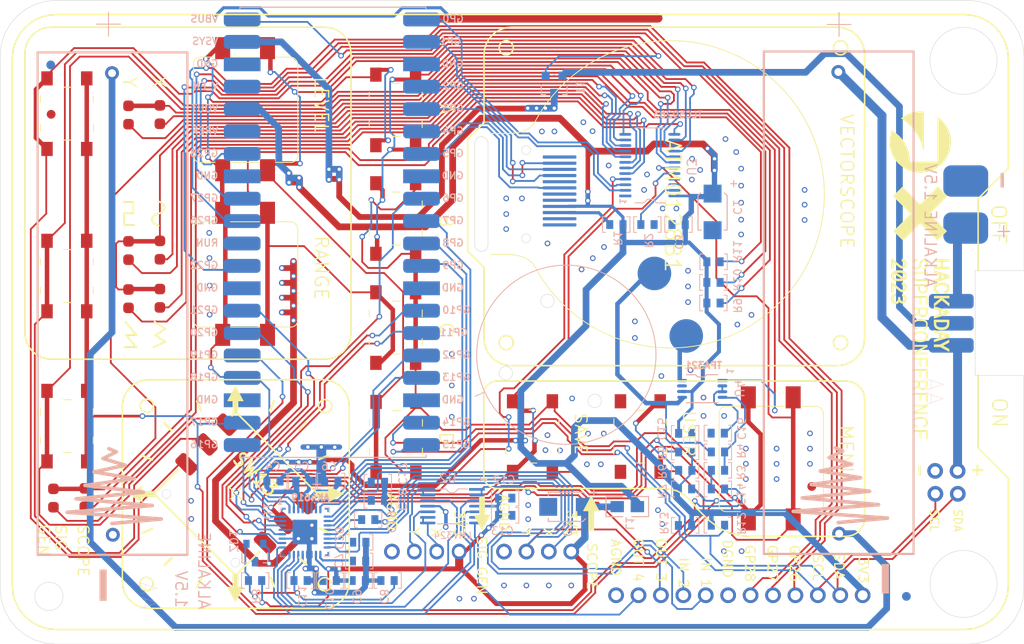
<source format=kicad_pcb>
(kicad_pcb (version 20221018) (generator pcbnew)
  (title_block (title "Vectorscope Supercon.7 Badge") (company "Hackaday"))
  (layers (0 "F.Cu" signal "Top Layer") (31 "B.Cu" signal "Bottom Layer") (34 "B.Paste" user "Bottom Paste") (35 "F.Paste" user "Top Paste") (36 "B.SilkS" user "Bottom Overlay") (37 "F.SilkS" user "Top Overlay") (38 "B.Mask" user "Bottom Solder") (39 "F.Mask" user "Top Solder") (44 "Edge.Cuts" user))
  (net 0 "")
  (net 1 "AGND")
  (net 2 "3V3")
  (net 3 "GND")
  (footprint ".vector-orig:" (layer "F.Cu") (at 164.62665 99.4731)
    (fp_text reference "")
    (fp_text value "")
  )
  (footprint ".vector-orig:" (layer "F.Cu") (at 160.28365 135.9643)
    (fp_text reference "")
    (fp_text value "")
  )
  (footprint ".vector-orig:key 12x12 SMD" (layer "F.Cu") (at 118.24665 99.5153)
    (fp_text reference "SW12" hide)
    (fp_text value "Comment" hide)
  )
  (footprint ".vector-orig:" (layer "F.Cu") (at 196.46105 124.4639)
    (fp_text reference "")
    (fp_text value "")
  )
  (footprint ".vector-orig:" (layer "F.Cu") (at 96.22445 75.8257)
    (fp_text reference "")
    (fp_text value "")
  )
  (footprint ".vector-orig:" (layer "F.Cu") (at 198.26365 105.1273)
    (fp_text reference "")
    (fp_text value "")
  )
  (footprint ".vector-orig:" (layer "F.Cu") (at 185.55777 128.9793)
    (fp_text reference "")
    (fp_text value "")
  )
  (footprint ".vector-orig:" (layer "F.Cu") (at 172.98365 135.9643)
    (fp_text reference "")
    (fp_text value "")
  )
  (footprint ".vector-orig:" (layer "F.Cu") (at 150.09005 95.5107)
    (fp_text reference "")
    (fp_text value "")
  )
  (footprint ".vector-orig:_Users_Voja_Documents_GitHub_willo-pcb_ESP.PcbLib_key4p" (layer "F.Cu") (at 135.31865 105.6113 -90)
    (fp_text reference "SW5" hide)
    (fp_text value "tactile key" hide)
  )
  (footprint ".vector-orig:" (layer "F.Cu") (at 199.00105 124.4639)
    (fp_text reference "")
    (fp_text value "")
  )
  (footprint ".vector-orig:" (layer "F.Cu") (at 152.51085 102.5973)
    (fp_text reference "")
    (fp_text value "")
  )
  (footprint ".vector-orig:_Users_Voja_Desktop_ESP.PcbLib_LED0603" (layer "F.Cu") (at 108.59465 102.2839 -90)
    (fp_text reference "LY4" hide)
    (fp_text value "" hide)
  )
  (footprint ".vector-orig:_Users_Voja_Desktop_ESP.PcbLib_LED0603" (layer "F.Cu") (at 105.03865 102.3347 -90)
    (fp_text reference "LY3" hide)
    (fp_text value "" hide)
  )
  (footprint ".vector-orig:" (layer "F.Cu") (at 153.87945 89.7717)
    (fp_text reference "")
    (fp_text value "")
  )
  (footprint ".vector-orig:" (layer "F.Cu") (at 196.43565 121.8625)
    (fp_text reference "")
    (fp_text value "")
  )
  (footprint ".vector-orig:" (layer "F.Cu") (at 199.90165 88.9933)
    (fp_text reference "")
    (fp_text value "")
  )
  (footprint ".vector-orig:_Users_Voja_Documents_GitHub_willo-pcb_ESP.PcbLib_key4p" (layer "F.Cu") (at 135.34045 118.0405 -90)
    (fp_text reference "SW6" hide)
    (fp_text value "tactile key" hide)
  )
  (footprint ".vector-orig:_Users_Voja_Documents_GitHub_willo-pcb_ESP.PcbLib_key4p" (layer "F.Cu") (at 98.05365 116.7873 -90)
    (fp_text reference "SW9" hide)
    (fp_text value "tactile key" hide)
  )
  (footprint ".vector-orig:" (layer "F.Cu") (at 198.97565 121.8625)
    (fp_text reference "")
    (fp_text value "")
  )
  (footprint ".vector-orig:" (layer "F.Cu") (at 103.16919 76.7569)
    (fp_text reference "")
    (fp_text value "")
  )
  (footprint ".vector-orig:_Users_Voja_Desktop_ESP.PcbLib_LED0603" (layer "F.Cu") (at 108.59465 81.4559 -90)
    (fp_text reference "LY8" hide)
    (fp_text value "" hide)
  )
  (footprint ".vector-orig:_Users_Voja_Desktop_Projekti_Gio.PcbLib_JOYSTICK 2" (layer "F.Cu") (at 117.17945 124.4413 -45)
    (fp_text reference "SW13")
    (fp_text value "Comment" hide)
  )
  (footprint ".vector-orig:" (layer "F.Cu") (at 199.65365 134.6943)
    (fp_text reference "")
    (fp_text value "")
  )
  (footprint ".vector-orig:" (layer "F.Cu") (at 147.78645 110.7761)
    (fp_text reference "")
    (fp_text value "")
  )
  (footprint ".vector-orig:_Users_Voja_Documents_GitHub_willo-pcb_ESP.PcbLib_key4p" (layer "F.Cu") (at 135.31505 80.9311 -90)
    (fp_text reference "SW3" hide)
    (fp_text value "tactile key" hide)
  )
  (footprint ".vector-orig:" (layer "F.Cu") (at 153.87945 86.9717)
    (fp_text reference "")
    (fp_text value "")
  )
  (footprint ".vector-orig:" (layer "F.Cu") (at 198.26365 107.6273)
    (fp_text reference "")
    (fp_text value "")
  )
  (footprint ".vector-orig:_Users_Voja_Documents_GitHub_willo-pcb_ESP.PcbLib_key4p" (layer "F.Cu") (at 98.05365 99.7693 -90)
    (fp_text reference "SW8" hide)
    (fp_text value "tactile key" hide)
  )
  (footprint ".vector-orig:" (layer "F.Cu") (at 175.52365 135.9643)
    (fp_text reference "")
    (fp_text value "")
  )
  (footprint ".vector-orig:" (layer "F.Cu") (at 96.27005 81.4273)
    (fp_text reference "")
    (fp_text value "")
  )
  (footprint ".vector-orig:_Users_Voja_Documents_GitHub_willo-pcb_ESP.PcbLib_key4p" (layer "F.Cu") (at 135.31865 93.2415 -90)
    (fp_text reference "SW4" hide)
    (fp_text value "tactile key" hide)
  )
  (footprint ".vector-orig:" (layer "F.Cu") (at 153.87945 89.0717)
    (fp_text reference "")
    (fp_text value "")
  )
  (footprint ".vector-orig:" (layer "F.Cu") (at 96.02165 136.0913)
    (fp_text reference "")
    (fp_text value "")
  )
  (footprint ".vector-orig:_Users_Voja_Desktop_ESP.PcbLib_LED0603" (layer "F.Cu") (at 96.52965 124.9407 -90)
    (fp_text reference "LY1" hide)
    (fp_text value "" hide)
  )
  (footprint ".vector-orig:" (layer "F.Cu") (at 153.87945 87.6717)
    (fp_text reference "")
    (fp_text value "")
  )
  (footprint ".vector-orig:" (layer "F.Cu") (at 168.23345 106.5597)
    (fp_text reference "")
    (fp_text value "")
  )
  (footprint ".vector-orig:" (layer "F.Cu") (at 157.87025 113.9257)
    (fp_text reference "")
    (fp_text value "")
  )
  (footprint ".vector-orig:" (layer "F.Cu") (at 137.42365 131.0113)
    (fp_text reference "")
    (fp_text value "")
  )
  (footprint ".vector-orig:" (layer "F.Cu") (at 150.12365 131.0113)
    (fp_text reference "")
    (fp_text value "")
  )
  (footprint ".vector-orig:" (layer "F.Cu") (at 153.87945 92.5717)
    (fp_text reference "")
    (fp_text value "")
  )
  (footprint ".vector-orig:" (layer "F.Cu") (at 147.58365 131.0113)
    (fp_text reference "")
    (fp_text value "")
  )
  (footprint ".vector-orig:_Users_Voja_Documents_GitHub_willo-pcb_ESP.PcbLib_key4p" (layer "F.Cu") (at 150.81265 117.9713 -90)
    (fp_text reference "SW2" hide)
    (fp_text value "tactile key" hide)
  )
  (footprint ".vector-orig:" (layer "F.Cu") (at 153.87945 86.2717)
    (fp_text reference "")
    (fp_text value "")
  )
  (footprint ".vector-orig:_Users_Voja_Documents_GitHub_willo-pcb_ESP.PcbLib_key4p" (layer "F.Cu") (at 98.05365 81.3543 -90)
    (fp_text reference "SW7" hide)
    (fp_text value "tactile key" hide)
  )
  (footprint ".vector-orig:" (layer "F.Cu") (at 153.87945 91.1717)
    (fp_text reference "")
    (fp_text value "")
  )
  (footprint ".vector-orig:" (layer "F.Cu") (at 153.87945 93.9717)
    (fp_text reference "")
    (fp_text value "")
  )
  (footprint ".vector-orig:" (layer "F.Cu") (at 185.68365 135.9643)
    (fp_text reference "")
    (fp_text value "")
  )
  (footprint ".vector-orig:" (layer "F.Cu") (at 139.96365 131.0113)
    (fp_text reference "")
    (fp_text value "")
  )
  (footprint ".vector-orig:_Users_Voja_Desktop_ESP.PcbLib_LED0603" (layer "F.Cu") (at 100.08565 124.8899 -90)
    (fp_text reference "LY2" hide)
    (fp_text value "" hide)
  )
  (footprint ".vector-orig:" (layer "F.Cu") (at 180.60365 135.9643)
    (fp_text reference "")
    (fp_text value "")
  )
  (footprint ".vector-orig:" (layer "F.Cu") (at 150.09005 85.5107)
    (fp_text reference "")
    (fp_text value "")
  )
  (footprint ".vector-orig:" (layer "F.Cu") (at 170.44365 135.9643)
    (fp_text reference "")
    (fp_text value "")
  )
  (footprint ".vector-orig:" (layer "F.Cu") (at 199.90165 94.3273)
    (fp_text reference "")
    (fp_text value "")
  )
  (footprint ".vector-orig:" (layer "F.Cu") (at 103.26065 129.1063)
    (fp_text reference "")
    (fp_text value "")
  )
  (footprint ".vector-orig:" (layer "F.Cu") (at 199.65365 75.3853)
    (fp_text reference "")
    (fp_text value "")
  )
  (footprint ".vector-orig:" (layer "F.Cu") (at 155.20365 131.0113)
    (fp_text reference "")
    (fp_text value "")
  )
  (footprint ".vector-orig:" (layer "F.Cu") (at 193.17665 136.0913)
    (fp_text reference "")
    (fp_text value "")
  )
  (footprint ".vector-orig:_Users_Voja_Desktop_ESP.PcbLib_LED0603" (layer "F.Cu") (at 105.03865 96.8737 -90)
    (fp_text reference "LY5" hide)
    (fp_text value "" hide)
  )
  (footprint ".vector-orig:_Users_Voja_Desktop_ESP.PcbLib_LED0603" (layer "F.Cu") (at 108.59465 96.8229 -90)
    (fp_text reference "LY6" hide)
    (fp_text value "" hide)
  )
  (footprint ".vector-orig:_Users_Voja_Documents_GitHub_willo-pcb_ESP.PcbLib_key4p" (layer "F.Cu") (at 163.03005 117.9713 -90)
    (fp_text reference "SW1" hide)
    (fp_text value "tactile key" hide)
  )
  (footprint ".vector-orig:" (layer "F.Cu") (at 142.50365 131.0113)
    (fp_text reference "")
    (fp_text value "")
  )
  (footprint ".vector-orig:" (layer "F.Cu") (at 162.82365 135.9643)
    (fp_text reference "")
    (fp_text value "")
  )
  (footprint ".vector-orig:" (layer "F.Cu") (at 178.06365 135.9643)
    (fp_text reference "")
    (fp_text value "")
  )
  (footprint ".vector-orig:_Users_Voja_Desktop_ESP.PcbLib_LED0603" (layer "F.Cu") (at 105.03865 81.5067 -90)
    (fp_text reference "LY7" hide)
    (fp_text value "" hide)
  )
  (footprint ".vector-orig:" (layer "F.Cu") (at 182.45745 123.6285)
    (fp_text reference "")
    (fp_text value "")
  )
  (footprint ".vector-orig:" (layer "F.Cu") (at 183.14365 135.9643)
    (fp_text reference "")
    (fp_text value "")
  )
  (footprint ".vector-orig:" (layer "F.Cu") (at 198.26365 102.6273)
    (fp_text reference "")
    (fp_text value "")
  )
  (footprint ".vector-orig:" (layer "F.Cu") (at 153.87945 90.4717)
    (fp_text reference "")
    (fp_text value "")
  )
  (footprint ".vector-orig:" (layer "F.Cu") (at 153.87945 91.8717)
    (fp_text reference "")
    (fp_text value "")
  )
  (footprint ".vector-orig:" (layer "F.Cu") (at 167.90365 135.9643)
    (fp_text reference "")
    (fp_text value "")
  )
  (footprint ".vector-orig:key 12x12 SMD" (layer "F.Cu") (at 177.80965 120.4449)
    (fp_text reference "SW10" hide)
    (fp_text value "Comment" hide)
  )
  (footprint ".vector-orig:" (layer "F.Cu") (at 185.46631 76.6299)
    (fp_text reference "")
    (fp_text value "")
  )
  (footprint ".vector-orig:" (layer "F.Cu") (at 153.87945 93.2717)
    (fp_text reference "")
    (fp_text value "")
  )
  (footprint ".vector-orig:key 12x12 SMD" (layer "F.Cu") (at 118.24665 80.8463)
    (fp_text reference "SW11" hide)
    (fp_text value "Comment" hide)
  )
  (footprint ".vector-orig:" (layer "F.Cu") (at 134.88365 131.0113)
    (fp_text reference "")
    (fp_text value "")
  )
  (footprint ".vector-orig:" (layer "F.Cu") (at 152.66365 131.0113)
    (fp_text reference "")
    (fp_text value "")
  )
  (footprint ".vector-orig:" (layer "F.Cu") (at 153.87945 88.3717)
    (fp_text reference "")
    (fp_text value "")
  )
  (footprint ".vector-orig:" (layer "F.Cu") (at 188.22365 135.9643)
    (fp_text reference "")
    (fp_text value "")
  )
  (footprint ".vector-orig:" (layer "F.Cu") (at 165.36365 135.9643)
    (fp_text reference "")
    (fp_text value "")
  )
  (footprint ".vector-orig:_Users_Voja_Desktop_CUBE_ESP.PcbLib_TANTALUM KEMET C" (layer "B.Cu") (at 134.04505 123.1459 180)
    (fp_text reference "C17" hide)
    (fp_text value "100nF" hide)
  )
  (footprint ".vector-orig:_Users_Voja_Desktop_CUBE_ESP.PcbLib_TANTALUM KEMET C" (layer "B.Cu") (at 168.86845 121.7997 180)
    (fp_text reference "R6" hide)
    (fp_text value "4K7" hide)
  )
  (footprint ".vector-orig:_Users_Voja_Desktop_Projekti_Gio.PcbLib_PICO" (layer "B.Cu") (at 127.94945 94.8163 -90)
    (fp_text reference "M1" hide)
    (fp_text value "PICO" hide)
  )
  (footprint ".vector-orig:SOT-23" (layer "B.Cu") (at 152.30765 77.0449)
    (fp_text reference "T1" hide)
    (fp_text value "DMN65D8L-7" hide)
  )
  (footprint ".vector-orig:_Users_Voja_Desktop_CUBE_ESP.PcbLib_TANTALUM KEMET C" (layer "B.Cu") (at 161.06365 93.9273 180)
    (fp_text reference "R1" hide)
    (fp_text value "22R" hide)
  )
  (footprint ".vector-orig:_Users_Voja_Desktop_CUBE_ESP.PcbLib_TANTALUM KEMET C" (layer "B.Cu") (at 128.76185 123.0189 180)
    (fp_text reference "C6" hide)
    (fp_text value "2u2" hide)
  )
  (footprint ".vector-orig:_Users_Voja_Desktop_CUBE_ESP.PcbLib_TANTALUM KEMET C" (layer "B.Cu") (at 168.86845 117.6087 180)
    (fp_text reference "C15" hide)
    (fp_text value "2u2" hide)
  )
  (footprint ".vector-orig:_Users_Voja_Desktop_CUBE_ESP.PcbLib_TANTALUM KEMET C" (layer "B.Cu") (at 130.41285 132.0867)
    (fp_text reference "C7" hide)
    (fp_text value "2u2" hide)
  )
  (footprint ".vector-orig:_Users_Voja_Desktop_CUBE_ESP.PcbLib_TANTALUM KEMET C" (layer "B.Cu") (at 167.34445 123.9079)
    (fp_text reference "R7" hide)
    (fp_text value "4K7" hide)
  )
  (footprint ".vector-orig:_Users_Voja_Desktop_CUBE_ESP.PcbLib_TANTALUM KEMET C" (layer "B.Cu") (at 172.57685 121.7997 180)
    (fp_text reference "R3" hide)
    (fp_text value "47K" hide)
  )
  (footprint ".vector-orig:0805" (layer "B.Cu") (at 162.69625 125.9145 180)
    (fp_text reference "L1" hide)
    (fp_text value "100nF" hide)
  )
  (footprint ".vector-orig:_Users_Voja_Desktop_CUBE_ESP.PcbLib_TANTALUM KEMET C" (layer "B.Cu") (at 164.59065 93.9273 180)
    (fp_text reference "R2" hide)
    (fp_text value "2K7" hide)
  )
  (footprint ".vector-orig:_Users_Voja_Desktop_CUBE_ESP.PcbLib_TANTALUM KEMET C" (layer "B.Cu") (at 118.62725 134.2965)
    (fp_text reference "R8" hide)
    (fp_text value "82R" hide)
  )
  (footprint ".vector-orig:_Users_Voja_Desktop_Projekti_Gio.PcbLib_Tantal" (layer "B.Cu") (at 171.26725 92.4919 90)
    (fp_text reference "C1" hide)
    (fp_text value "22uF" hide)
  )
  (footprint ".vector-orig:_Users_Voja_Desktop_CUBE_ESP.PcbLib_TANTALUM KEMET C" (layer "B.Cu") (at 172.06885 102.8259 180)
    (fp_text reference "R9" hide)
    (fp_text value "330R" hide)
  )
  (footprint ".vector-orig:_Users_Voja_Desktop_CUBE_ESP.PcbLib_TANTALUM KEMET C" (layer "B.Cu") (at 125.48525 123.0189 180)
    (fp_text reference "C5" hide)
    (fp_text value "2u2" hide)
  )
  (footprint ".vector-orig:_Users_Voja_Desktop_CUBE_ESP.PcbLib_TANTALUM KEMET C" (layer "B.Cu") (at 131.93685 129.9531 180)
    (fp_text reference "C20" hide)
    (fp_text value "100nF" hide)
  )
  (footprint ".vector-orig:_Users_Voja_Desktop_CUBE_ESP.PcbLib_MSOP8" (layer "B.Cu") (at 167.75085 111.6143 180)
    (fp_text reference "U4")
    (fp_text value "TPA321")
  )
  (footprint ".vector-orig:_Users_Voja_Desktop_CUBE_ESP.PcbLib_TANTALUM KEMET C" (layer "B.Cu") (at 134.04505 125.2033 180)
    (fp_text reference "C18" hide)
    (fp_text value "100nF" hide)
  )
  (footprint ".vector-orig:_Users_Voja_Desktop_CUBE_ESP.PcbLib_TANTALUM KEMET C" (layer "B.Cu") (at 172.57685 119.7169 180)
    (fp_text reference "R4" hide)
    (fp_text value "22K" hide)
  )
  (footprint ".vector-orig:_Users_Voja_Desktop_CUBE_ESP.PcbLib_TANTALUM KEMET C" (layer "B.Cu") (at 172.57685 123.9079 180)
    (fp_text reference "C14" hide)
    (fp_text value "100nF" hide)
  )
  (footprint ".vector-orig:_Users_Voja_Desktop_CUBE_ESP.PcbLib_TANTALUM KEMET C" (layer "B.Cu") (at 133.63865 134.2965)
    (fp_text reference "C8" hide)
    (fp_text value "2u2" hide)
  )
  (footprint ".vector-orig:_Users_Voja_Desktop_CUBE_ESP.PcbLib_TANTALUM KEMET C" (layer "B.Cu") (at 122.20865 123.0189 180)
    (fp_text reference "C4" hide)
    (fp_text value "100nF" hide)
  )
  (footprint ".vector-orig:_Users_Voja_Desktop_CUBE_ESP.PcbLib_TANTALUM KEMET C" (layer "B.Cu") (at 148.47225 124.9493 180)
    (fp_text reference "C12" hide)
    (fp_text value "2u2" hide)
  )
  (footprint ".vector-orig:_Users_Voja_Desktop_CUBE_ESP.PcbLib_TANTALUM KEMET C" (layer "B.Cu") (at 167.34445 128.0481)
    (fp_text reference "R13" hide)
    (fp_text value "2K7" hide)
  )
  (footprint ".vector-orig:_Users_Voja_Desktop_CUBE_ESP.PcbLib_TANTALUM KEMET C" (layer "B.Cu") (at 131.87805 134.2965 180)
    (fp_text reference "C9" hide)
    (fp_text value "2u2" hide)
  )
  (footprint ".vector-orig:_Users_Voja_Desktop_CUBE_ESP.PcbLib_TANTALUM KEMET C" (layer "B.Cu") (at 148.47225 126.9051 180)
    (fp_text reference "C13" hide)
    (fp_text value "100nF" hide)
  )
  (footprint ".vector-orig:_Users_Voja_Desktop_CUBE_ESP.PcbLib_TANTALUM KEMET C" (layer "B.Cu") (at 170.57025 98.1523)
    (fp_text reference "R11" hide)
    (fp_text value "330R" hide)
  )
  (footprint ".vector-orig:_Users_Voja_Desktop_CUBE_ESP.PcbLib_TANTALUM KEMET C" (layer "B.Cu") (at 171.05285 117.5833)
    (fp_text reference "C16" hide)
    (fp_text value "2u2" hide)
  )
  (footprint ".vector-orig:_Users_Voja_Desktop_CUBE_ESP.PcbLib_TANTALUM KEMET C" (layer "B.Cu") (at 127.08545 134.2965)
    (fp_text reference "C10" hide)
    (fp_text value "100nF" hide)
  )
  (footprint ".vector-orig:SOT-23" (layer "B.Cu") (at 118.39865 130.1309)
    (fp_text reference "ZD1" hide)
    (fp_text value "LM4040" hide)
  )
  (footprint ".vector-orig:_Users_Voja_Desktop_CUBE_ESP.PcbLib_TANTALUM KEMET C" (layer "B.Cu") (at 172.57685 128.0227 180)
    (fp_text reference "R12" hide)
    (fp_text value "2K7" hide)
  )
  (footprint ".vector-orig:_Users_Voja_Desktop_CUBE_ESP.PcbLib_TANTALUM KEMET C" (layer "B.Cu") (at 168.86845 119.7169 180)
    (fp_text reference "R5" hide)
    (fp_text value "4K7" hide)
  )
  (footprint ".vector-orig:_Users_Voja_Desktop_CUBE_ESP.PcbLib_TANTALUM KEMET C" (layer "B.Cu") (at 132.95285 127.3877 180)
    (fp_text reference "C19" hide)
    (fp_text value "100nF" hide)
  )
  (footprint ".vector-orig:AK4619" (layer "B.Cu") (at 123.27545 126.2447)
    (fp_text reference "U1")
    (fp_text value "AK4619")
  )
  (footprint ".vector-orig:_Users_Voja_Desktop_Projekti_Gio.PcbLib_Tantal" (layer "B.Cu") (at 154.66744 125.9907)
    (fp_text reference "C2" hide)
    (fp_text value "22uF" hide)
  )
  (footprint ".vector-orig:TSSOP 14" (layer "B.Cu") (at 141.69045 125.8637 180)
    (fp_text reference "U2")
    (fp_text value "LMV324")
  )
  (footprint ".vector-orig:_Users_Voja_Desktop_Projekti_Gio.PcbLib_TQFN24" (layer "B.Cu") (at 164.06785 87.1795)
    (fp_text reference "U3" hide)
    (fp_text value "TLC59283" hide)
  )
  (footprint ".vector-orig:_Users_Voja_Desktop_CUBE_ESP.PcbLib_TANTALUM KEMET C" (layer "B.Cu") (at 123.78345 134.2965)
    (fp_text reference "C11" hide)
    (fp_text value "100nF" hide)
  )
  (footprint ".vector-orig:_Users_Voja_Desktop_CUBE_ESP.PcbLib_TANTALUM KEMET C" (layer "B.Cu") (at 168.11765 93.9273 180)
    (fp_text reference "C3" hide)
    (fp_text value "100nF" hide)
  )
  (footprint ".vector-orig:_Users_Voja_Desktop_CUBE_ESP.PcbLib_TANTALUM KEMET C" (layer "B.Cu") (at 172.06885 100.4891 180)
    (fp_text reference "R10" hide)
    (fp_text value "330R" hide)
  )
  (gr_line (start 98.07905 126.5557) (end 107.73105 125.7937) (stroke (width 0.4)) (layer "B.SilkS"))
  (gr_line (start 182.39545 123.4061) (end 187.98345 122.6441) (stroke (width 0.4)) (layer "B.SilkS"))
  (gr_line (start 94.73953 131.3817) (end 94.73953 74.4095) (stroke (width 0.254)) (layer "B.SilkS"))
  (gr_line (start 99.09505 125.0317) (end 107.73105 125.7937) (stroke (width 0.4)) (layer "B.SilkS"))
  (gr_line (start 101.12705 121.9837) (end 104.68305 121.2217) (stroke (width 0.4)) (layer "B.SilkS"))
  (gr_line (start 180.36345 126.4541) (end 191.03145 127.2161) (stroke (width 0.4)) (layer "B.SilkS"))
  (gr_line (start 94.73953 131.3817) (end 111.70673 131.3817) (stroke (width 0.254)) (layer "B.SilkS"))
  (gr_circle (center 154.64445 108.6933) (end 154.64445 98.5333) (stroke (width 0.1016)) (fill none) (layer "B.SilkS"))
  (gr_line (start 184.42745 120.3581) (end 185.95145 119.5961) (stroke (width 0.4)) (layer "B.SilkS"))
  (gr_line (start 111.70673 131.3817) (end 111.70673 74.4095) (stroke (width 0.254)) (layer "B.SilkS"))
  (gr_line (start 101.12705 121.9837) (end 105.69905 122.7457) (stroke (width 0.4)) (layer "B.SilkS"))
  (gr_line (start 181.37945 124.9301) (end 190.01545 125.6921) (stroke (width 0.4)) (layer "B.SilkS"))
  (gr_line (start 102.14305 120.4597) (end 104.68305 121.2217) (stroke (width 0.4)) (layer "B.SilkS"))
  (gr_line (start 180.36345 126.4541) (end 190.01545 125.6921) (stroke (width 0.4)) (layer "B.SilkS"))
  (gr_line (start 183.41145 121.8821) (end 187.98345 122.6441) (stroke (width 0.4)) (layer "B.SilkS"))
  (gr_line (start 184.42745 120.3581) (end 186.96745 121.1201) (stroke (width 0.4)) (layer "B.SilkS"))
  (gr_line (start 181.37945 124.9301) (end 188.99945 124.1681) (stroke (width 0.4)) (layer "B.SilkS"))
  (gr_line (start 177.02393 131.2801) (end 193.99113 131.2801) (stroke (width 0.254)) (layer "B.SilkS"))
  (gr_line (start 144.33205 113.3923) (end 145.35921 112.92893) (stroke (width 0.1016)) (layer "B.SilkS"))
  (gr_line (start 100.11105 123.5077) (end 105.69905 122.7457) (stroke (width 0.4)) (layer "B.SilkS"))
  (gr_line (start 102.80345 119.3421) (end 103.66705 119.6977) (stroke (width 0.4)) (layer "B.SilkS"))
  (gr_line (start 99.09505 125.0317) (end 106.71505 124.2697) (stroke (width 0.4)) (layer "B.SilkS"))
  (gr_line (start 102.14305 120.4597) (end 103.66705 119.6977) (stroke (width 0.4)) (layer "B.SilkS"))
  (gr_line (start 185.44345 127.7241) (end 191.03145 127.2161) (stroke (width 0.4)) (layer "B.SilkS"))
  (gr_line (start 193.99113 131.2801) (end 193.99113 74.3079) (stroke (width 0.254)) (layer "B.SilkS"))
  (gr_rect (start 190.38225 132.4137) (end 191.19505 135.7697) (fill solid) (layer "B.SilkS"))
  (gr_line (start 100.11105 123.5077) (end 106.71505 124.2697) (stroke (width 0.4)) (layer "B.SilkS"))
  (gr_rect (start 203.84465 88.0853) (end 204.22565 89.7363) (fill solid) (layer "B.SilkS"))
  (gr_line (start 177.02393 74.3079) (end 193.99113 74.3079) (stroke (width 0.254)) (layer "B.SilkS"))
  (gr_line (start 183.41145 121.8821) (end 186.96745 121.1201) (stroke (width 0.4)) (layer "B.SilkS"))
  (gr_line (start 182.39545 123.4061) (end 188.99945 124.1681) (stroke (width 0.4)) (layer "B.SilkS"))
  (gr_line (start 94.73953 74.4095) (end 111.70673 74.4095) (stroke (width 0.254)) (layer "B.SilkS"))
  (gr_line (start 103.15905 127.8257) (end 108.74705 127.3177) (stroke (width 0.4)) (layer "B.SilkS"))
  (gr_line (start 98.07905 126.5557) (end 108.74705 127.3177) (stroke (width 0.4)) (layer "B.SilkS"))
  (gr_line (start 177.02393 131.2801) (end 177.02393 74.3079) (stroke (width 0.254)) (layer "B.SilkS"))
  (gr_line (start 185.08785 119.2405) (end 185.95145 119.5961) (stroke (width 0.4)) (layer "B.SilkS"))
  (gr_rect (start 101.75265 133.0433) (end 102.56545 136.5993) (fill solid) (layer "B.SilkS"))
  (gr_line (start 186.31485 129.28395) (end 186.74205 129.24245) (stroke (width 0.1778)) (layer "F.SilkS"))
  (gr_line (start 147.04742 107.16268) (end 147.09295 107.0126) (stroke (width 0.1778)) (layer "F.SilkS"))
  (gr_rect (start 197.95905 103.72408) (end 198.05486 104.06543) (fill solid) (layer "F.SilkS"))
  (gr_line (start 127.46945 113.78385) (end 127.61025 113.82755) (stroke (width 0.1778)) (layer "F.SilkS"))
  (gr_rect (start 106.29145 123.74544) (end 106.57085 125.24404) (fill solid) (layer "F.SilkS"))
  (gr_line (start 148.57115 107.0126) (end 148.61668 107.16268) (stroke (width 0.1778)) (layer "F.SilkS"))
  (gr_line (start 128.44105 108.96395) (end 128.94265 108.69075) (stroke (width 0.1778)) (layer "F.SilkS"))
  (gr_line (start 95.85075 70.20625) (end 96.85245 70.10445) (stroke (width 0.1778)) (layer "F.SilkS"))
  (gr_line (start 107.81056 114.76556) (end 107.85324 114.62487) (stroke (width 0.1778)) (layer "F.SilkS"))
  (gr_line (start 185.04477 74.32631) (end 185.14427 74.44754) (stroke (width 0.1778)) (layer "F.SilkS"))
  (gr_line (start 143.46365 96.9273) (end 145.32095 98.7846) (stroke (width 0.1778)) (layer "F.SilkS"))
  (gr_line (start 187.81985 112.27105) (end 188.08065 112.57255) (stroke (width 0.1778)) (layer "F.SilkS"))
  (gr_line (start 148.86845 97.39285) (end 149.45255 97.51915) (stroke (width 0.1016)) (layer "F.SilkS"))
  (gr_line (start 147.79015 109.86895) (end 148.41085 109.93205) (stroke (width 0.1778)) (layer "F.SilkS"))
  (gr_line (start 147.03205 107.31875) (end 147.04742 107.16268) (stroke (width 0.1778)) (layer "F.SilkS"))
  (gr_line (start 150.05275 83.21315) (end 150.47925 82.9545) (stroke (width 0.1016)) (layer "F.SilkS"))
  (gr_line (start 185.26549 74.54703) (end 185.4038 74.62095) (stroke (width 0.1778)) (layer "F.SilkS"))
  (gr_line (start 127.13183 135.45484) (end 127.27815 135.46925) (stroke (width 0.1778)) (layer "F.SilkS"))
  (gr_line (start 148.27651 107.98393) (end 148.39773 107.88444) (stroke (width 0.1778)) (layer "F.SilkS"))
  (gr_rect (start 197.964145 108.038745) (end 198.041315 108.327525) (fill solid) (layer "F.SilkS"))
  (gr_line (start 126.74782 134.18892) (end 126.86147 134.09565) (stroke (width 0.1778)) (layer "F.SilkS"))
  (gr_line (start 187.91685 72.91675) (end 188.20265 73.44145) (stroke (width 0.1778)) (layer "F.SilkS"))
  (gr_line (start 105.21885 136.57475) (end 105.66085 136.93995) (stroke (width 0.1778)) (layer "F.SilkS"))
  (gr_line (start 116.31545 113.89844) (end 117.99185 113.89844) (stroke (width 0.127)) (layer "F.SilkS"))
  (gr_poly (pts (xy 196.371559 105.878978) (xy 196.285414 106.160744) (xy 197.968721 106.675382) (xy 198.054866 106.393616)) (fill solid) (layer "F.SilkS"))
  (gr_line (start 203.87675 137.64845) (end 204.33795 136.80155) (stroke (width 0.1778)) (layer "F.SilkS"))
  (gr_line (start 130.18775 106.83645) (end 130.24805 106.24305) (stroke (width 0.1778)) (layer "F.SilkS"))
  (gr_poly (pts (xy 196.699231 95.764689) (xy 197.781274 94.682646) (xy 192.726669 89.628041) (xy 191.644626 90.710084)) (fill solid) (layer "F.SilkS"))
  (gr_line (start 127.27815 133.96925) (end 127.42447 133.98366) (stroke (width 0.1778)) (layer "F.SilkS"))
  (gr_line (start 106.65835 135.30105) (end 106.78575 135.37025) (stroke (width 0.1778)) (layer "F.SilkS"))
  (gr_line (start 127.29405 71.55125) (end 127.88745 71.61155) (stroke (width 0.1778)) (layer "F.SilkS"))
  (gr_line (start 148.61668 107.47482) (end 148.63205 107.31875) (stroke (width 0.1778)) (layer "F.SilkS"))
  (gr_line (start 176.86835 111.67325) (end 186.31485 111.67325) (stroke (width 0.1778)) (layer "F.SilkS"))
  (gr_line (start 147.04742 73.72578) (end 147.09295 73.5757) (stroke (width 0.1778)) (layer "F.SilkS"))
  (gr_line (start 147.03205 73.88185) (end 147.04742 74.03792) (stroke (width 0.1778)) (layer "F.SilkS"))
  (gr_line (start 127.02645 113.82755) (end 127.16725 113.78385) (stroke (width 0.1778)) (layer "F.SilkS"))
  (gr_line (start 126.65455 135.13593) (end 126.74782 135.24958) (stroke (width 0.1778)) (layer "F.SilkS"))
  (gr_line (start 185.70995 108.11875) (end 185.86602 108.10338) (stroke (width 0.1778)) (layer "F.SilkS"))
  (gr_line (start 127.66865 111.58215) (end 128.22785 111.75675) (stroke (width 0.1778)) (layer "F.SilkS"))
  (gr_line (start 147.79015 71.61435) (end 148.41085 71.55125) (stroke (width 0.1778)) (layer "F.SilkS"))
  (gr_line (start 188.20265 108.04185) (end 188.38335 107.46275) (stroke (width 0.1778)) (layer "F.SilkS"))
  (gr_line (start 184.90995 73.88185) (end 184.92532 73.72578) (stroke (width 0.1778)) (layer "F.SilkS"))
  (gr_line (start 104.34225 114.50535) (end 104.40315 113.90585) (stroke (width 0.1778)) (layer "F.SilkS"))
  (gr_line (start 145.38405 107.46275) (end 145.56475 108.04185) (stroke (width 0.1778)) (layer "F.SilkS"))
  (gr_line (start 184.97085 107.0126) (end 185.04477 106.8743) (stroke (width 0.1778)) (layer "F.SilkS"))
  (gr_rect (start 201.10605 121.1529) (end 201.36005 122.4229) (fill solid) (layer "F.SilkS"))
  (gr_line (start 185.04477 106.8743) (end 185.14427 106.75306) (stroke (width 0.1778)) (layer "F.SilkS"))
  (gr_line (start 184.92532 74.03792) (end 184.97085 74.188) (stroke (width 0.1778)) (layer "F.SilkS"))
  (gr_line (start 148.39773 74.44754) (end 148.49722 74.32631) (stroke (width 0.1778)) (layer "F.SilkS"))
  (gr_line (start 169.57965 126.2701) (end 170.84965 127.5147) (stroke (width 0.1778)) (layer "F.SilkS"))
  (gr_line (start 186.0161 73.14275) (end 186.15441 73.21667) (stroke (width 0.1778)) (layer "F.SilkS"))
  (gr_line (start 104.34225 134.46725) (end 104.34225 114.50535) (stroke (width 0.1778)) (layer "F.SilkS"))
  (gr_line (start 185.86602 74.66648) (end 186.0161 74.62095) (stroke (width 0.1778)) (layer "F.SilkS"))
  (gr_line (start 146.08473 97.32662) (end 148.25875 97.32175) (stroke (width 0.1016)) (layer "F.SilkS"))
  (gr_rect (start 196.28776 97.85258) (end 198.04798 98.14722) (fill solid) (layer "F.SilkS"))
  (gr_line (start 187.91685 108.56655) (end 188.20265 108.04185) (stroke (width 0.1778)) (layer "F.SilkS"))
  (gr_line (start 106.83064 113.78564) (end 106.97133 113.74296) (stroke (width 0.1778)) (layer "F.SilkS"))
  (gr_line (start 126.54256 134.57293) (end 126.58524 134.43224) (stroke (width 0.1778)) (layer "F.SilkS"))
  (gr_line (start 147.98812 106.53412) (end 148.13819 106.57965) (stroke (width 0.1778)) (layer "F.SilkS"))
  (gr_line (start 128.22785 111.75675) (end 128.73465 112.03265) (stroke (width 0.1778)) (layer "F.SilkS"))
  (gr_line (start 96.25535 71.55125) (end 127.29405 71.55125) (stroke (width 0.1778)) (layer "F.SilkS"))
  (gr_line (start 156.62525 126.36984) (end 158.30165 126.36984) (stroke (width 0.127)) (layer "F.SilkS"))
  (gr_line (start 107.49695 134.05725) (end 107.60795 134.14885) (stroke (width 0.1778)) (layer "F.SilkS"))
  (gr_line (start 104.40315 113.90585) (end 104.57775 113.34665) (stroke (width 0.1778)) (layer "F.SilkS"))
  (gr_line (start 116.31625 135.0753) (end 117.15445 136.6501) (stroke (width 0.127)) (layer "F.SilkS"))
  (gr_line (start 127.73725 125.31944) (end 127.73725 123.64304) (stroke (width 0.127)) (layer "F.SilkS"))
  (gr_rect (start 196.2852 104.2916) (end 196.37134 104.57336) (fill solid) (layer "F.SilkS"))
  (gr_line (start 94.16905 72.41905) (end 94.60675 72.05755) (stroke (width 0.1778)) (layer "F.SilkS"))
  (gr_line (start 107.70265 93.34595) (end 107.75205 93.13775) (stroke (width 0.2032)) (layer "F.SilkS"))
  (gr_line (start 93.33065 71.56925) (end 94.06935 70.95905) (stroke (width 0.1778)) (layer "F.SilkS"))
  (gr_line (start 146.22394 123.74655) (end 146.50844 123.83155) (stroke (width 0.1778)) (layer "F.SilkS"))
  (gr_line (start 185.55388 108.10338) (end 185.70995 108.11875) (stroke (width 0.1778)) (layer "F.SilkS"))
  (gr_poly (pts (xy 106.545231 124.203375) (xy 106.34226 123.821641) (xy 105.475709 124.282395) (xy 105.67868 124.664129)) (fill solid) (layer "F.SilkS"))
  (gr_rect (start 128.93106 124.35423) (end 129.18506 124.60823) (fill solid) (layer "F.SilkS"))
  (gr_line (start 147.5259 106.57965) (end 147.67598 106.53412) (stroke (width 0.1778)) (layer "F.SilkS"))
  (gr_line (start 148.41085 71.55125) (end 185.35655 71.55125) (stroke (width 0.1778)) (layer "F.SilkS"))
  (gr_line (start 186.0161 108.05785) (end 186.15441 107.98393) (stroke (width 0.1778)) (layer "F.SilkS"))
  (gr_line (start 127.97106 134.43224) (end 128.01374 134.57293) (stroke (width 0.1778)) (layer "F.SilkS"))
  (gr_line (start 148.39773 107.88444) (end 148.49722 107.76321) (stroke (width 0.1778)) (layer "F.SilkS"))
  (gr_poly (pts (xy 198.041791 107.304037) (xy 197.903466 107.043885) (xy 196.955789 107.547773) (xy 197.094114 107.807925)) (fill solid) (layer "F.SilkS"))
  (gr_line (start 109.1261 132.54777) (end 109.93432 131.73955) (stroke (width 0.254)) (layer "F.SilkS"))
  (gr_poly (pts (xy 193.90744 113.03129) (xy 195.57904 113.0313) (xy 195.57905 114.0558) (xy 195.38797 114.05579) (xy 195.38796 113.23911) (xy 194.86185 113.23911) (xy 194.86184 113.97459) (xy 194.67075 113.97462) (xy 194.67075 113.23912) (xy 194.09606 113.23901) (xy 194.09604 114.05568) (xy 193.90747 114.0557)) (fill solid) (layer "F.SilkS"))
  (gr_line (start 107.64798 115.00888) (end 107.74125 114.89523) (stroke (width 0.1778)) (layer "F.SilkS"))
  (gr_line (start 91.86585 134.86535) (end 91.86585 75.09105) (stroke (width 0.1778)) (layer "F.SilkS"))
  (gr_line (start 146.81314 123.86115) (end 165.79505 123.8571) (stroke (width 0.1778)) (layer "F.SilkS"))
  (gr_line (start 127.31835 115.26865) (end 127.46945 115.25345) (stroke (width 0.1778)) (layer "F.SilkS"))
  (gr_line (start 104.76285 106.46055) (end 105.90465 106.46055) (stroke (width 0.2032)) (layer "F.SilkS"))
  (gr_line (start 127.31835 113.76865) (end 127.46945 113.78385) (stroke (width 0.1778)) (layer "F.SilkS"))
  (gr_poly (pts (xy 193.90748 109.03171) (xy 195.57903 109.03171) (xy 195.57905 110.05622) (xy 195.38796 110.05621) (xy 195.38796 109.23952) (xy 194.86181 109.23949) (xy 194.86184 109.97502) (xy 194.67072 109.97501) (xy 194.67075 109.23953) (xy 193.90745 109.23951)) (fill solid) (layer "F.SilkS"))
  (gr_line (start 127.94025 114.93795) (end 128.00945 114.81055) (stroke (width 0.1778)) (layer "F.SilkS"))
  (gr_line (start 127.16725 113.78385) (end 127.31835 113.76865) (stroke (width 0.1778)) (layer "F.SilkS"))
  (gr_poly (pts (xy 193.90745 102.03072) (xy 195.57906 102.03072) (xy 195.57904 103.05523) (xy 195.38795 103.05521) (xy 195.38796 102.23855) (xy 194.86187 102.2385) (xy 194.86188 102.98111) (xy 194.67073 102.9811) (xy 194.67076 102.23852) (xy 194.09604 102.23851) (xy 194.09606 103.05523) (xy 193.90745 103.05521)) (fill solid) (layer "F.SilkS"))
  (gr_rect (start 197.96462 107.01522) (end 198.04179 107.30401) (fill solid) (layer "F.SilkS"))
  (gr_line (start 107.88645 93.75145) (end 108.12165 93.91715) (stroke (width 0.2032)) (layer "F.SilkS"))
  (gr_line (start 184.92532 73.72578) (end 184.97085 73.5757) (stroke (width 0.1778)) (layer "F.SilkS"))
  (gr_line (start 147.83205 73.08185) (end 147.98812 73.09722) (stroke (width 0.1778)) (layer "F.SilkS"))
  (gr_line (start 147.67598 106.53412) (end 147.83205 106.51875) (stroke (width 0.1778)) (layer "F.SilkS"))
  (gr_line (start 107.07765 135.42915) (end 107.22875 135.41395) (stroke (width 0.1778)) (layer "F.SilkS"))
  (gr_line (start 93.30135 106.24305) (end 93.36165 106.83645) (stroke (width 0.1778)) (layer "F.SilkS"))
  (gr_line (start 130.05325 134.46725) (end 130.05325 114.50535) (stroke (width 0.1778)) (layer "F.SilkS"))
  (gr_line (start 106.70097 115.10215) (end 106.83064 115.17146) (stroke (width 0.1778)) (layer "F.SilkS"))
  (gr_line (start 116.31545 113.89844) (end 117.15365 112.32364) (stroke (width 0.127)) (layer "F.SilkS"))
  (gr_line (start 144.25545 126.90696) (end 145.93185 126.90696) (stroke (width 0.127)) (layer "F.SilkS"))
  (gr_line (start 94.06935 138.99735) (end 94.91625 139.45845) (stroke (width 0.1778)) (layer "F.SilkS"))
  (gr_line (start 106.58732 113.94822) (end 106.70097 113.85495) (stroke (width 0.1778)) (layer "F.SilkS"))
  (gr_line (start 188.20265 73.44145) (end 188.38335 74.02055) (stroke (width 0.1778)) (layer "F.SilkS"))
  (gr_poly (pts (xy 192.55497 81.88055) (xy 193.03322 81.55339) (xy 193.29277 81.42001) (xy 193.56436 81.3084) (xy 193.84686 81.21964) (xy 194.13916 81.15471) (xy 194.44018 81.11503) (xy 194.74866 81.10153) (xy 195.15675 81.1255) (xy 195.15673 85.63501) (xy 195.00252 85.11957) (xy 194.81584 84.5329) (xy 194.57394 84.02982) (xy 194.28607 83.55461) (xy 193.95325 83.10902) (xy 193.77035 82.89782) (xy 193.57656 82.69465) (xy 193.33735 82.46841) (xy 193.08705 82.25731) (xy 192.82613 82.06121)) (fill solid) (layer "F.SilkS"))
  (gr_poly (pts (xy 197.955725 108.174793) (xy 197.911157 108.229831) (xy 197.956535 108.266577) (xy 198.001103 108.211539)) (fill solid) (layer "F.SilkS"))
  (gr_line (start 186.74205 129.24245) (end 187.14105 129.12335) (stroke (width 0.1778)) (layer "F.SilkS"))
  (gr_line (start 107.49695 135.30105) (end 107.60795 135.20945) (stroke (width 0.1778)) (layer "F.SilkS"))
  (gr_line (start 130.01495 107.38995) (end 130.18775 106.83645) (stroke (width 0.1778)) (layer "F.SilkS"))
  (gr_line (start 146.50844 123.83155) (end 146.81314 123.86115) (stroke (width 0.1778)) (layer "F.SilkS"))
  (gr_line (start 201.30465 119.2683) (end 201.30465 111.0273) (stroke (width 0.1778)) (layer "F.SilkS"))
  (gr_rect (start 157.13365 125.86184) (end 157.79405 128.6577) (fill solid) (layer "F.SilkS"))
  (gr_line (start 148.27651 106.65358) (end 148.39773 106.75306) (stroke (width 0.1778)) (layer "F.SilkS"))
  (gr_line (start 170.84965 127.5147) (end 172.04345 128.4037) (stroke (width 0.1778)) (layer "F.SilkS"))
  (gr_line (start 188.38335 107.46275) (end 188.44645 106.84205) (stroke (width 0.1778)) (layer "F.SilkS"))
  (gr_line (start 204.33795 136.80155) (end 204.62955 135.86705) (stroke (width 0.1778)) (layer "F.SilkS"))
  (gr_line (start 112.80175 113.98021) (end 113.23916 115.03621) (stroke (width 0.254)) (layer "F.SilkS"))
  (gr_line (start 146.22855 109.02435) (end 146.68635 109.40245) (stroke (width 0.1778)) (layer "F.SilkS"))
  (gr_line (start 107.89425 92.94685) (end 108.12845 92.78925) (stroke (width 0.2032)) (layer "F.SilkS"))
  (gr_line (start 106.32765 134.67915) (end 106.34285 134.83025) (stroke (width 0.1778)) (layer "F.SilkS"))
  (gr_line (start 107.11765 115.22855) (end 107.26397 115.21414) (stroke (width 0.1778)) (layer "F.SilkS"))
  (gr_poly (pts (xy 128.62943 124.663329) (xy 128.832401 124.281595) (xy 127.96585 123.820841) (xy 127.762879 124.202575)) (fill solid) (layer "F.SilkS"))
  (gr_line (start 185.86602 73.09722) (end 186.0161 73.14275) (stroke (width 0.1778)) (layer "F.SilkS"))
  (gr_line (start 185.55388 73.09722) (end 185.70995 73.08185) (stroke (width 0.1778)) (layer "F.SilkS"))
  (gr_line (start 106.54735 135.20945) (end 106.65835 135.30105) (stroke (width 0.1778)) (layer "F.SilkS"))
  (gr_line (start 148.13819 108.05785) (end 148.27651 107.98393) (stroke (width 0.1778)) (layer "F.SilkS"))
  (gr_line (start 184.97085 73.5757) (end 185.04477 73.4374) (stroke (width 0.1778)) (layer "F.SilkS"))
  (gr_line (start 185.26549 106.65358) (end 185.4038 106.57965) (stroke (width 0.1778)) (layer "F.SilkS"))
  (gr_line (start 127.13183 133.98366) (end 127.27815 133.96925) (stroke (width 0.1778)) (layer "F.SilkS"))
  (gr_line (start 108.98205 92.40305) (end 109.09745 92.20265) (stroke (width 0.2032)) (layer "F.SilkS"))
  (gr_line (start 168.89385 125.4319) (end 169.57965 126.2701) (stroke (width 0.1778)) (layer "F.SilkS"))
  (gr_line (start 107.11765 113.72855) (end 107.26397 113.74296) (stroke (width 0.1778)) (layer "F.SilkS"))
  (gr_line (start 127.56516 135.41216) (end 127.69483 135.34285) (stroke (width 0.1778)) (layer "F.SilkS"))
  (gr_rect (start 126.22185 124.15144) (end 128.24525 124.81184) (fill solid) (layer "F.SilkS"))
  (gr_line (start 146.22855 72.45895) (end 146.68635 72.08085) (stroke (width 0.1778)) (layer "F.SilkS"))
  (gr_line (start 186.0161 106.57965) (end 186.15441 106.65358) (stroke (width 0.1778)) (layer "F.SilkS"))
  (gr_line (start 145.96604 123.61225) (end 146.22394 123.74655) (stroke (width 0.1778)) (layer "F.SilkS"))
  (gr_line (start 147.38759 107.98393) (end 147.5259 108.05785) (stroke (width 0.1778)) (layer "F.SilkS"))
  (gr_poly (pts (xy 194.87612 106.2655) (xy 194.92573 106.05504) (xy 195.04003 106.07105) (xy 195.1516 106.09102) (xy 195.26488 106.12433) (xy 195.3641 106.17192) (xy 195.44773 106.2347) (xy 195.515 106.31368) (xy 195.56433 106.40962) (xy 195.595 106.5235) (xy 195.6054 106.65623) (xy 195.58967 106.8058) (xy 195.54397 106.93272) (xy 195.47014 107.0378) (xy 195.37015 107.12188) (xy 195.24612 107.18592) (xy 195.09965 107.23052) (xy 194.93308 107.2567) (xy 194.74807 107.26523) (xy 194.56513 107.25691) (xy 194.40713 107.23189) (xy 194.49729 107.03409) (xy 194.61915 107.0464) (xy 194.7481 107.05022) (xy 194.8732 107.04733) (xy 194.99347 107.03674) (xy 195.10537 107.01559) (xy 195.20511 106.98131) (xy 195.28908 106.93095) (xy 195.35357 106.86178) (xy 195.39496 106.77122) (xy 195.40957 106.65622) (xy 195.40288 106.56642) (xy 195.38308 106.49162) (xy 195.3509 106.43039) (xy 195.31105 106.39199) (xy 195.19452 106.32409) (xy 195.11026 106.29749)) (fill solid) (layer "F.SilkS"))
  (gr_line (start 186.44905 74.188) (end 186.49458 74.03792) (stroke (width 0.1778)) (layer "F.SilkS"))
  (gr_line (start 147.38759 74.54703) (end 147.5259 74.62095) (stroke (width 0.1778)) (layer "F.SilkS"))
  (gr_line (start 95.10835 108.96395) (end 95.66195 109.13675) (stroke (width 0.1778)) (layer "F.SilkS"))
  (gr_line (start 104.85365 112.83985) (end 105.21885 112.39785) (stroke (width 0.1778)) (layer "F.SilkS"))
  (gr_line (start 147.21105 109.68825) (end 147.79015 109.86895) (stroke (width 0.1778)) (layer "F.SilkS"))
  (gr_line (start 204.73135 134.86535) (end 204.73135 122.695) (stroke (width 0.1778)) (layer "F.SilkS"))
  (gr_line (start 108.93245 91.57715) (end 109.06575 91.77115) (stroke (width 0.2032)) (layer "F.SilkS"))
  (gr_line (start 106.16765 111.75675) (end 106.72685 111.58215) (stroke (width 0.1778)) (layer "F.SilkS"))
  (gr_poly (pts (xy 195.02504 116.7221) (xy 195.02503 116.93711) (xy 195.15147 116.91721) (xy 195.26477 116.88391) (xy 195.36397 116.83634) (xy 195.44762 116.77353) (xy 195.51485 116.69454) (xy 195.56425 116.59863) (xy 195.59487 116.48471) (xy 195.60523 116.352) (xy 195.58957 116.20238) (xy 195.54387 116.07554) (xy 195.47006 115.97041) (xy 195.37006 115.88633) (xy 195.24598 115.82232) (xy 195.09955 115.77774) (xy 194.93298 115.75153) (xy 194.74797 115.74304) (xy 194.56506 115.75133) (xy 194.62274 115.9609) (xy 194.74799 115.95799) (xy 194.87305 115.9609) (xy 194.99335 115.97152) (xy 195.10523 115.99262) (xy 195.20505 116.02687) (xy 195.28895 116.0773) (xy 195.35343 116.14641) (xy 195.39485 116.23703) (xy 195.40945 116.35197) (xy 195.40276 116.4418) (xy 195.38298 116.5166) (xy 195.3508 116.57785) (xy 195.30684 116.62664) (xy 195.25161 116.66424) (xy 195.18588 116.69182) (xy 195.11017 116.71073)) (fill solid) (layer "F.SilkS"))
  (gr_line (start 147.03205 73.88185) (end 147.04742 73.72578) (stroke (width 0.1778)) (layer "F.SilkS"))
  (gr_rect (start 197.0472 98.10914) (end 197.33422 98.76192) (fill solid) (layer "F.SilkS"))
  (gr_line (start 187.81875 128.68615) (end 188.07985 128.38465) (stroke (width 0.1778)) (layer "F.SilkS"))
  (gr_line (start 184.97085 107.6249) (end 185.04477 107.76321) (stroke (width 0.1778)) (layer "F.SilkS"))
  (gr_line (start 107.76875 134.38725) (end 107.81245 134.52805) (stroke (width 0.1778)) (layer "F.SilkS"))
  (gr_line (start 147.5259 73.14275) (end 147.67598 73.09722) (stroke (width 0.1778)) (layer "F.SilkS"))
  (gr_line (start 186.15441 106.65358) (end 186.27563 106.75306) (stroke (width 0.1778)) (layer "F.SilkS"))
  (gr_line (start 187.50415 112.02205) (end 187.81985 112.27105) (stroke (width 0.1778)) (layer "F.SilkS"))
  (gr_line (start 185.14427 74.44754) (end 185.26549 74.54703) (stroke (width 0.1778)) (layer "F.SilkS"))
  (gr_line (start 96.85245 139.85195) (end 199.74485 139.85195) (stroke (width 0.1778)) (layer "F.SilkS"))
  (gr_line (start 107.64798 113.94822) (end 107.74125 114.06187) (stroke (width 0.1778)) (layer "F.SilkS"))
  (gr_line (start 145.74054 112.09945) (end 145.96554 111.92195) (stroke (width 0.1778)) (layer "F.SilkS"))
  (gr_line (start 146.68635 109.40245) (end 147.21105 109.68825) (stroke (width 0.1778)) (layer "F.SilkS"))
  (gr_line (start 104.85365 136.13275) (end 105.21885 136.57475) (stroke (width 0.1778)) (layer "F.SilkS"))
  (gr_poly (pts (xy 198.054676 99.997294) (xy 197.968531 99.715528) (xy 196.285224 100.230166) (xy 196.371369 100.511932)) (fill solid) (layer "F.SilkS"))
  (gr_line (start 203.26665 138.38715) (end 203.87675 137.64845) (stroke (width 0.1778)) (layer "F.SilkS"))
  (gr_line (start 129.54185 112.83985) (end 129.81775 113.34665) (stroke (width 0.1778)) (layer "F.SilkS"))
  (gr_line (start 94.60675 108.69075) (end 95.10835 108.96395) (stroke (width 0.1778)) (layer "F.SilkS"))
  (gr_line (start 186.49458 73.72578) (end 186.50995 73.88185) (stroke (width 0.1778)) (layer "F.SilkS"))
  (gr_line (start 148.13819 74.62095) (end 148.27651 74.54703) (stroke (width 0.1778)) (layer "F.SilkS"))
  (gr_line (start 104.54785 93.98375) (end 104.54785 92.64425) (stroke (width 0.2032)) (layer "F.SilkS"))
  (gr_poly (pts (xy 194.49729 107.03409) (xy 194.46147 107.23749) (xy 194.34993 107.21756) (xy 194.23664 107.18423) (xy 194.13746 107.13664) (xy 194.05377 107.07387) (xy 193.98656 106.99485) (xy 193.93717 106.899) (xy 193.90657 106.78506) (xy 193.89616 106.65238) (xy 193.91188 106.50276) (xy 193.95756 106.37585) (xy 194.03138 106.27076) (xy 194.13136 106.18665) (xy 194.25544 106.12267) (xy 194.40187 106.07808) (xy 194.56845 106.05186) (xy 194.75347 106.04335) (xy 194.92573 106.05504) (xy 194.87612 106.2655) (xy 194.75341 106.25837) (xy 194.62839 106.26131) (xy 194.50806 106.27184) (xy 194.39614 106.29298) (xy 194.29632 106.32723) (xy 194.21241 106.37767) (xy 194.14796 106.44677) (xy 194.10654 106.53736) (xy 194.09196 106.65237) (xy 194.09864 106.74216) (xy 194.11844 106.81695) (xy 194.15065 106.87817) (xy 194.19048 106.91656) (xy 194.30699 106.98451) (xy 194.39126 107.0111)) (fill solid) (layer "F.SilkS"))
  (gr_poly (pts (xy 198.054686 106.728304) (xy 197.968541 106.446538) (xy 196.285234 106.961176) (xy 196.371379 107.242942)) (fill solid) (layer "F.SilkS"))
  (gr_line (start 107.35175 137.45135) (end 127.01835 137.45135) (stroke (width 0.1778)) (layer "F.SilkS"))
  (gr_line (start 92.72045 137.64845) (end 93.33065 138.38715) (stroke (width 0.1778)) (layer "F.SilkS"))
  (gr_line (start 92.25935 73.15485) (end 92.72045 72.30795) (stroke (width 0.1778)) (layer "F.SilkS"))
  (gr_line (start 148.27651 73.21667) (end 148.39773 73.31617) (stroke (width 0.1778)) (layer "F.SilkS"))
  (gr_line (start 148.91925 83.52755) (end 149.50335 83.40125) (stroke (width 0.1016)) (layer "F.SilkS"))
  (gr_line (start 147.04742 74.03792) (end 147.09295 74.188) (stroke (width 0.1778)) (layer "F.SilkS"))
  (gr_line (start 175.77723 129.2923) (end 186.31485 129.2841) (stroke (width 0.1778)) (layer "F.SilkS"))
  (gr_line (start 128.44105 71.78435) (end 128.94265 72.05755) (stroke (width 0.1778)) (layer "F.SilkS"))
  (gr_line (start 184.90995 107.31875) (end 184.92532 107.47482) (stroke (width 0.1778)) (layer "F.SilkS"))
  (gr_line (start 106.67656 128.8616) (end 107.73255 128.42419) (stroke (width 0.254)) (layer "F.SilkS"))
  (gr_line (start 145.32095 74.64125) (end 145.38405 74.02055) (stroke (width 0.1778)) (layer "F.SilkS"))
  (gr_line (start 186.27563 73.31617) (end 186.37513 73.4374) (stroke (width 0.1778)) (layer "F.SilkS"))
  (gr_line (start 145.74094 123.43465) (end 145.96604 123.61225) (stroke (width 0.1778)) (layer "F.SilkS"))
  (gr_line (start 147.26636 74.44754) (end 147.38759 74.54703) (stroke (width 0.1778)) (layer "F.SilkS"))
  (gr_poly (pts (xy 196.371579 103.209448) (xy 196.285434 103.491214) (xy 197.968741 104.005852) (xy 198.054886 103.724086)) (fill solid) (layer "F.SilkS"))
  (gr_line (start 127.90175 135.13593) (end 127.97106 135.00626) (stroke (width 0.1778)) (layer "F.SilkS"))
  (gr_line (start 148.49722 73.4374) (end 148.57115 73.5757) (stroke (width 0.1778)) (layer "F.SilkS"))
  (gr_line (start 126.58355 114.66975) (end 126.62725 114.81055) (stroke (width 0.1778)) (layer "F.SilkS"))
  (gr_line (start 172.04345 128.4037) (end 173.23725 128.9117) (stroke (width 0.1778)) (layer "F.SilkS"))
  (gr_line (start 105.66085 112.03265) (end 106.16765 111.75675) (stroke (width 0.1778)) (layer "F.SilkS"))
  (gr_line (start 188.07985 128.38465) (end 188.27725 128.03895) (stroke (width 0.1778)) (layer "F.SilkS"))
  (gr_line (start 128.05315 114.36755) (end 128.06835 114.51865) (stroke (width 0.1778)) (layer "F.SilkS"))
  (gr_line (start 129.81775 113.34665) (end 129.99235 113.90585) (stroke (width 0.1778)) (layer "F.SilkS"))
  (gr_line (start 147.26636 106.75306) (end 147.38759 106.65358) (stroke (width 0.1778)) (layer "F.SilkS"))
  (gr_line (start 145.09365 128.48176) (end 145.93185 126.90696) (stroke (width 0.127)) (layer "F.SilkS"))
  (gr_poly (pts (xy 192.64416 97.82266) (xy 192.80514 97.83269) (xy 192.91054 97.86223) (xy 193.00288 97.91004) (xy 193.08096 97.97478) (xy 193.14358 98.05564) (xy 193.18964 98.1512) (xy 193.21379 98.24371) (xy 193.22792 98.38204) (xy 193.21888 98.50013) (xy 193.19224 98.6067) (xy 193.14946 98.70061) (xy 193.09144 98.78042) (xy 193.01965 98.84473) (xy 192.93524 98.89231) (xy 192.83926 98.92192) (xy 192.73296 98.93203) (xy 192.59264 98.91252) (xy 192.46114 98.85341) (xy 192.32052 98.75392) (xy 192.15275 98.6133) (xy 191.71336 98.23462) (xy 191.71335 98.9583) (xy 191.44015 98.95831) (xy 191.44018 97.82741) (xy 191.65727 97.82739) (xy 192.33607 98.40871) (xy 192.46223 98.51523) (xy 192.55814 98.58591) (xy 192.64055 98.62512) (xy 192.72588 98.63721) (xy 192.82585 98.62051) (xy 192.89917 98.57134) (xy 192.94414 98.49129) (xy 192.95943 98.38203) (xy 192.95494 98.32063) (xy 192.91965 98.22041) (xy 192.88923 98.18224) (xy 192.80405 98.13027) (xy 192.74967 98.11714) (xy 192.6441 98.1126)) (fill solid) (layer "F.SilkS"))
  (gr_line (start 145.32095 106.84205) (end 145.32095 98.7846) (stroke (width 0.1778)) (layer "F.SilkS"))
  (gr_rect (start 116.92505 112.67924) (end 117.38225 113.77144) (fill solid) (layer "F.SilkS"))
  (gr_line (start 199.74485 70.10445) (end 200.74655 70.20625) (stroke (width 0.1778)) (layer "F.SilkS"))
  (gr_poly (pts (xy 197.98625 102.941469) (xy 197.871159 103.083594) (xy 197.93553 103.135721) (xy 198.050621 102.993596)) (fill solid) (layer "F.SilkS"))
  (gr_line (start 106.38206 114.33223) (end 106.42474 114.19154) (stroke (width 0.1778)) (layer "F.SilkS"))
  (gr_line (start 106.32765 134.67915) (end 106.34285 134.52805) (stroke (width 0.1778)) (layer "F.SilkS"))
  (gr_line (start 127.69483 134.09565) (end 127.80848 134.18892) (stroke (width 0.1778)) (layer "F.SilkS"))
  (gr_rect (start 196.28543 103.20946) (end 196.37158 103.49123) (fill solid) (layer "F.SilkS"))
  (gr_line (start 126.86147 134.09565) (end 126.99114 134.02634) (stroke (width 0.1778)) (layer "F.SilkS"))
  (gr_line (start 188.40235 113.29965) (end 188.44585 113.70845) (stroke (width 0.1778)) (layer "F.SilkS"))
  (gr_line (start 145.32534 112.83245) (end 145.41414 112.56065) (stroke (width 0.1778)) (layer "F.SilkS"))
  (gr_rect (start 105.35165 124.25344) (end 106.44385 124.71064) (fill solid) (layer "F.SilkS"))
  (gr_line (start 104.34225 134.46725) (end 104.40315 135.06675) (stroke (width 0.1778)) (layer "F.SilkS"))
  (gr_line (start 148.39773 73.31617) (end 148.49722 73.4374) (stroke (width 0.1778)) (layer "F.SilkS"))
  (gr_poly (pts (xy 195.02506 105.62588) (xy 195.02505 105.84092) (xy 195.15146 105.82104) (xy 195.26471 105.7877) (xy 195.36394 105.74015) (xy 195.44763 105.67731) (xy 195.51485 105.59832) (xy 195.56425 105.50243) (xy 195.59487 105.38852) (xy 195.60524 105.25579) (xy 195.58956 105.10619) (xy 195.54385 104.97929) (xy 195.47005 104.87426) (xy 195.37004 104.79012) (xy 195.24598 104.72611) (xy 195.09954 104.68153) (xy 194.93299 104.6553) (xy 194.74795 104.64681) (xy 194.56506 104.65512) (xy 194.62274 104.86472) (xy 194.74794 104.86182) (xy 194.87303 104.86472) (xy 194.99338 104.8753) (xy 195.10525 104.89645) (xy 195.20506 104.93072) (xy 195.28896 104.98115) (xy 195.35345 105.05024) (xy 195.39482 105.14083) (xy 195.40944 105.25581) (xy 195.40277 105.34563) (xy 195.38298 105.42043) (xy 195.35075 105.48164) (xy 195.30685 105.53043) (xy 195.25163 105.56797) (xy 195.18584 105.59563) (xy 195.11016 105.61451)) (fill solid) (layer "F.SilkS"))
  (gr_line (start 126.58524 135.00626) (end 126.65455 135.13593) (stroke (width 0.1778)) (layer "F.SilkS"))
  (gr_poly (pts (xy 117.43231 113.872816) (xy 117.814044 113.669845) (xy 117.35329 112.803294) (xy 116.971556 113.006265)) (fill solid) (layer "F.SilkS"))
  (gr_line (start 126.54256 134.86557) (end 126.58524 135.00626) (stroke (width 0.1778)) (layer "F.SilkS"))
  (gr_rect (start 116.82385 113.39044) (end 117.48425 115.41384) (fill solid) (layer "F.SilkS"))
  (gr_line (start 127.97106 135.00626) (end 128.01374 134.86557) (stroke (width 0.1778)) (layer "F.SilkS"))
  (gr_line (start 126.78805 115.04895) (end 126.89905 115.14055) (stroke (width 0.1778)) (layer "F.SilkS"))
  (gr_line (start 127.06915 137.45135) (end 127.66865 137.39045) (stroke (width 0.1778)) (layer "F.SilkS"))
  (gr_line (start 143.46365 96.9273) (end 143.46365 84.2273) (stroke (width 0.1778)) (layer "F.SilkS"))
  (gr_line (start 107.69955 135.09845) (end 107.76875 134.97105) (stroke (width 0.1778)) (layer "F.SilkS"))
  (gr_poly (pts (xy 195.58344 99.27579) (xy 195.58347 99.4835) (xy 194.50647 99.48348) (xy 194.34738 99.49359) (xy 194.21155 99.53729) (xy 194.15794 99.57802) (xy 194.11694 99.6347) (xy 194.09075 99.70982) (xy 194.08146 99.80594) (xy 194.09069 99.9042) (xy 194.11668 99.98061) (xy 194.15736 100.03772) (xy 194.21067 100.07842) (xy 194.34637 100.12132) (xy 194.50645 100.13072) (xy 195.58345 100.13072) (xy 195.58347 100.34084) (xy 194.50173 100.34083) (xy 194.37607 100.33421) (xy 194.26015 100.31333) (xy 194.15618 100.27674) (xy 194.06614 100.22296) (xy 193.99247 100.15044) (xy 193.93714 100.05771) (xy 193.90248 99.94342) (xy 193.89037 99.80593) (xy 193.90223 99.6707) (xy 193.93656 99.55793) (xy 193.99128 99.46614) (xy 194.06437 99.39403) (xy 194.15403 99.3403) (xy 194.25802 99.30363) (xy 194.37462 99.28251) (xy 194.50173 99.2758)) (fill solid) (layer "F.SilkS"))
  (gr_line (start 107.81245 134.83025) (end 107.82765 134.67915) (stroke (width 0.1778)) (layer "F.SilkS"))
  (gr_line (start 150.47925 82.9545) (end 150.86025 82.5989) (stroke (width 0.1016)) (layer "F.SilkS"))
  (gr_line (start 157.46345 124.79504) (end 158.30165 126.36984) (stroke (width 0.127)) (layer "F.SilkS"))
  (gr_line (start 107.53433 113.85495) (end 107.64798 113.94822) (stroke (width 0.1778)) (layer "F.SilkS"))
  (gr_line (start 107.36955 135.37025) (end 107.49695 135.30105) (stroke (width 0.1778)) (layer "F.SilkS"))
  (gr_line (start 127.80848 135.24958) (end 127.90175 135.13593) (stroke (width 0.1778)) (layer "F.SilkS"))
  (gr_line (start 127.84865 115.04895) (end 127.94025 114.93795) (stroke (width 0.1778)) (layer "F.SilkS"))
  (gr_line (start 93.53445 107.38995) (end 93.80765 107.89165) (stroke (width 0.1778)) (layer "F.SilkS"))
  (gr_line (start 106.42474 114.76556) (end 106.49405 114.89523) (stroke (width 0.1778)) (layer "F.SilkS"))
  (gr_line (start 150.42845 97.9659) (end 150.80945 98.3215) (stroke (width 0.1016)) (layer "F.SilkS"))
  (gr_line (start 107.22875 133.94435) (end 107.36955 133.98805) (stroke (width 0.1778)) (layer "F.SilkS"))
  (gr_line (start 116.31625 135.0753) (end 117.99265 135.0753) (stroke (width 0.127)) (layer "F.SilkS"))
  (gr_poly (pts (xy 193.90705 114.3477) (xy 195.57878 114.34772) (xy 195.57876 114.57461) (xy 194.31307 115.21464) (xy 195.57868 115.2241) (xy 195.57879 115.42955) (xy 193.90706 115.42951) (xy 193.90704 115.20022) (xy 195.16556 114.56022) (xy 193.90704 114.55074)) (fill solid) (layer "F.SilkS"))
  (gr_line (start 129.81775 135.62595) (end 129.99235 135.06675) (stroke (width 0.1778)) (layer "F.SilkS"))
  (gr_line (start 107.35175 111.52125) (end 127.01835 111.52125) (stroke (width 0.1778)) (layer "F.SilkS"))
  (gr_line (start 126.86147 135.34285) (end 126.99114 135.41216) (stroke (width 0.1778)) (layer "F.SilkS"))
  (gr_poly (pts (xy 192.32924 100.06339) (xy 192.57885 100.05052) (xy 192.69929 100.03316) (xy 192.80347 99.96717) (xy 192.84919 99.94174) (xy 192.87206 99.92648) (xy 192.89746 99.90618) (xy 192.92541 99.8681) (xy 192.95078 99.82235) (xy 192.96349 99.77154) (xy 192.96638 99.71853) (xy 192.95403 99.63968) (xy 192.92278 99.57275) (xy 192.89991 99.54775) (xy 192.86934 99.51102) (xy 192.802 99.4736) (xy 192.72711 99.44645) (xy 192.60134 99.41956) (xy 192.48095 99.40525) (xy 192.32929 99.40021) (xy 192.30753 99.11487) (xy 192.56178 99.12121) (xy 192.76664 99.15657) (xy 192.92705 99.21606) (xy 193.04798 99.29507) (xy 193.13418 99.38879) (xy 193.16736 99.45733) (xy 193.19086 99.49214) (xy 193.2173 99.58241) (xy 193.2346 99.70913) (xy 193.23024 99.8184) (xy 193.20608 99.92869) (xy 193.15171 100.04215) (xy 193.0773 100.13533) (xy 192.96215 100.22258) (xy 192.80632 100.29319) (xy 192.60448 100.34267) (xy 192.32927 100.35822) (xy 192.17547 100.05982)) (fill solid) (layer "F.SilkS"))
  (gr_line (start 185.04477 73.4374) (end 185.14427 73.31617) (stroke (width 0.1778)) (layer "F.SilkS"))
  (gr_line (start 121.12054 133.9308) (end 121.55795 134.98679) (stroke (width 0.254)) (layer "F.SilkS"))
  (gr_line (start 128.01374 134.86557) (end 128.02815 134.71925) (stroke (width 0.1778)) (layer "F.SilkS"))
  (gr_poly (pts (xy 116.972356 135.967475) (xy 117.35409 136.170446) (xy 117.814844 135.303895) (xy 117.43311 135.100924)) (fill solid) (layer "F.SilkS"))
  (gr_poly (pts (xy 117.335744 113.006265) (xy 116.95401 112.803294) (xy 116.493256 113.669845) (xy 116.87499 113.872816)) (fill solid) (layer "F.SilkS"))
  (gr_line (start 129.99235 135.06675) (end 130.05325 134.46725) (stroke (width 0.1778)) (layer "F.SilkS"))
  (gr_line (start 185.14427 106.75306) (end 185.26549 106.65358) (stroke (width 0.1778)) (layer "F.SilkS"))
  (gr_rect (start 144.96665 128.10076) (end 145.22065 128.35476) (fill solid) (layer "F.SilkS"))
  (gr_line (start 186.15441 73.21667) (end 186.27563 73.31617) (stroke (width 0.1778)) (layer "F.SilkS"))
  (gr_line (start 185.35655 109.93205) (end 185.97725 109.86895) (stroke (width 0.1778)) (layer "F.SilkS"))
  (gr_line (start 145.55494 123.21975) (end 145.74094 123.43465) (stroke (width 0.1778)) (layer "F.SilkS"))
  (gr_line (start 188.38335 74.02055) (end 188.44645 74.64125) (stroke (width 0.1778)) (layer "F.SilkS"))
  (gr_line (start 145.85055 108.56655) (end 146.22855 109.02435) (stroke (width 0.1778)) (layer "F.SilkS"))
  (gr_line (start 106.16765 137.21585) (end 106.72685 137.39045) (stroke (width 0.1778)) (layer "F.SilkS"))
  (gr_line (start 145.56475 108.04185) (end 145.85055 108.56655) (stroke (width 0.1778)) (layer "F.SilkS"))
  (gr_rect (start 196.285465 99.148005) (end 196.371605 99.429775) (fill solid) (layer "F.SilkS"))
  (gr_line (start 104.40315 135.06675) (end 104.57775 135.62595) (stroke (width 0.1778)) (layer "F.SilkS"))
  (gr_line (start 203.87675 72.30795) (end 204.33795 73.15485) (stroke (width 0.1778)) (layer "F.SilkS"))
  (gr_line (start 107.70265 93.34595) (end 107.74715 93.55575) (stroke (width 0.2032)) (layer "F.SilkS"))
  (gr_line (start 147.04742 107.47482) (end 147.09295 107.6249) (stroke (width 0.1778)) (layer "F.SilkS"))
  (gr_line (start 147.26636 107.88444) (end 147.38759 107.98393) (stroke (width 0.1778)) (layer "F.SilkS"))
  (gr_arc (start 151.071804 82.318458) (mid 183.87936 90.4983) (end 151.071804 98.678143) (stroke (width 0.1016)) (layer "F.SilkS"))
  (gr_rect (start 144.76385 124.8223) (end 145.42425 127.41496) (fill solid) (layer "F.SilkS"))
  (gr_line (start 105.58965 92.64425) (end 105.58965 91.37095) (stroke (width 0.2032)) (layer "F.SilkS"))
  (gr_line (start 106.38655 134.38725) (end 106.45575 134.25985) (stroke (width 0.1778)) (layer "F.SilkS"))
  (gr_line (start 107.74125 114.06187) (end 107.81056 114.19154) (stroke (width 0.1778)) (layer "F.SilkS"))
  (gr_line (start 188.44645 106.84205) (end 188.44645 74.64125) (stroke (width 0.1778)) (layer "F.SilkS"))
  (gr_line (start 107.89575 107.83015) (end 109.19545 107.23015) (stroke (width 0.2032)) (layer "F.SilkS"))
  (gr_line (start 145.38405 74.02055) (end 145.56475 73.44145) (stroke (width 0.1778)) (layer "F.SilkS"))
  (gr_poly (pts (xy 193.90745 111.82932) (xy 193.90741 111.62154) (xy 195.57909 111.62152) (xy 195.57914 112.166) (xy 195.56922 112.28674) (xy 195.53378 112.40536) (xy 195.49392 112.48313) (xy 195.43162 112.55802) (xy 195.35473 112.61679) (xy 195.26472 112.65942) (xy 195.16312 112.68511) (xy 195.05134 112.69382) (xy 194.93631 112.68489) (xy 194.83233 112.65871) (xy 194.74076 112.61565) (xy 194.66272 112.55619) (xy 194.59965 112.48101) (xy 194.55305 112.39056) (xy 194.53961 112.34931) (xy 193.93207 112.76021) (xy 193.90812 112.76022) (xy 193.90818 112.53333) (xy 194.51476 112.13042) (xy 194.51402 111.82934) (xy 194.70505 111.82932) (xy 194.70504 112.13973) (xy 194.71074 112.22085) (xy 194.72749 112.29043) (xy 194.75546 112.34883) (xy 194.79403 112.39611) (xy 194.84313 112.43262) (xy 194.90253 112.45842) (xy 194.97207 112.47374) (xy 195.05132 112.47882) (xy 195.12762 112.47346) (xy 195.19492 112.45744) (xy 195.25302 112.43073) (xy 195.30145 112.39341) (xy 195.33982 112.3457) (xy 195.36435 112.30069) (xy 195.38466 112.21871) (xy 195.39045 112.1397) (xy 195.3904 111.8293) (xy 194.70505 111.82932) (xy 194.51402 111.82934)) (fill solid) (layer "F.SilkS"))
  (gr_line (start 127.27815 135.46925) (end 127.42447 135.45484) (stroke (width 0.1778)) (layer "F.SilkS"))
  (gr_line (start 147.21105 71.79505) (end 147.79015 71.61435) (stroke (width 0.1778)) (layer "F.SilkS"))
  (gr_poly (pts (xy 157.74211 126.344216) (xy 158.123844 126.141245) (xy 157.66309 125.274694) (xy 157.281356 125.477665)) (fill solid) (layer "F.SilkS"))
  (gr_line (start 204.62955 74.08935) (end 204.73135 75.09105) (stroke (width 0.1778)) (layer "F.SilkS"))
  (gr_line (start 146.22344 111.78775) (end 146.50804 111.70285) (stroke (width 0.1778)) (layer "F.SilkS"))
  (gr_line (start 127.06915 111.52125) (end 127.66865 111.58215) (stroke (width 0.1778)) (layer "F.SilkS"))
  (gr_line (start 108.46605 91.32535) (end 108.73025 91.42235) (stroke (width 0.2032)) (layer "F.SilkS"))
  (gr_line (start 107.81245 134.52805) (end 107.82765 134.67915) (stroke (width 0.1778)) (layer "F.SilkS"))
  (gr_line (start 186.44905 73.5757) (end 186.49458 73.72578) (stroke (width 0.1778)) (layer "F.SilkS"))
  (gr_line (start 127.73725 123.64304) (end 129.31205 124.48124) (stroke (width 0.127)) (layer "F.SilkS"))
  (gr_line (start 188.40225 127.65755) (end 188.44585 127.24875) (stroke (width 0.1778)) (layer "F.SilkS"))
  (gr_line (start 117.15365 112.32364) (end 117.99185 113.89844) (stroke (width 0.127)) (layer "F.SilkS"))
  (gr_line (start 185.70995 74.68185) (end 185.86602 74.66648) (stroke (width 0.1778)) (layer "F.SilkS"))
  (gr_poly (pts (xy 197.161888 102.130604) (xy 196.976465 102.359582) (xy 197.873672 103.086126) (xy 198.059095 102.857148)) (fill solid) (layer "F.SilkS"))
  (gr_poly (pts (xy 196.56206 104.94425) (xy 196.55702 105.15001) (xy 196.56716 105.25159) (xy 196.59766 105.34559) (xy 196.64334 105.41669) (xy 196.71195 105.48271) (xy 196.79325 105.52339) (xy 196.89226 105.56148) (xy 197.02435 105.58179) (xy 197.16407 105.5869) (xy 197.23518 105.58432) (xy 197.23262 105.87645) (xy 197.17166 105.88403) (xy 197.04716 105.87899) (xy 196.93286 105.86628) (xy 196.7805 105.83834) (xy 196.63314 105.77991) (xy 196.50366 105.69356) (xy 196.40968 105.59957) (xy 196.33857 105.47009) (xy 196.30046 105.32776) (xy 196.28777 105.16778) (xy 196.2852 104.93914) (xy 196.5646 104.94679)) (fill solid) (layer "F.SilkS"))
  (gr_line (start 148.57115 107.6249) (end 148.61668 107.47482) (stroke (width 0.1778)) (layer "F.SilkS"))
  (gr_poly (pts (xy 198.001567 107.131223) (xy 197.956998 107.076185) (xy 197.911613 107.112937) (xy 197.956182 107.167975)) (fill solid) (layer "F.SilkS"))
  (gr_line (start 186.15441 74.54703) (end 186.27563 74.44754) (stroke (width 0.1778)) (layer "F.SilkS"))
  (gr_line (start 126.69645 114.93795) (end 126.78805 115.04895) (stroke (width 0.1778)) (layer "F.SilkS"))
  (gr_line (start 106.72685 111.58215) (end 107.32635 111.52125) (stroke (width 0.1778)) (layer "F.SilkS"))
  (gr_line (start 127.69483 135.34285) (end 127.80848 135.24958) (stroke (width 0.1778)) (layer "F.SilkS"))
  (gr_line (start 185.97725 109.86895) (end 186.55635 109.68825) (stroke (width 0.1778)) (layer "F.SilkS"))
  (gr_line (start 145.32095 106.84205) (end 145.38405 107.46275) (stroke (width 0.1778)) (layer "F.SilkS"))
  (gr_line (start 95.85075 139.75015) (end 96.85245 139.85195) (stroke (width 0.1778)) (layer "F.SilkS"))
  (gr_line (start 104.57775 135.62595) (end 104.85365 136.13275) (stroke (width 0.1778)) (layer "F.SilkS"))
  (gr_rect (start 194.54785 121.2663) (end 194.80185 122.4093) (fill solid) (layer "F.SilkS"))
  (gr_rect (start 157.33645 124.92204) (end 157.59045 125.17604) (fill solid) (layer "F.SilkS"))
  (gr_line (start 145.41434 122.97335) (end 145.55494 123.21975) (stroke (width 0.1778)) (layer "F.SilkS"))
  (gr_line (start 146.50804 111.70285) (end 146.81314 111.67325) (stroke (width 0.1778)) (layer "F.SilkS"))
  (gr_line (start 108.07015 106.46055) (end 109.19545 107.23015) (stroke (width 0.2032)) (layer "F.SilkS"))
  (gr_line (start 95.66195 109.13675) (end 96.25535 109.19705) (stroke (width 0.1778)) (layer "F.SilkS"))
  (gr_line (start 107.98665 104.94305) (end 109.21195 105.76055) (stroke (width 0.2032)) (layer "F.SilkS"))
  (gr_line (start 147.67598 108.10338) (end 147.83205 108.11875) (stroke (width 0.1778)) (layer "F.SilkS"))
  (gr_line (start 104.54785 92.64425) (end 105.58965 92.64425) (stroke (width 0.2032)) (layer "F.SilkS"))
  (gr_line (start 185.26549 73.21667) (end 185.4038 73.14275) (stroke (width 0.1778)) (layer "F.SilkS"))
  (gr_line (start 93.80765 107.89165) (end 94.16905 108.32925) (stroke (width 0.1778)) (layer "F.SilkS"))
  (gr_line (start 126.99114 134.02634) (end 127.13183 133.98366) (stroke (width 0.1778)) (layer "F.SilkS"))
  (gr_line (start 106.78575 133.98805) (end 106.92655 133.94435) (stroke (width 0.1778)) (layer "F.SilkS"))
  (gr_line (start 107.85324 114.62487) (end 107.86765 114.47855) (stroke (width 0.1778)) (layer "F.SilkS"))
  (gr_line (start 184.90995 107.31875) (end 184.92532 107.16268) (stroke (width 0.1778)) (layer "F.SilkS"))
  (gr_rect (start 196.28776 98.70345) (end 198.04798 98.99809) (fill solid) (layer "F.SilkS"))
  (gr_line (start 147.5259 108.05785) (end 147.67598 108.10338) (stroke (width 0.1778)) (layer "F.SilkS"))
  (gr_line (start 93.36165 73.91185) (end 93.53445 73.35835) (stroke (width 0.1778)) (layer "F.SilkS"))
  (gr_line (start 127.94025 114.09935) (end 128.00945 114.22675) (stroke (width 0.1778)) (layer "F.SilkS"))
  (gr_line (start 184.92532 107.16268) (end 184.97085 107.0126) (stroke (width 0.1778)) (layer "F.SilkS"))
  (gr_line (start 92.25935 136.80155) (end 92.72045 137.64845) (stroke (width 0.1778)) (layer "F.SilkS"))
  (gr_line (start 185.4038 108.05785) (end 185.55388 108.10338) (stroke (width 0.1778)) (layer "F.SilkS"))
  (gr_line (start 130.01495 73.35835) (end 130.18775 73.91185) (stroke (width 0.1778)) (layer "F.SilkS"))
  (gr_line (start 127.46945 115.25345) (end 127.61025 115.20975) (stroke (width 0.1778)) (layer "F.SilkS"))
  (gr_line (start 149.50335 83.40125) (end 150.05275 83.21315) (stroke (width 0.1016)) (layer "F.SilkS"))
  (gr_line (start 127.90175 134.30257) (end 127.97106 134.43224) (stroke (width 0.1778)) (layer "F.SilkS"))
  (gr_line (start 106.54735 134.14885) (end 106.65835 134.05725) (stroke (width 0.1778)) (layer "F.SilkS"))
  (gr_poly (pts (xy 192.64416 100.49854) (xy 192.80515 100.50864) (xy 192.91056 100.5381) (xy 193.00285 100.58593) (xy 193.08096 100.65072) (xy 193.14355 100.73152) (xy 193.18968 100.82712) (xy 193.2138 100.91964) (xy 193.22795 101.05791) (xy 193.21885 101.17604) (xy 193.19223 101.2826) (xy 193.14943 101.37651) (xy 193.09146 101.45628) (xy 193.01963 101.52062) (xy 192.93526 101.56824) (xy 192.83923 101.59782) (xy 192.73292 101.60792) (xy 192.59266 101.58838) (xy 192.46115 101.52932) (xy 192.32058 101.42982) (xy 192.15278 101.28922) (xy 191.71335 100.91049) (xy 191.71331 101.63425) (xy 191.44014 101.63422) (xy 191.44015 100.50331) (xy 191.65724 100.50333) (xy 192.33607 101.08462) (xy 192.46227 101.19109) (xy 192.55815 101.26182) (xy 192.64058 101.30103) (xy 192.72584 101.31315) (xy 192.82586 101.29643) (xy 192.8992 101.24722) (xy 192.94412 101.16722) (xy 192.95944 101.05792) (xy 192.95498 100.9965) (xy 192.91964 100.89632) (xy 192.88926 100.85812) (xy 192.80406 100.80622) (xy 192.74966 100.79306) (xy 192.64416 100.78853)) (fill solid) (layer "F.SilkS"))
  (gr_line (start 95.10835 71.78435) (end 95.66195 71.61155) (stroke (width 0.1778)) (layer "F.SilkS"))
  (gr_line (start 186.37513 106.8743) (end 186.44905 107.0126) (stroke (width 0.1778)) (layer "F.SilkS"))
  (gr_line (start 148.41085 109.93205) (end 185.35655 109.93205) (stroke (width 0.1778)) (layer "F.SilkS"))
  (gr_rect (start 127.73726 123.71923) (end 128.01666 125.21783) (fill solid) (layer "F.SilkS"))
  (gr_line (start 185.86602 108.10338) (end 186.0161 108.05785) (stroke (width 0.1778)) (layer "F.SilkS"))
  (gr_line (start 187.53885 72.45895) (end 187.91685 72.91675) (stroke (width 0.1778)) (layer "F.SilkS"))
  (gr_line (start 106.83064 115.17146) (end 106.97133 115.21414) (stroke (width 0.1778)) (layer "F.SilkS"))
  (gr_line (start 147.16687 107.76321) (end 147.26636 107.88444) (stroke (width 0.1778)) (layer "F.SilkS"))
  (gr_rect (start 105.12305 124.35504) (end 105.37705 124.60904) (fill solid) (layer "F.SilkS"))
  (gr_line (start 107.26397 113.74296) (end 107.40466 113.78564) (stroke (width 0.1778)) (layer "F.SilkS"))
  (gr_line (start 147.83205 74.68185) (end 147.98812 74.66648) (stroke (width 0.1778)) (layer "F.SilkS"))
  (gr_rect (start 117.02746 136.2691) (end 117.28146 136.5231) (fill solid) (layer "F.SilkS"))
  (gr_line (start 107.07765 133.92915) (end 107.22875 133.94435) (stroke (width 0.1778)) (layer "F.SilkS"))
  (gr_line (start 185.26549 107.98393) (end 185.4038 108.05785) (stroke (width 0.1778)) (layer "F.SilkS"))
  (gr_line (start 186.31485 111.67325) (end 186.74295 111.71475) (stroke (width 0.1778)) (layer "F.SilkS"))
  (gr_line (start 106.92655 135.41395) (end 107.07765 135.42915) (stroke (width 0.1778)) (layer "F.SilkS"))
  (gr_rect (start 196.28546 105.87898) (end 196.3716 106.16074) (fill solid) (layer "F.SilkS"))
  (gr_line (start 127.42447 135.45484) (end 127.56516 135.41216) (stroke (width 0.1778)) (layer "F.SilkS"))
  (gr_line (start 127.84865 113.98835) (end 127.94025 114.09935) (stroke (width 0.1778)) (layer "F.SilkS"))
  (gr_line (start 91.86585 134.86535) (end 91.96765 135.86705) (stroke (width 0.1778)) (layer "F.SilkS"))
  (gr_line (start 117.15445 136.6501) (end 117.99265 135.0753) (stroke (width 0.127)) (layer "F.SilkS"))
  (gr_line (start 107.60795 134.14885) (end 107.69955 134.25985) (stroke (width 0.1778)) (layer "F.SilkS"))
  (gr_line (start 145.96554 111.92195) (end 146.22344 111.78775) (stroke (width 0.1778)) (layer "F.SilkS"))
  (gr_line (start 203.26665 71.56925) (end 203.87675 72.30795) (stroke (width 0.1778)) (layer "F.SilkS"))
  (gr_line (start 107.53433 115.10215) (end 107.64798 115.00888) (stroke (width 0.1778)) (layer "F.SilkS"))
  (gr_line (start 127.80848 134.18892) (end 127.90175 134.30257) (stroke (width 0.1778)) (layer "F.SilkS"))
  (gr_line (start 201.68105 139.45845) (end 202.52785 138.99735) (stroke (width 0.1778)) (layer "F.SilkS"))
  (gr_line (start 188.44585 127.24875) (end 188.44585 113.70845) (stroke (width 0.1778)) (layer "F.SilkS"))
  (gr_rect (start 196.29791 102.00294) (end 198.05813 102.29758) (fill solid) (layer "F.SilkS"))
  (gr_line (start 127.73765 115.14055) (end 127.84865 115.04895) (stroke (width 0.1778)) (layer "F.SilkS"))
  (gr_line (start 104.76285 106.46055) (end 105.88815 107.83015) (stroke (width 0.2032)) (layer "F.SilkS"))
  (gr_line (start 127.66865 137.39045) (end 128.22785 137.21585) (stroke (width 0.1778)) (layer "F.SilkS"))
  (gr_poly (pts (xy 191.705575 94.669979) (xy 192.787611 95.752015) (xy 197.842215 90.697411) (xy 196.760179 89.615375)) (fill solid) (layer "F.SilkS"))
  (gr_line (start 147.16687 74.32631) (end 147.26636 74.44754) (stroke (width 0.1778)) (layer "F.SilkS"))
  (gr_line (start 94.91625 139.45845) (end 95.85075 139.75015) (stroke (width 0.1778)) (layer "F.SilkS"))
  (gr_line (start 188.27775 112.91825) (end 188.40235 113.29965) (stroke (width 0.1778)) (layer "F.SilkS"))
  (gr_rect (start 196.84654 103.55235) (end 197.11324 104.20513) (fill solid) (layer "F.SilkS"))
  (gr_line (start 173.23725 128.9117) (end 174.60885 129.2419) (stroke (width 0.1778)) (layer "F.SilkS"))
  (gr_line (start 186.74295 111.71475) (end 187.14225 111.83385) (stroke (width 0.1778)) (layer "F.SilkS"))
  (gr_line (start 106.97133 113.74296) (end 107.11765 113.72855) (stroke (width 0.1778)) (layer "F.SilkS"))
  (gr_line (start 127.42447 133.98366) (end 127.56516 134.02634) (stroke (width 0.1778)) (layer "F.SilkS"))
  (gr_line (start 129.38035 72.41905) (end 129.74175 72.85665) (stroke (width 0.1778)) (layer "F.SilkS"))
  (gr_line (start 127.61025 115.20975) (end 127.73765 115.14055) (stroke (width 0.1778)) (layer "F.SilkS"))
  (gr_line (start 127.88745 71.61155) (end 128.44105 71.78435) (stroke (width 0.1778)) (layer "F.SilkS"))
  (gr_poly (pts (xy 197.91279 107.119357) (xy 197.995677 107.07893) (xy 197.96461 107.015233) (xy 197.881723 107.05566)) (fill solid) (layer "F.SilkS"))
  (gr_line (start 126.89905 113.89675) (end 127.02645 113.82755) (stroke (width 0.1778)) (layer "F.SilkS"))
  (gr_line (start 187.53885 109.02435) (end 187.91685 108.56655) (stroke (width 0.1778)) (layer "F.SilkS"))
  (gr_line (start 148.61668 107.16268) (end 148.63205 107.31875) (stroke (width 0.1778)) (layer "F.SilkS"))
  (gr_line (start 108.12845 92.78925) (end 108.45365 92.68045) (stroke (width 0.2032)) (layer "F.SilkS"))
  (gr_line (start 186.27563 74.44754) (end 186.37513 74.32631) (stroke (width 0.1778)) (layer "F.SilkS"))
  (gr_line (start 127.02645 115.20975) (end 127.16725 115.25345) (stroke (width 0.1778)) (layer "F.SilkS"))
  (gr_line (start 126.58524 134.43224) (end 126.65455 134.30257) (stroke (width 0.1778)) (layer "F.SilkS"))
  (gr_line (start 147.5259 74.62095) (end 147.67598 74.66648) (stroke (width 0.1778)) (layer "F.SilkS"))
  (gr_line (start 109.06575 91.77115) (end 109.12305 91.98585) (stroke (width 0.2032)) (layer "F.SilkS"))
  (gr_line (start 106.34285 134.83025) (end 106.38655 134.97105) (stroke (width 0.1778)) (layer "F.SilkS"))
  (gr_line (start 105.21885 112.39785) (end 105.66085 112.03265) (stroke (width 0.1778)) (layer "F.SilkS"))
  (gr_line (start 106.70097 113.85495) (end 106.83064 113.78564) (stroke (width 0.1778)) (layer "F.SilkS"))
  (gr_poly (pts (xy 198.054686 104.058774) (xy 197.968541 103.777008) (xy 196.285234 104.291646) (xy 196.371379 104.573412)) (fill solid) (layer "F.SilkS"))
  (gr_line (start 106.65712 120.15234) (end 107.71311 120.58975) (stroke (width 0.254)) (layer "F.SilkS"))
  (gr_line (start 129.99235 113.90585) (end 130.05325 114.50535) (stroke (width 0.1778)) (layer "F.SilkS"))
  (gr_line (start 186.44905 107.6249) (end 186.49458 107.47482) (stroke (width 0.1778)) (layer "F.SilkS"))
  (gr_line (start 104.54785 93.98375) (end 105.67315 93.98375) (stroke (width 0.2032)) (layer "F.SilkS"))
  (gr_line (start 145.56475 73.44145) (end 145.85055 72.91675) (stroke (width 0.1778)) (layer "F.SilkS"))
  (gr_line (start 185.04477 107.76321) (end 185.14427 107.88444) (stroke (width 0.1778)) (layer "F.SilkS"))
  (gr_line (start 186.44905 107.0126) (end 186.49458 107.16268) (stroke (width 0.1778)) (layer "F.SilkS"))
  (gr_line (start 186.37513 73.4374) (end 186.44905 73.5757) (stroke (width 0.1778)) (layer "F.SilkS"))
  (gr_line (start 186.49458 107.16268) (end 186.50995 107.31875) (stroke (width 0.1778)) (layer "F.SilkS"))
  (gr_line (start 127.16725 115.25345) (end 127.31835 115.26865) (stroke (width 0.1778)) (layer "F.SilkS"))
  (gr_line (start 106.49405 114.06187) (end 106.58732 113.94822) (stroke (width 0.1778)) (layer "F.SilkS"))
  (gr_poly (pts (xy 196.30924 103.129039) (xy 196.367282 103.200715) (xy 196.42235 103.156121) (xy 196.364308 103.084445)) (fill solid) (layer "F.SilkS"))
  (gr_line (start 185.14427 73.31617) (end 185.26549 73.21667) (stroke (width 0.1778)) (layer "F.SilkS"))
  (gr_line (start 150.00195 97.70725) (end 150.42845 97.9659) (stroke (width 0.1016)) (layer "F.SilkS"))
  (gr_line (start 186.55635 71.79505) (end 187.08105 72.08085) (stroke (width 0.1778)) (layer "F.SilkS"))
  (gr_line (start 145.29434 122.41065) (end 145.29434 113.12375) (stroke (width 0.1778)) (layer "F.SilkS"))
  (gr_line (start 93.80765 72.85665) (end 94.16905 72.41905) (stroke (width 0.1778)) (layer "F.SilkS"))
  (gr_line (start 109.09745 92.20265) (end 109.12305 91.98585) (stroke (width 0.2032)) (layer "F.SilkS"))
  (gr_line (start 188.08065 112.57255) (end 188.27775 112.91825) (stroke (width 0.1778)) (layer "F.SilkS"))
  (gr_line (start 126.65455 134.30257) (end 126.74782 134.18892) (stroke (width 0.1778)) (layer "F.SilkS"))
  (gr_line (start 127.61025 113.82755) (end 127.73765 113.89675) (stroke (width 0.1778)) (layer "F.SilkS"))
  (gr_line (start 148.30955 83.59865) (end 148.91925 83.52755) (stroke (width 0.1016)) (layer "F.SilkS"))
  (gr_line (start 130.18775 73.91185) (end 130.24805 74.50525) (stroke (width 0.1778)) (layer "F.SilkS"))
  (gr_line (start 146.68635 72.08085) (end 147.21105 71.79505) (stroke (width 0.1778)) (layer "F.SilkS"))
  (gr_line (start 91.96765 74.08935) (end 92.25935 73.15485) (stroke (width 0.1778)) (layer "F.SilkS"))
  (gr_line (start 148.49722 106.8743) (end 148.57115 107.0126) (stroke (width 0.1778)) (layer "F.SilkS"))
  (gr_line (start 147.83205 108.11875) (end 147.98812 108.10338) (stroke (width 0.1778)) (layer "F.SilkS"))
  (gr_rect (start 156.70145 126.09043) (end 158.20005 126.36983) (fill solid) (layer "F.SilkS"))
  (gr_rect (start 116.92585 135.2023) (end 117.38305 136.2945) (fill solid) (layer "F.SilkS"))
  (gr_line (start 148.49722 107.76321) (end 148.57115 107.6249) (stroke (width 0.1778)) (layer "F.SilkS"))
  (gr_line (start 148.27651 74.54703) (end 148.39773 74.44754) (stroke (width 0.1778)) (layer "F.SilkS"))
  (gr_line (start 124.4105 131.70363) (end 125.21872 132.51185) (stroke (width 0.254)) (layer "F.SilkS"))
  (gr_line (start 145.85055 72.91675) (end 146.22855 72.45895) (stroke (width 0.1778)) (layer "F.SilkS"))
  (gr_line (start 184.92532 107.47482) (end 184.97085 107.6249) (stroke (width 0.1778)) (layer "F.SilkS"))
  (gr_poly (pts (xy 194.45422 105.62832) (xy 194.45427 105.84091) (xy 194.34272 105.82098) (xy 194.22942 105.7877) (xy 194.13017 105.74008) (xy 194.0465 105.67728) (xy 193.97936 105.59829) (xy 193.92994 105.50242) (xy 193.89931 105.3885) (xy 193.88892 105.25577) (xy 193.90464 105.10617) (xy 193.95029 104.97929) (xy 194.02412 104.87419) (xy 194.12415 104.79008) (xy 194.24822 104.72608) (xy 194.39461 104.68149) (xy 194.56116 104.65527) (xy 194.74619 104.64675) (xy 194.92908 104.65508) (xy 194.8714 104.86467) (xy 194.74623 104.8618) (xy 194.62109 104.86468) (xy 194.50082 104.87532) (xy 194.3889 104.89643) (xy 194.2891 104.93067) (xy 194.20519 104.98107) (xy 194.14071 105.05016) (xy 194.09928 105.14082) (xy 194.08472 105.25575) (xy 194.09142 105.34556) (xy 194.11121 105.42035) (xy 194.14342 105.48155) (xy 194.18324 105.52003) (xy 194.29977 105.58788) (xy 194.38404 105.61447)) (fill solid) (layer "F.SilkS"))
  (gr_line (start 145.32095 82.37) (end 145.32095 74.64125) (stroke (width 0.1778)) (layer "F.SilkS"))
  (gr_line (start 199.74485 139.85195) (end 200.74655 139.75015) (stroke (width 0.1778)) (layer "F.SilkS"))
  (gr_line (start 106.58732 115.00888) (end 106.70097 115.10215) (stroke (width 0.1778)) (layer "F.SilkS"))
  (gr_line (start 126.69645 114.09935) (end 126.78805 113.98835) (stroke (width 0.1778)) (layer "F.SilkS"))
  (gr_line (start 94.60675 72.05755) (end 95.10835 71.78435) (stroke (width 0.1778)) (layer "F.SilkS"))
  (gr_line (start 147.09295 74.188) (end 147.16687 74.32631) (stroke (width 0.1778)) (layer "F.SilkS"))
  (gr_line (start 106.92655 133.94435) (end 107.07765 133.92915) (stroke (width 0.1778)) (layer "F.SilkS"))
  (gr_line (start 150.85514 82.5949) (end 151.0718 82.31846) (stroke (width 0.1016)) (layer "F.SilkS"))
  (gr_line (start 106.49405 114.89523) (end 106.58732 115.00888) (stroke (width 0.1778)) (layer "F.SilkS"))
  (gr_line (start 128.00945 114.22675) (end 128.05315 114.36755) (stroke (width 0.1778)) (layer "F.SilkS"))
  (gr_line (start 108.45365 92.68045) (end 108.76975 92.56845) (stroke (width 0.2032)) (layer "F.SilkS"))
  (gr_line (start 168.05565 124.5937) (end 168.89385 125.4319) (stroke (width 0.1778)) (layer "F.SilkS"))
  (gr_line (start 106.72685 137.39045) (end 107.32635 137.45135) (stroke (width 0.1778)) (layer "F.SilkS"))
  (gr_line (start 147.38759 106.65358) (end 147.5259 106.57965) (stroke (width 0.1778)) (layer "F.SilkS"))
  (gr_line (start 112.84868 135.00623) (end 113.28609 133.95024) (stroke (width 0.254)) (layer "F.SilkS"))
  (gr_line (start 94.06935 70.95905) (end 94.91625 70.49795) (stroke (width 0.1778)) (layer "F.SilkS"))
  (gr_line (start 107.36955 133.98805) (end 107.49695 134.05725) (stroke (width 0.1778)) (layer "F.SilkS"))
  (gr_line (start 107.60795 135.20945) (end 107.69955 135.09845) (stroke (width 0.1778)) (layer "F.SilkS"))
  (gr_rect (start 200.59805 121.6609) (end 201.86805 121.9149) (fill solid) (layer "F.SilkS"))
  (gr_rect (start 157.23485 125.15064) (end 157.69205 126.24284) (fill solid) (layer "F.SilkS"))
  (gr_poly (pts (xy 196.371599 99.147938) (xy 196.285454 99.429704) (xy 197.968761 99.944342) (xy 198.054906 99.662576)) (fill solid) (layer "F.SilkS"))
  (gr_line (start 147.98812 73.09722) (end 148.13819 73.14275) (stroke (width 0.1778)) (layer "F.SilkS"))
  (gr_rect (start 116.39165 113.61903) (end 117.89025 113.89843) (fill solid) (layer "F.SilkS"))
  (gr_poly (pts (xy 193.90742 103.55504) (xy 193.90743 103.34719) (xy 195.57909 103.34722) (xy 195.57909 103.89172) (xy 195.56924 104.01242) (xy 195.53375 104.13109) (xy 195.4939 104.20881) (xy 195.43161 104.28372) (xy 195.35471 104.34252) (xy 195.26473 104.38513) (xy 195.1631 104.41082) (xy 195.05133 104.41949) (xy 194.93631 104.41062) (xy 194.83233 104.38443) (xy 194.74072 104.3413) (xy 194.66276 104.28193) (xy 194.59965 104.20672) (xy 194.55304 104.11619) (xy 194.53967 104.075) (xy 193.93207 104.48593) (xy 193.90814 104.48591) (xy 193.90817 104.25903) (xy 194.51476 103.85611) (xy 194.514 103.55502) (xy 194.70501 103.55503) (xy 194.70504 103.86542) (xy 194.71075 103.94651) (xy 194.72755 104.01617) (xy 194.75545 104.07453) (xy 194.79403 104.12182) (xy 194.84315 104.15834) (xy 194.90253 104.18415) (xy 194.97203 104.19943) (xy 195.0513 104.20451) (xy 195.1276 104.19911) (xy 195.19491 104.18314) (xy 195.25302 104.15643) (xy 195.30147 104.11914) (xy 195.33983 104.07142) (xy 195.36435 104.02636) (xy 195.38462 103.94442) (xy 195.39042 103.86539) (xy 195.39041 103.55505) (xy 194.70501 103.55503) (xy 194.514 103.55502)) (fill solid) (layer "F.SilkS"))
  (gr_rect (start 144.86505 127.03396) (end 145.32225 128.12616) (fill solid) (layer "F.SilkS"))
  (gr_line (start 126.62725 114.22675) (end 126.69645 114.09935) (stroke (width 0.1778)) (layer "F.SilkS"))
  (gr_line (start 107.74715 93.55575) (end 107.88645 93.75145) (stroke (width 0.2032)) (layer "F.SilkS"))
  (gr_line (start 147.16687 106.8743) (end 147.26636 106.75306) (stroke (width 0.1778)) (layer "F.SilkS"))
  (gr_line (start 174.60885 129.2419) (end 175.77723 129.2923) (stroke (width 0.1778)) (layer "F.SilkS"))
  (gr_line (start 107.76875 134.97105) (end 107.81245 134.83025) (stroke (width 0.1778)) (layer "F.SilkS"))
  (gr_line (start 148.57115 73.5757) (end 148.61668 73.72578) (stroke (width 0.1778)) (layer "F.SilkS"))
  (gr_line (start 202.52785 138.99735) (end 203.26665 138.38715) (stroke (width 0.1778)) (layer "F.SilkS"))
  (gr_line (start 185.35655 71.55125) (end 185.97725 71.61435) (stroke (width 0.1778)) (layer "F.SilkS"))
  (gr_line (start 148.13819 106.57965) (end 148.27651 106.65358) (stroke (width 0.1778)) (layer "F.SilkS"))
  (gr_line (start 145.55464 112.31435) (end 145.74054 112.09945) (stroke (width 0.1778)) (layer "F.SilkS"))
  (gr_rect (start 117.02665 112.45064) (end 117.28065 112.70464) (fill solid) (layer "F.SilkS"))
  (gr_line (start 145.32534 122.70175) (end 145.41434 122.97335) (stroke (width 0.1778)) (layer "F.SilkS"))
  (gr_line (start 91.96765 135.86705) (end 92.25935 136.80155) (stroke (width 0.1778)) (layer "F.SilkS"))
  (gr_line (start 145.41414 112.56065) (end 145.55464 112.31435) (stroke (width 0.1778)) (layer "F.SilkS"))
  (gr_line (start 186.49458 107.47482) (end 186.50995 107.31875) (stroke (width 0.1778)) (layer "F.SilkS"))
  (gr_poly (pts (xy 127.762879 124.759905) (xy 127.96585 125.141639) (xy 128.832401 124.680885) (xy 128.62943 124.299151)) (fill solid) (layer "F.SilkS"))
  (gr_line (start 185.4038 106.57965) (end 185.55388 106.53412) (stroke (width 0.1778)) (layer "F.SilkS"))
  (gr_line (start 127.29405 109.19705) (end 127.88745 109.13675) (stroke (width 0.1778)) (layer "F.SilkS"))
  (gr_poly (pts (xy 197.986634 103.059049) (xy 197.928598 103.130717) (xy 197.983666 103.175311) (xy 198.041702 103.103643)) (fill solid) (layer "F.SilkS"))
  (gr_line (start 185.86602 106.53412) (end 186.0161 106.57965) (stroke (width 0.1778)) (layer "F.SilkS"))
  (gr_line (start 186.27563 107.88444) (end 186.37513 107.76321) (stroke (width 0.1778)) (layer "F.SilkS"))
  (gr_line (start 107.26397 115.21414) (end 107.40466 115.17146) (stroke (width 0.1778)) (layer "F.SilkS"))
  (gr_line (start 185.4038 74.62095) (end 185.55388 74.66648) (stroke (width 0.1778)) (layer "F.SilkS"))
  (gr_line (start 147.09295 107.0126) (end 147.16687 106.8743) (stroke (width 0.1778)) (layer "F.SilkS"))
  (gr_rect (start 196.28521 106.96115) (end 196.37135 107.24291) (fill solid) (layer "F.SilkS"))
  (gr_line (start 186.0161 74.62095) (end 186.15441 74.54703) (stroke (width 0.1778)) (layer "F.SilkS"))
  (gr_rect (start 196.28776 107.5249) (end 197.10056 107.82208) (fill solid) (layer "F.SilkS"))
  (gr_line (start 107.81056 114.19154) (end 107.85324 114.33223) (stroke (width 0.1778)) (layer "F.SilkS"))
  (gr_line (start 185.70995 106.51875) (end 185.86602 106.53412) (stroke (width 0.1778)) (layer "F.SilkS"))
  (gr_line (start 107.40466 113.78564) (end 107.53433 113.85495) (stroke (width 0.1778)) (layer "F.SilkS"))
  (gr_line (start 200.74655 70.20625) (end 201.68105 70.49795) (stroke (width 0.1778)) (layer "F.SilkS"))
  (gr_line (start 127.73765 113.89675) (end 127.84865 113.98835) (stroke (width 0.1778)) (layer "F.SilkS"))
  (gr_poly (pts (xy 196.70547 81.7039) (xy 197.03458 81.9582) (xy 197.33075 82.24934) (xy 197.59057 82.57381) (xy 197.81076 82.92841) (xy 197.98786 83.30972) (xy 198.11856 83.71434) (xy 198.19946 84.13893) (xy 198.22715 84.58002) (xy 198.15646 85.28111) (xy 197.97793 85.85618) (xy 197.63303 86.52495) (xy 197.20835 87.03982) (xy 196.69344 87.46454) (xy 196.1026 87.78516) (xy 195.44965 87.98792) (xy 194.74854 88.05864) (xy 194.04753 87.98796) (xy 193.39456 87.78524) (xy 192.80361 87.46449) (xy 192.28887 87.03986) (xy 191.86414 86.52494) (xy 191.54348 85.93398) (xy 191.34078 85.28114) (xy 191.27006 84.58014) (xy 191.28773 84.22751) (xy 191.32494 83.98166) (xy 191.42387 83.55442) (xy 191.53883 83.23723) (xy 191.97793 83.53151) (xy 192.37467 83.87828) (xy 192.72398 84.27279) (xy 193.02092 84.70987) (xy 193.26064 85.18465) (xy 193.43792 85.6919) (xy 193.54809 86.22701) (xy 193.58583 86.78475) (xy 196.70544 86.78472)) (fill solid) (layer "F.SilkS"))
  (gr_line (start 129.54185 136.13275) (end 129.81775 135.62595) (stroke (width 0.1778)) (layer "F.SilkS"))
  (gr_line (start 126.52815 134.71925) (end 126.54256 134.86557) (stroke (width 0.1778)) (layer "F.SilkS"))
  (gr_line (start 201.30465 119.2683) (end 204.73135 122.695) (stroke (width 0.1778)) (layer "F.SilkS"))
  (gr_line (start 148.61668 73.72578) (end 148.63205 73.88185) (stroke (width 0.1778)) (layer "F.SilkS"))
  (gr_line (start 127.88745 109.13675) (end 128.44105 108.96395) (stroke (width 0.1778)) (layer "F.SilkS"))
  (gr_line (start 145.29434 122.41065) (end 145.32534 122.70175) (stroke (width 0.1778)) (layer "F.SilkS"))
  (gr_rect (start 197.95908 99.66261) (end 198.05488 100.00395) (fill solid) (layer "F.SilkS"))
  (gr_line (start 126.64658 128.37726) (end 127.70258 128.81467) (stroke (width 0.254)) (layer "F.SilkS"))
  (gr_line (start 186.37513 107.76321) (end 186.44905 107.6249) (stroke (width 0.1778)) (layer "F.SilkS"))
  (gr_line (start 148.49722 74.32631) (end 148.57115 74.188) (stroke (width 0.1778)) (layer "F.SilkS"))
  (gr_line (start 144.25545 126.90696) (end 145.09365 128.48176) (stroke (width 0.127)) (layer "F.SilkS"))
  (gr_line (start 126.74782 135.24958) (end 126.86147 135.34285) (stroke (width 0.1778)) (layer "F.SilkS"))
  (gr_poly (pts (xy 196.291829 102.88255) (xy 196.477252 103.111528) (xy 197.374451 102.38499) (xy 197.189028 102.156012)) (fill solid) (layer "F.SilkS"))
  (gr_poly (pts (xy 194.41337 97.81823) (xy 194.41334 98.03069) (xy 194.33935 98.04095) (xy 194.27347 98.0624) (xy 194.21625 98.09532) (xy 194.16828 98.13943) (xy 194.13006 98.19465) (xy 194.10207 98.26114) (xy 194.08484 98.33863) (xy 194.07903 98.4271) (xy 194.08356 98.51631) (xy 194.09705 98.59398) (xy 194.11956 98.66002) (xy 194.15127 98.71429) (xy 194.19215 98.75672) (xy 194.24226 98.78714) (xy 194.30166 98.80554) (xy 194.37034 98.81164) (xy 194.42716 98.80723) (xy 194.47605 98.7942) (xy 194.51774 98.77253) (xy 194.55303 98.74229) (xy 194.60674 98.65642) (xy 194.64255 98.53693) (xy 194.69516 98.29333) (xy 194.72185 98.19232) (xy 194.75596 98.10574) (xy 194.79783 98.03346) (xy 194.84822 97.97483) (xy 194.90776 97.92986) (xy 194.97687 97.89803) (xy 195.05624 97.87924) (xy 195.14648 97.87299) (xy 195.24364 97.88225) (xy 195.33197 97.9096) (xy 195.41016 97.95459) (xy 195.47695 98.01691) (xy 195.5311 98.09601) (xy 195.57126 98.19142) (xy 195.59634 98.3027) (xy 195.60496 98.42949) (xy 195.59572 98.55332) (xy 195.56895 98.66442) (xy 195.52584 98.76165) (xy 195.46768 98.84383) (xy 195.39554 98.90993) (xy 195.31078 98.95875) (xy 195.21463 98.98921) (xy 195.10823 99.00022) (xy 195.10824 98.78771) (xy 195.17341 98.77943) (xy 195.23255 98.76152) (xy 195.28477 98.73353) (xy 195.32911 98.69489) (xy 195.36502 98.64515) (xy 195.39165 98.58395) (xy 195.40815 98.51051) (xy 195.41387 98.42472) (xy 195.40969 98.35211) (xy 195.39694 98.28684) (xy 195.37581 98.22973) (xy 195.34646 98.18137) (xy 195.30877 98.14262) (xy 195.26275 98.11417) (xy 195.20866 98.09641) (xy 195.14643 98.0904) (xy 195.05557 98.10618) (xy 194.98554 98.15432) (xy 194.93384 98.23549) (xy 194.89814 98.35073) (xy 194.85036 98.57748) (xy 194.82167 98.68602) (xy 194.78406 98.77901) (xy 194.73747 98.85679) (xy 194.68195 98.91961) (xy 194.61746 98.96795) (xy 194.54404 99.00203) (xy 194.46164 99.02222) (xy 194.37037 99.02889) (xy 194.26406 99.01842) (xy 194.16948 98.98762) (xy 194.08723 98.9373) (xy 194.01846 98.8686) (xy 193.96356 98.78233) (xy 193.92335 98.67931) (xy 193.8988 98.56062) (xy 193.89287 98.46724) (xy 193.89032 98.42713) (xy 193.89985 98.28826) (xy 193.92772 98.16712) (xy 193.97276 98.06382) (xy 194.03362 97.97853) (xy 194.10934 97.91112) (xy 194.19866 97.8619) (xy 194.30035 97.8309)) (fill solid) (layer "F.SilkS"))
  (gr_poly (pts (xy 196.300319 103.018966) (xy 196.41541 103.161091) (xy 196.479781 103.108964) (xy 196.36469 102.966839)) (fill solid) (layer "F.SilkS"))
  (gr_line (start 126.56835 114.51865) (end 126.58355 114.66975) (stroke (width 0.1778)) (layer "F.SilkS"))
  (gr_line (start 201.30465 99.1273) (end 201.30465 90.9863) (stroke (width 0.1778)) (layer "F.SilkS"))
  (gr_rect (start 116.41785 135.0753) (end 117.91645 135.3547) (fill solid) (layer "F.SilkS"))
  (gr_line (start 204.33795 73.15485) (end 204.62955 74.08935) (stroke (width 0.1778)) (layer "F.SilkS"))
  (gr_line (start 167.09045 124.0857) (end 168.05565 124.5937) (stroke (width 0.1778)) (layer "F.SilkS"))
  (gr_line (start 188.27725 128.03895) (end 188.40225 127.65755) (stroke (width 0.1778)) (layer "F.SilkS"))
  (gr_line (start 150.80945 98.3215) (end 151.0718 98.67815) (stroke (width 0.1016)) (layer "F.SilkS"))
  (gr_line (start 106.45575 135.09845) (end 106.54735 135.20945) (stroke (width 0.1778)) (layer "F.SilkS"))
  (gr_line (start 147.83205 106.51875) (end 147.98812 106.53412) (stroke (width 0.1778)) (layer "F.SilkS"))
  (gr_line (start 96.25535 109.19705) (end 127.29405 109.19705) (stroke (width 0.1778)) (layer "F.SilkS"))
  (gr_line (start 109.09018 116.45515) (end 109.8984 117.26338) (stroke (width 0.254)) (layer "F.SilkS"))
  (gr_line (start 147.03205 107.31875) (end 147.04742 107.47482) (stroke (width 0.1778)) (layer "F.SilkS"))
  (gr_line (start 104.67935 104.94305) (end 105.90465 106.46055) (stroke (width 0.2032)) (layer "F.SilkS"))
  (gr_line (start 186.27563 106.75306) (end 186.37513 106.8743) (stroke (width 0.1778)) (layer "F.SilkS"))
  (gr_line (start 126.62715 120.54281) (end 127.68314 120.1054) (stroke (width 0.254)) (layer "F.SilkS"))
  (gr_line (start 146.81314 111.67325) (end 172.41995 111.67325) (stroke (width 0.1778)) (layer "F.SilkS"))
  (gr_line (start 129.74175 72.85665) (end 130.01495 73.35835) (stroke (width 0.1778)) (layer "F.SilkS"))
  (gr_line (start 126.62725 114.81055) (end 126.69645 114.93795) (stroke (width 0.1778)) (layer "F.SilkS"))
  (gr_line (start 108.76975 92.56845) (end 108.98205 92.40305) (stroke (width 0.2032)) (layer "F.SilkS"))
  (gr_line (start 106.42474 114.19154) (end 106.49405 114.06187) (stroke (width 0.1778)) (layer "F.SilkS"))
  (gr_line (start 126.56835 114.51865) (end 126.58355 114.36755) (stroke (width 0.1778)) (layer "F.SilkS"))
  (gr_rect (start 197.981935 102.857155) (end 198.059105 103.173875) (fill solid) (layer "F.SilkS"))
  (gr_rect (start 127.86426 124.25264) (end 128.95646 124.70984) (fill solid) (layer "F.SilkS"))
  (gr_line (start 106.97133 115.21414) (end 107.11765 115.22855) (stroke (width 0.1778)) (layer "F.SilkS"))
  (gr_rect (start 116.82385 133.5599) (end 117.48425 135.5833) (fill solid) (layer "F.SilkS"))
  (gr_line (start 107.69955 134.25985) (end 107.76875 134.38725) (stroke (width 0.1778)) (layer "F.SilkS"))
  (gr_rect (start 196.28521 100.23018) (end 196.37135 100.51194) (fill solid) (layer "F.SilkS"))
  (gr_poly (pts (xy 197.881283 108.28712) (xy 197.96417 108.327547) (xy 197.995237 108.26385) (xy 197.91235 108.223423)) (fill solid) (layer "F.SilkS"))
  (gr_line (start 127.56516 134.02634) (end 127.69483 134.09565) (stroke (width 0.1778)) (layer "F.SilkS"))
  (gr_line (start 107.22875 135.41395) (end 107.36955 135.37025) (stroke (width 0.1778)) (layer "F.SilkS"))
  (gr_line (start 147.98812 74.66648) (end 148.13819 74.62095) (stroke (width 0.1778)) (layer "F.SilkS"))
  (gr_line (start 185.97725 71.61435) (end 186.55635 71.79505) (stroke (width 0.1778)) (layer "F.SilkS"))
  (gr_line (start 185.55388 106.53412) (end 185.70995 106.51875) (stroke (width 0.1778)) (layer "F.SilkS"))
  (gr_line (start 128.73465 136.93995) (end 129.17665 136.57475) (stroke (width 0.1778)) (layer "F.SilkS"))
  (gr_line (start 129.17665 136.57475) (end 129.54185 136.13275) (stroke (width 0.1778)) (layer "F.SilkS"))
  (gr_line (start 145.29434 113.12375) (end 145.32534 112.83245) (stroke (width 0.1778)) (layer "F.SilkS"))
  (gr_line (start 106.38655 134.97105) (end 106.45575 135.09845) (stroke (width 0.1778)) (layer "F.SilkS"))
  (gr_line (start 148.39773 106.75306) (end 148.49722 106.8743) (stroke (width 0.1778)) (layer "F.SilkS"))
  (gr_line (start 129.74175 107.89165) (end 130.01495 107.38995) (stroke (width 0.1778)) (layer "F.SilkS"))
  (gr_line (start 108.73025 91.42235) (end 108.93245 91.57715) (stroke (width 0.2032)) (layer "F.SilkS"))
  (gr_poly (pts (xy 197.16911 100.80657) (xy 197.33423 100.81423) (xy 197.43836 100.82943) (xy 197.45615 100.82691) (xy 197.54503 100.84979) (xy 197.63141 100.88281) (xy 197.70506 100.93106) (xy 197.7584 101.00727) (xy 197.77872 101.07079) (xy 197.79141 101.16221) (xy 197.78891 101.2435) (xy 197.76855 101.30696) (xy 197.73299 101.36795) (xy 197.68476 101.41619) (xy 197.6238 101.44669) (xy 197.56539 101.47207) (xy 197.49171 101.48221) (xy 197.41044 101.49243) (xy 197.41038 101.79463) (xy 197.59583 101.77178) (xy 197.72285 101.72861) (xy 197.82955 101.67783) (xy 197.91588 101.60417) (xy 197.98192 101.52035) (xy 198.03275 101.41112) (xy 198.06574 101.29427) (xy 198.07844 101.15966) (xy 198.06575 101.04029) (xy 198.03781 100.93615) (xy 197.987 100.82439) (xy 197.90575 100.72026) (xy 197.78638 100.63896) (xy 197.63395 100.56787) (xy 197.44093 100.52467) (xy 197.21229 100.5094) (xy 197.16915 100.50687)) (fill solid) (layer "F.SilkS"))
  (gr_line (start 126.58355 114.36755) (end 126.62725 114.22675) (stroke (width 0.1778)) (layer "F.SilkS"))
  (gr_line (start 187.08105 72.08085) (end 187.53885 72.45895) (stroke (width 0.1778)) (layer "F.SilkS"))
  (gr_line (start 146.054 83.60371) (end 148.30955 83.59865) (stroke (width 0.1016)) (layer "F.SilkS"))
  (gr_line (start 106.36765 114.47855) (end 106.38206 114.33223) (stroke (width 0.1778)) (layer "F.SilkS"))
  (gr_rect (start 196.84657 106.22191) (end 197.11327 106.87469) (fill solid) (layer "F.SilkS"))
  (gr_line (start 200.74655 139.75015) (end 201.68105 139.45845) (stroke (width 0.1778)) (layer "F.SilkS"))
  (gr_line (start 104.99605 124.48204) (end 106.57085 125.32024) (stroke (width 0.127)) (layer "F.SilkS"))
  (gr_line (start 93.53445 73.35835) (end 93.80765 72.85665) (stroke (width 0.1778)) (layer "F.SilkS"))
  (gr_line (start 108.07015 106.46055) (end 109.21195 105.76055) (stroke (width 0.2032)) (layer "F.SilkS"))
  (gr_poly (pts (xy 197.16659 100.8066) (xy 197.0015 100.81421) (xy 196.89735 100.82945) (xy 196.87958 100.82693) (xy 196.79066 100.84979) (xy 196.70433 100.88279) (xy 196.63066 100.93107) (xy 196.5773 101.00725) (xy 196.557 101.07078) (xy 196.54431 101.16222) (xy 196.54685 101.24348) (xy 196.56715 101.30695) (xy 196.60273 101.36795) (xy 196.65099 101.41619) (xy 196.71193 101.44667) (xy 196.77037 101.47207) (xy 196.844 101.48226) (xy 196.92528 101.49241) (xy 196.92529 101.79464) (xy 196.73986 101.77181) (xy 196.61287 101.72864) (xy 196.50617 101.67781) (xy 196.41985 101.60415) (xy 196.35381 101.52032) (xy 196.30302 101.41111) (xy 196.26999 101.29429) (xy 196.25725 101.15963) (xy 196.26999 101.04026) (xy 196.29787 100.93616) (xy 196.34873 100.82436) (xy 196.42999 100.72023) (xy 196.54935 100.63896) (xy 196.70177 100.56781) (xy 196.89482 100.52466) (xy 197.12343 100.50942) (xy 197.16657 100.50684)) (fill solid) (layer "F.SilkS"))
  (gr_poly (pts (xy 105.678676 124.299944) (xy 105.475704 124.681678) (xy 106.342264 125.142436) (xy 106.545236 124.760702)) (fill solid) (layer "F.SilkS"))
  (gr_line (start 108.12165 93.91715) (end 108.45365 94.03725) (stroke (width 0.2032)) (layer "F.SilkS"))
  (gr_poly (pts (xy 144.81499 126.932584) (xy 144.433256 127.135555) (xy 144.89401 128.002106) (xy 145.275744 127.799135)) (fill solid) (layer "F.SilkS"))
  (gr_line (start 129.38035 108.32925) (end 129.74175 107.89165) (stroke (width 0.1778)) (layer "F.SilkS"))
  (gr_line (start 95.66195 71.61155) (end 96.25535 71.55125) (stroke (width 0.1778)) (layer "F.SilkS"))
  (gr_line (start 148.13819 73.14275) (end 148.27651 73.21667) (stroke (width 0.1778)) (layer "F.SilkS"))
  (gr_line (start 96.85245 70.10445) (end 199.74485 70.10445) (stroke (width 0.1778)) (layer "F.SilkS"))
  (gr_line (start 201.68105 70.49795) (end 202.52785 70.95905) (stroke (width 0.1778)) (layer "F.SilkS"))
  (gr_line (start 147.16687 73.4374) (end 147.26636 73.31617) (stroke (width 0.1778)) (layer "F.SilkS"))
  (gr_line (start 128.05315 114.66975) (end 128.06835 114.51865) (stroke (width 0.1778)) (layer "F.SilkS"))
  (gr_rect (start 144.33165 126.90696) (end 145.83025 127.18636) (fill solid) (layer "F.SilkS"))
  (gr_line (start 184.97085 74.188) (end 185.04477 74.32631) (stroke (width 0.1778)) (layer "F.SilkS"))
  (gr_poly (pts (xy 194.45424 116.72453) (xy 194.45422 116.93712) (xy 194.34271 116.91718) (xy 194.22943 116.88386) (xy 194.13021 116.83627) (xy 194.04652 116.77348) (xy 193.97929 116.69451) (xy 193.92993 116.59857) (xy 193.89933 116.48466) (xy 193.8889 116.35195) (xy 193.90461 116.20239) (xy 193.95034 116.07547) (xy 194.02407 115.97038) (xy 194.12408 115.88628) (xy 194.24818 115.82228) (xy 194.39461 115.77769) (xy 194.56119 115.75148) (xy 194.7462 115.74296) (xy 194.92915 115.75126) (xy 194.8714 115.9609) (xy 194.7462 115.95795) (xy 194.62109 115.96085) (xy 194.50083 115.97148) (xy 194.3889 115.99255) (xy 194.28912 116.0269) (xy 194.20519 116.07729) (xy 194.14071 116.14636) (xy 194.09928 116.23696) (xy 194.08475 116.35199) (xy 194.09141 116.44175) (xy 194.11121 116.51658) (xy 194.1434 116.57778) (xy 194.18323 116.61622) (xy 194.29972 116.6841) (xy 194.38396 116.71068)) (fill solid) (layer "F.SilkS"))
  (gr_line (start 128.94265 108.69075) (end 129.38035 108.32925) (stroke (width 0.1778)) (layer "F.SilkS"))
  (gr_line (start 147.67598 73.09722) (end 147.83205 73.08185) (stroke (width 0.1778)) (layer "F.SilkS"))
  (gr_line (start 147.26636 73.31617) (end 147.38759 73.21667) (stroke (width 0.1778)) (layer "F.SilkS"))
  (gr_line (start 126.89905 115.14055) (end 127.02645 115.20975) (stroke (width 0.1778)) (layer "F.SilkS"))
  (gr_line (start 93.30135 106.24305) (end 93.30135 74.50525) (stroke (width 0.1778)) (layer "F.SilkS"))
  (gr_poly (pts (xy 193.90743 117.23191) (xy 195.57905 117.23191) (xy 195.57908 118.25642) (xy 195.38798 118.2564) (xy 195.38797 117.43975) (xy 194.86185 117.43972) (xy 194.86186 118.17519) (xy 194.67074 118.17523) (xy 194.67074 117.43971) (xy 194.09605 117.43965) (xy 194.09602 118.25633) (xy 193.90742 118.25632)) (fill solid) (layer "F.SilkS"))
  (gr_line (start 107.85324 114.33223) (end 107.86765 114.47855) (stroke (width 0.1778)) (layer "F.SilkS"))
  (gr_line (start 104.99605 124.48204) (end 106.57085 123.64384) (stroke (width 0.127)) (layer "F.SilkS"))
  (gr_line (start 91.86585 75.09105) (end 91.96765 74.08935) (stroke (width 0.1778)) (layer "F.SilkS"))
  (gr_line (start 126.99114 135.41216) (end 127.13183 135.45484) (stroke (width 0.1778)) (layer "F.SilkS"))
  (gr_line (start 148.25875 97.32175) (end 148.86845 97.39285) (stroke (width 0.1016)) (layer "F.SilkS"))
  (gr_poly (pts (xy 192.67523 101.78164) (xy 192.80578 101.79173) (xy 192.91118 101.82121) (xy 193.00345 101.86903) (xy 193.08156 101.93382) (xy 193.14416 102.01459) (xy 193.19027 102.11022) (xy 193.21442 102.20273) (xy 193.22859 102.34104) (xy 193.21948 102.4591) (xy 193.19286 102.56572) (xy 193.15009 102.65961) (xy 193.09206 102.73942) (xy 193.02027 102.80376) (xy 192.93588 102.8513) (xy 192.83985 102.88093) (xy 192.73355 102.89103) (xy 192.59326 102.87154) (xy 192.44837 102.79199) (xy 192.38214 102.70518) (xy 192.30884 102.81181) (xy 192.21214 102.89027) (xy 192.09469 102.93875) (xy 191.95896 102.95522) (xy 191.84392 102.9442) (xy 191.74016 102.91212) (xy 191.64877 102.86042) (xy 191.57107 102.79051) (xy 191.5084 102.70379) (xy 191.46204 102.60183) (xy 191.4334 102.48592) (xy 191.42345 102.35764) (xy 191.43314 102.22984) (xy 191.46153 102.1144) (xy 191.50723 102.01279) (xy 191.56916 101.92646) (xy 191.64573 101.85687) (xy 191.73594 101.80525) (xy 191.83834 101.7733) (xy 191.95184 101.76233) (xy 191.99526 101.76233) (xy 191.99526 102.04929) (xy 191.93419 102.05187) (xy 191.89452 102.05604) (xy 191.84297 102.07243) (xy 191.79793 102.09843) (xy 191.76013 102.13361) (xy 191.72987 102.17743) (xy 191.70774 102.22934) (xy 191.69402 102.28874) (xy 191.68944 102.3552) (xy 191.69395 102.42353) (xy 191.70736 102.48374) (xy 191.72924 102.53563) (xy 191.75933 102.57882) (xy 191.79748 102.61303) (xy 191.84324 102.63784) (xy 191.89638 102.65302) (xy 191.95655 102.65815) (xy 192.03547 102.64909) (xy 192.09764 102.62421) (xy 192.14493 102.58696) (xy 192.17925 102.54052) (xy 192.21706 102.43381) (xy 192.22614 102.33135) (xy 192.22617 102.14208) (xy 192.49216 102.14213) (xy 192.49218 102.32662) (xy 192.50935 102.44172) (xy 192.55832 102.52962) (xy 192.64116 102.58412) (xy 192.72646 102.59622) (xy 192.82644 102.57952) (xy 192.89978 102.53029) (xy 192.94478 102.45032) (xy 192.96008 102.34103) (xy 192.95556 102.27963) (xy 192.92026 102.17942) (xy 192.8899 102.14125) (xy 192.8047 102.08933) (xy 192.75029 102.07612) (xy 192.67526 102.07201)) (fill solid) (layer "F.SilkS"))
  (gr_line (start 147.09295 107.6249) (end 147.16687 107.76321) (stroke (width 0.1778)) (layer "F.SilkS"))
  (gr_line (start 186.49458 74.03792) (end 186.50995 73.88185) (stroke (width 0.1778)) (layer "F.SilkS"))
  (gr_line (start 127.73725 125.31944) (end 129.31205 124.48124) (stroke (width 0.127)) (layer "F.SilkS"))
  (gr_line (start 128.22785 137.21585) (end 128.73465 136.93995) (stroke (width 0.1778)) (layer "F.SilkS"))
  (gr_line (start 187.14225 111.83385) (end 187.50415 112.02205) (stroke (width 0.1778)) (layer "F.SilkS"))
  (gr_line (start 148.57115 74.188) (end 148.61668 74.03792) (stroke (width 0.1778)) (layer "F.SilkS"))
  (gr_poly (pts (xy 193.90709 107.57892) (xy 195.57874 107.57891) (xy 195.57874 107.80583) (xy 194.31305 108.44585) (xy 195.57863 108.45534) (xy 195.57873 108.6607) (xy 193.90704 108.66071) (xy 193.90703 108.43141) (xy 195.16558 107.79143) (xy 193.90703 107.78194)) (fill solid) (layer "F.SilkS"))
  (gr_line (start 147.38759 73.21667) (end 147.5259 73.14275) (stroke (width 0.1778)) (layer "F.SilkS"))
  (gr_line (start 147.98812 108.10338) (end 148.13819 108.05785) (stroke (width 0.1778)) (layer "F.SilkS"))
  (gr_poly (pts (xy 116.87579 135.100924) (xy 116.494056 135.303895) (xy 116.95481 136.170446) (xy 117.336544 135.967475)) (fill solid) (layer "F.SilkS"))
  (gr_poly (pts (xy 197.093644 107.534835) (xy 196.955319 107.794987) (xy 197.902996 108.298875) (xy 198.041321 108.038723)) (fill solid) (layer "F.SilkS"))
  (gr_line (start 94.91625 70.49795) (end 95.85075 70.20625) (stroke (width 0.1778)) (layer "F.SilkS"))
  (gr_line (start 126.78805 113.98835) (end 126.89905 113.89675) (stroke (width 0.1778)) (layer "F.SilkS"))
  (gr_poly (pts (xy 193.90743 110.3051) (xy 195.57907 110.30512) (xy 195.57904 111.32961) (xy 195.38798 111.32961) (xy 195.38796 110.51297) (xy 194.86182 110.51294) (xy 194.86185 111.24843) (xy 194.67072 111.24845) (xy 194.67078 110.51294) (xy 194.09606 110.51281) (xy 194.09605 111.3295) (xy 193.90747 111.32952)) (fill solid) (layer "F.SilkS"))
  (gr_line (start 143.46365 84.2273) (end 145.32095 82.37) (stroke (width 0.1778)) (layer "F.SilkS"))
  (gr_line (start 107.75205 93.13775) (end 107.89425 92.94685) (stroke (width 0.2032)) (layer "F.SilkS"))
  (gr_line (start 172.41995 111.67325) (end 176.86835 111.67325) (stroke (width 0.1778)) (layer "F.SilkS"))
  (gr_line (start 128.00945 114.81055) (end 128.05315 114.66975) (stroke (width 0.1778)) (layer "F.SilkS"))
  (gr_line (start 129.17665 112.39785) (end 129.54185 112.83985) (stroke (width 0.1778)) (layer "F.SilkS"))
  (gr_line (start 104.46435 91.37095) (end 105.58965 91.37095) (stroke (width 0.2032)) (layer "F.SilkS"))
  (gr_line (start 93.33065 138.38715) (end 94.06935 138.99735) (stroke (width 0.1778)) (layer "F.SilkS"))
  (gr_rect (start 197.959115 106.393595) (end 198.054915 106.734945) (fill solid) (layer "F.SilkS"))
  (gr_line (start 202.52785 70.95905) (end 203.26665 71.56925) (stroke (width 0.1778)) (layer "F.SilkS"))
  (gr_line (start 106.65835 134.05725) (end 106.78575 133.98805) (stroke (width 0.1778)) (layer "F.SilkS"))
  (gr_line (start 187.08105 109.40245) (end 187.53885 109.02435) (stroke (width 0.1778)) (layer "F.SilkS"))
  (gr_line (start 106.36765 114.47855) (end 106.38206 114.62487) (stroke (width 0.1778)) (layer "F.SilkS"))
  (gr_line (start 184.90995 73.88185) (end 184.92532 74.03792) (stroke (width 0.1778)) (layer "F.SilkS"))
  (gr_line (start 126.52815 134.71925) (end 126.54256 134.57293) (stroke (width 0.1778)) (layer "F.SilkS"))
  (gr_line (start 186.55635 109.68825) (end 187.08105 109.40245) (stroke (width 0.1778)) (layer "F.SilkS"))
  (gr_line (start 185.70995 73.08185) (end 185.86602 73.09722) (stroke (width 0.1778)) (layer "F.SilkS"))
  (gr_line (start 204.73135 87.5596) (end 204.73135 75.09105) (stroke (width 0.1778)) (layer "F.SilkS"))
  (gr_poly (pts (xy 157.645544 125.477665) (xy 157.26381 125.274694) (xy 156.803056 126.141245) (xy 157.18479 126.344216)) (fill solid) (layer "F.SilkS"))
  (gr_line (start 128.94265 72.05755) (end 129.38035 72.41905) (stroke (width 0.1778)) (layer "F.SilkS"))
  (gr_line (start 186.15441 107.98393) (end 186.27563 107.88444) (stroke (width 0.1778)) (layer "F.SilkS"))
  (gr_line (start 185.14427 107.88444) (end 185.26549 107.98393) (stroke (width 0.1778)) (layer "F.SilkS"))
  (gr_poly (pts (xy 144.911556 127.799135) (xy 145.29329 128.002106) (xy 145.754044 127.135555) (xy 145.37231 126.932584)) (fill solid) (layer "F.SilkS"))
  (gr_line (start 92.72045 72.30795) (end 93.33065 71.56925) (stroke (width 0.1778)) (layer "F.SilkS"))
  (gr_line (start 185.4038 73.14275) (end 185.55388 73.09722) (stroke (width 0.1778)) (layer "F.SilkS"))
  (gr_line (start 147.67598 74.66648) (end 147.83205 74.68185) (stroke (width 0.1778)) (layer "F.SilkS"))
  (gr_line (start 201.30465 90.9863) (end 204.73135 87.5596) (stroke (width 0.1778)) (layer "F.SilkS"))
  (gr_line (start 186.37513 74.32631) (end 186.44905 74.188) (stroke (width 0.1778)) (layer "F.SilkS"))
  (gr_rect (start 196.84659 99.49087) (end 197.11075 100.14365) (fill solid) (layer "F.SilkS"))
  (gr_line (start 121.07361 115.01677) (end 121.51101 113.96077) (stroke (width 0.254)) (layer "F.SilkS"))
  (gr_poly (pts (xy 193.90708 100.90053) (xy 193.90706 100.69273) (xy 195.57876 100.69272) (xy 195.57874 101.23721) (xy 195.56885 101.35792) (xy 195.53338 101.47657) (xy 195.49358 101.55431) (xy 195.43123 101.62921) (xy 195.35437 101.68804) (xy 195.26434 101.73061) (xy 195.16276 101.7563) (xy 195.05098 101.76499) (xy 194.93596 101.75609) (xy 194.83198 101.72994) (xy 194.74036 101.68682) (xy 194.66235 101.62744) (xy 194.59923 101.55222) (xy 194.55264 101.46173) (xy 194.52364 101.35653) (xy 194.51484 101.25107) (xy 194.51367 100.9005) (xy 194.70463 100.90054) (xy 194.70465 101.21092) (xy 194.71034 101.29204) (xy 194.72717 101.36163) (xy 194.75504 101.42003) (xy 194.79365 101.46731) (xy 194.84273 101.50383) (xy 194.90214 101.5296) (xy 194.97166 101.54491) (xy 195.05098 101.55001) (xy 195.12727 101.54463) (xy 195.19459 101.52859) (xy 195.25266 101.50193) (xy 195.30106 101.46463) (xy 195.33948 101.41692) (xy 195.36397 101.37189) (xy 195.38428 101.28993) (xy 195.39004 101.21088) (xy 195.39005 100.90054) (xy 194.70463 100.90054) (xy 194.51367 100.9005)) (fill solid) (layer "F.SilkS"))
  (gr_line (start 106.57085 125.32024) (end 106.57085 123.64384) (stroke (width 0.127)) (layer "F.SilkS"))
  (gr_rect (start 196.291835 102.882555) (end 196.369005 103.199275) (fill solid) (layer "F.SilkS"))
  (gr_line (start 148.61668 74.03792) (end 148.63205 73.88185) (stroke (width 0.1778)) (layer "F.SilkS"))
  (gr_line (start 104.58845 107.83015) (end 105.88815 107.83015) (stroke (width 0.2032)) (layer "F.SilkS"))
  (gr_line (start 128.73465 112.03265) (end 129.17665 112.39785) (stroke (width 0.1778)) (layer "F.SilkS"))
  (gr_line (start 93.30135 74.50525) (end 93.36165 73.91185) (stroke (width 0.1778)) (layer "F.SilkS"))
  (gr_line (start 107.74125 114.89523) (end 107.81056 114.76556) (stroke (width 0.1778)) (layer "F.SilkS"))
  (gr_line (start 94.16905 108.32925) (end 94.60675 108.69075) (stroke (width 0.1778)) (layer "F.SilkS"))
  (gr_line (start 128.01374 134.57293) (end 128.02815 134.71925) (stroke (width 0.1778)) (layer "F.SilkS"))
  (gr_rect (start 106.062855 124.151435) (end 108.086265 124.811835) (fill solid) (layer "F.SilkS"))
  (gr_rect (start 196.28521 104.71313) (end 198.04543 105.00777) (fill solid) (layer "F.SilkS"))
  (gr_line (start 147.09295 73.5757) (end 147.16687 73.4374) (stroke (width 0.1778)) (layer "F.SilkS"))
  (gr_line (start 204.62955 135.86705) (end 204.73135 134.86535) (stroke (width 0.1778)) (layer "F.SilkS"))
  (gr_line (start 93.36165 106.83645) (end 93.53445 107.38995) (stroke (width 0.1778)) (layer "F.SilkS"))
  (gr_line (start 106.38206 114.62487) (end 106.42474 114.76556) (stroke (width 0.1778)) (layer "F.SilkS"))
  (gr_line (start 104.57775 113.34665) (end 104.85365 112.83985) (stroke (width 0.1778)) (layer "F.SilkS"))
  (gr_line (start 105.66085 136.93995) (end 106.16765 137.21585) (stroke (width 0.1778)) (layer "F.SilkS"))
  (gr_line (start 106.45575 134.25985) (end 106.54735 134.14885) (stroke (width 0.1778)) (layer "F.SilkS"))
  (gr_poly (pts (xy 192.32929 99.40021) (xy 192.09073 99.41365) (xy 192.88266 99.93119) (xy 192.94005 99.97092) (xy 192.61493 100.08776) (xy 192.06121 99.7042) (xy 191.77074 99.53394) (xy 191.7183 99.63056) (xy 191.69186 99.73193) (xy 191.70145 99.81112) (xy 191.73036 99.87914) (xy 191.75228 99.90491) (xy 191.78161 99.94276) (xy 191.84755 99.98243) (xy 191.92148 100.01209) (xy 192.04625 100.04345) (xy 192.17707 100.05841) (xy 192.32927 100.35822) (xy 192.07537 100.34303) (xy 191.87182 100.30051) (xy 191.71364 100.23543) (xy 191.59553 100.15221) (xy 191.51265 100.05562) (xy 191.48186 99.98593) (xy 191.45964 99.95032) (xy 191.43637 99.85918) (xy 191.42349 99.73189) (xy 191.43167 99.62295) (xy 191.45964 99.51352) (xy 191.51793 99.40196) (xy 191.59554 99.3115) (xy 191.71364 99.22832) (xy 191.87188 99.1632) (xy 192.07536 99.12073) (xy 192.32927 99.10551) (xy 192.58243 99.12073)) (fill solid) (layer "F.SilkS"))
  (gr_line (start 124.37457 117.22746) (end 125.1828 116.41923) (stroke (width 0.254)) (layer "F.SilkS"))
  (gr_line (start 156.62525 126.36984) (end 157.46345 124.79504) (stroke (width 0.127)) (layer "F.SilkS"))
  (gr_line (start 187.50285 128.93515) (end 187.81875 128.68615) (stroke (width 0.1778)) (layer "F.SilkS"))
  (gr_line (start 185.55388 74.66648) (end 185.70995 74.68185) (stroke (width 0.1778)) (layer "F.SilkS"))
  (gr_line (start 107.40466 115.17146) (end 107.53433 115.10215) (stroke (width 0.1778)) (layer "F.SilkS"))
  (gr_line (start 149.45255 97.51915) (end 150.00195 97.70725) (stroke (width 0.1016)) (layer "F.SilkS"))
  (gr_line (start 106.78575 135.37025) (end 106.92655 135.41395) (stroke (width 0.1778)) (layer "F.SilkS"))
  (gr_line (start 130.24805 106.24305) (end 130.24805 74.50525) (stroke (width 0.1778)) (layer "F.SilkS"))
  (gr_line (start 106.34285 134.52805) (end 106.38655 134.38725) (stroke (width 0.1778)) (layer "F.SilkS"))
  (gr_line (start 165.79505 123.8571) (end 167.09045 124.0857) (stroke (width 0.1778)) (layer "F.SilkS"))
  (gr_poly (pts (xy 197.76861 104.94426) (xy 197.77366 105.14998) (xy 197.76353 105.25158) (xy 197.73304 105.34555) (xy 197.68728 105.41667) (xy 197.6187 105.48278) (xy 197.53746 105.52337) (xy 197.43835 105.56145) (xy 197.30631 105.5818) (xy 197.16657 105.58687) (xy 197.09547 105.58434) (xy 197.09804 105.87645) (xy 197.15895 105.88404) (xy 197.28342 105.87898) (xy 197.39774 105.86629) (xy 197.55014 105.83836) (xy 197.69744 105.77993) (xy 197.82698 105.69354) (xy 197.92096 105.59954) (xy 197.99207 105.47004) (xy 198.03019 105.32779) (xy 198.04288 105.16776) (xy 198.04545 104.93915) (xy 197.76602 104.9468)) (fill solid) (layer "F.SilkS"))
  (gr_line (start 187.14105 129.12335) (end 187.50285 128.93515) (stroke (width 0.1778)) (layer "F.SilkS"))
  (gr_line (start 90.50115 135.22085) (end 90.62935 136.48295) (stroke (width 0.05)) (layer "Edge.Cuts"))
  (gr_line (start 145.71455 84.42325) (end 145.75845 84.56375) (stroke (width 0.05)) (layer "Edge.Cuts"))
  (gr_line (start 206.37285 73.52425) (end 206.00535 72.34685) (stroke (width 0.05)) (layer "Edge.Cuts"))
  (gr_line (start 90.50115 74.78635) (end 90.50115 135.22085) (stroke (width 0.05)) (layer "Edge.Cuts"))
  (gr_line (start 93.27735 140.42685) (end 94.34435 141.00785) (stroke (width 0.05)) (layer "Edge.Cuts"))
  (gr_line (start 145.31495 84.02365) (end 145.44235 84.09295) (stroke (width 0.05)) (layer "Edge.Cuts"))
  (gr_line (start 94.34435 141.00785) (end 95.52165 141.37535) (stroke (width 0.05)) (layer "Edge.Cuts"))
  (gr_line (start 145.44235 96.85345) (end 145.31495 96.92275) (stroke (width 0.05)) (layer "Edge.Cuts"))
  (gr_circle (center 150.08965 95.4939) (end 150.59765 95.4939) (stroke (width 0.05)) (fill none) (layer "Edge.Cuts"))
  (gr_line (start 144.87305 96.96665) (end 144.73255 96.92275) (stroke (width 0.05)) (layer "Edge.Cuts"))
  (gr_line (start 93.27735 69.58035) (end 92.34665 70.34915) (stroke (width 0.05)) (layer "Edge.Cuts"))
  (gr_line (start 145.64525 84.29585) (end 145.71455 84.42325) (stroke (width 0.05)) (layer "Edge.Cuts"))
  (gr_line (start 145.02375 96.98195) (end 144.87305 96.96665) (stroke (width 0.05)) (layer "Edge.Cuts"))
  (gr_line (start 206.00535 137.66035) (end 206.37285 136.48295) (stroke (width 0.05)) (layer "Edge.Cuts"))
  (gr_line (start 202.65785 141.00785) (end 203.72475 140.42685) (stroke (width 0.05)) (layer "Edge.Cuts"))
  (gr_line (start 204.65555 70.34915) (end 203.72475 69.58035) (stroke (width 0.05)) (layer "Edge.Cuts"))
  (gr_arc (start 94.42165 136.0913) (mid 96.02165 134.4913) (end 97.62165 136.0913) (stroke (width 0.05)) (layer "Edge.Cuts"))
  (gr_arc (start 195.85325 134.6775) (mid 199.65325 130.8775) (end 203.45325 134.6775) (stroke (width 0.05)) (layer "Edge.Cuts"))
  (gr_line (start 206.50105 74.78635) (end 206.37285 73.52425) (stroke (width 0.05)) (layer "Edge.Cuts"))
  (gr_line (start 145.77375 96.23195) (end 145.75845 96.38265) (stroke (width 0.05)) (layer "Edge.Cuts"))
  (gr_line (start 206.46365 135.58906) (end 206.46365 111.0527) (stroke (width 0.05)) (layer "Edge.Cuts"))
  (gr_line (start 90.99685 137.66035) (end 91.57785 138.72735) (stroke (width 0.05)) (layer "Edge.Cuts"))
  (gr_line (start 145.17445 83.97975) (end 145.31495 84.02365) (stroke (width 0.05)) (layer "Edge.Cuts"))
  (gr_line (start 145.55345 84.18475) (end 145.64525 84.29585) (stroke (width 0.05)) (layer "Edge.Cuts"))
  (gr_arc (start 97.621649 136.091301) (mid 96.021649 137.691299) (end 94.421651 136.091299) (stroke (width 0.05)) (layer "Edge.Cuts"))
  (gr_circle (center 157.87025 113.9257) (end 158.63225 113.9257) (stroke (width 0.05)) (fill none) (layer "Edge.Cuts"))
  (gr_line (start 145.55345 96.76165) (end 145.44235 96.85345) (stroke (width 0.05)) (layer "Edge.Cuts"))
  (gr_line (start 92.34665 139.65805) (end 93.27735 140.42685) (stroke (width 0.05)) (layer "Edge.Cuts"))
  (gr_line (start 95.52165 68.63185) (end 94.34435 68.99935) (stroke (width 0.05)) (layer "Edge.Cuts"))
  (gr_line (start 203.72475 140.42685) (end 204.65555 139.65805) (stroke (width 0.05)) (layer "Edge.Cuts"))
  (gr_line (start 204.65555 139.65805) (end 205.42425 138.72735) (stroke (width 0.05)) (layer "Edge.Cuts"))
  (gr_line (start 201.48045 141.37535) (end 202.65785 141.00785) (stroke (width 0.05)) (layer "Edge.Cuts"))
  (gr_line (start 145.77375 84.71445) (end 145.77375 96.23195) (stroke (width 0.05)) (layer "Edge.Cuts"))
  (gr_line (start 145.17445 96.96665) (end 145.02375 96.98195) (stroke (width 0.05)) (layer "Edge.Cuts"))
  (gr_line (start 200.96365 111.0527) (end 200.96365 99.1527) (stroke (width 0.05)) (layer "Edge.Cuts"))
  (gr_line (start 206.50105 99.1527) (end 206.50105 74.78635) (stroke (width 0.05)) (layer "Edge.Cuts"))
  (gr_line (start 144.33295 96.52315) (end 144.28905 96.38265) (stroke (width 0.05)) (layer "Edge.Cuts"))
  (gr_line (start 92.34665 70.34915) (end 91.57785 71.27985) (stroke (width 0.05)) (layer "Edge.Cuts"))
  (gr_line (start 200.21835 68.50365) (end 96.78375 68.50365) (stroke (width 0.05)) (layer "Edge.Cuts"))
  (gr_line (start 144.49405 84.18475) (end 144.60515 84.09295) (stroke (width 0.05)) (layer "Edge.Cuts"))
  (gr_line (start 90.62935 136.48295) (end 90.99685 137.66035) (stroke (width 0.05)) (layer "Edge.Cuts"))
  (gr_arc (start 203.45325 134.6775) (mid 199.65325 138.4775) (end 195.85325 134.6775) (stroke (width 0.05)) (layer "Edge.Cuts"))
  (gr_line (start 206.00535 72.34685) (end 205.42425 71.27985) (stroke (width 0.05)) (layer "Edge.Cuts"))
  (gr_line (start 144.49405 96.76165) (end 144.40225 96.65055) (stroke (width 0.05)) (layer "Edge.Cuts"))
  (gr_line (start 144.40225 84.29585) (end 144.49405 84.18475) (stroke (width 0.05)) (layer "Edge.Cuts"))
  (gr_line (start 145.02375 83.96445) (end 145.17445 83.97975) (stroke (width 0.05)) (layer "Edge.Cuts"))
  (gr_line (start 145.64525 96.65055) (end 145.55345 96.76165) (stroke (width 0.05)) (layer "Edge.Cuts"))
  (gr_line (start 145.44235 84.09295) (end 145.55345 84.18475) (stroke (width 0.05)) (layer "Edge.Cuts"))
  (gr_line (start 91.57785 138.72735) (end 92.34665 139.65805) (stroke (width 0.05)) (layer "Edge.Cuts"))
  (gr_circle (center 150.08965 85.4939) (end 150.59765 85.4939) (stroke (width 0.05)) (fill none) (layer "Edge.Cuts"))
  (gr_line (start 96.78375 68.50365) (end 95.52165 68.63185) (stroke (width 0.05)) (layer "Edge.Cuts"))
  (gr_line (start 94.34435 68.99935) (end 93.27735 69.58035) (stroke (width 0.05)) (layer "Edge.Cuts"))
  (gr_line (start 144.27375 84.71445) (end 144.28905 84.56375) (stroke (width 0.05)) (layer "Edge.Cuts"))
  (gr_line (start 205.42425 71.27985) (end 204.65555 70.34915) (stroke (width 0.05)) (layer "Edge.Cuts"))
  (gr_line (start 91.57785 71.27985) (end 90.99685 72.34685) (stroke (width 0.05)) (layer "Edge.Cuts"))
  (gr_line (start 144.27375 96.23195) (end 144.27375 84.71445) (stroke (width 0.05)) (layer "Edge.Cuts"))
  (gr_circle (center 152.51085 102.5973) (end 153.27285 102.5973) (stroke (width 0.05)) (fill none) (layer "Edge.Cuts"))
  (gr_line (start 200.21835 141.50355) (end 201.48045 141.37535) (stroke (width 0.05)) (layer "Edge.Cuts"))
  (gr_line (start 96.78375 141.50355) (end 200.21835 141.50355) (stroke (width 0.05)) (layer "Edge.Cuts"))
  (gr_line (start 144.28905 84.56375) (end 144.33295 84.42325) (stroke (width 0.05)) (layer "Edge.Cuts"))
  (gr_line (start 206.37285 136.48295) (end 206.46365 135.58906) (stroke (width 0.05)) (layer "Edge.Cuts"))
  (gr_line (start 144.73255 84.02365) (end 144.87305 83.97975) (stroke (width 0.05)) (layer "Edge.Cuts"))
  (gr_line (start 145.75845 84.56375) (end 145.77375 84.71445) (stroke (width 0.05)) (layer "Edge.Cuts"))
  (gr_line (start 144.40225 96.65055) (end 144.33295 96.52315) (stroke (width 0.05)) (layer "Edge.Cuts"))
  (gr_line (start 205.42425 138.72735) (end 206.00535 137.66035) (stroke (width 0.05)) (layer "Edge.Cuts"))
  (gr_arc (start 203.45325 75.368498) (mid 199.653252 79.1685) (end 195.85325 75.368502) (stroke (width 0.05)) (layer "Edge.Cuts"))
  (gr_circle (center 147.78645 110.7761) (end 148.54845 110.7761) (stroke (width 0.05)) (fill none) (layer "Edge.Cuts"))
  (gr_line (start 144.33295 84.42325) (end 144.40225 84.29585) (stroke (width 0.05)) (layer "Edge.Cuts"))
  (gr_line (start 202.65785 68.99935) (end 201.48045 68.63185) (stroke (width 0.05)) (layer "Edge.Cuts"))
  (gr_line (start 144.28905 96.38265) (end 144.27375 96.23195) (stroke (width 0.05)) (layer "Edge.Cuts"))
  (gr_line (start 145.75845 96.38265) (end 145.71455 96.52315) (stroke (width 0.05)) (layer "Edge.Cuts"))
  (gr_line (start 90.99685 72.34685) (end 90.62935 73.52425) (stroke (width 0.05)) (layer "Edge.Cuts"))
  (gr_line (start 206.46365 111.0527) (end 200.96365 111.0527) (stroke (width 0.05)) (layer "Edge.Cuts"))
  (gr_arc (start 195.85325 75.3685) (mid 199.65325 71.5685) (end 203.45325 75.3685) (stroke (width 0.05)) (layer "Edge.Cuts"))
  (gr_line (start 144.87305 83.97975) (end 145.02375 83.96445) (stroke (width 0.05)) (layer "Edge.Cuts"))
  (gr_line (start 144.73255 96.92275) (end 144.60515 96.85345) (stroke (width 0.05)) (layer "Edge.Cuts"))
  (gr_line (start 144.60515 84.09295) (end 144.73255 84.02365) (stroke (width 0.05)) (layer "Edge.Cuts"))
  (gr_line (start 95.52165 141.37535) (end 96.78375 141.50355) (stroke (width 0.05)) (layer "Edge.Cuts"))
  (gr_line (start 145.71455 96.52315) (end 145.64525 96.65055) (stroke (width 0.05)) (layer "Edge.Cuts"))
  (gr_line (start 144.60515 96.85345) (end 144.49405 96.76165) (stroke (width 0.05)) (layer "Edge.Cuts"))
  (gr_line (start 90.62935 73.52425) (end 90.50115 74.78635) (stroke (width 0.05)) (layer "Edge.Cuts"))
  (gr_line (start 145.31495 96.92275) (end 145.17445 96.96665) (stroke (width 0.05)) (layer "Edge.Cuts"))
  (gr_line (start 200.96365 99.1527) (end 206.50105 99.1527) (stroke (width 0.05)) (layer "Edge.Cuts"))
  (gr_line (start 201.48045 68.63185) (end 200.21835 68.50365) (stroke (width 0.05)) (layer "Edge.Cuts"))
  (gr_line (start 203.72475 69.58035) (end 202.65785 68.99935) (stroke (width 0.05)) (layer "Edge.Cuts"))
  (gr_text "T1" (at 155.66045 79.1785 270) (layer "B.SilkS") (effects (font (size 0.889 0.889) (thickness 0.127) bold) (justify left bottom mirror)))
  (gr_text "R2" (at 163.43285 96.7045 270) (layer "B.SilkS") (effects (font (size 0.889 0.889) (thickness 0.127) bold) (justify left bottom mirror)))
  (gr_text "C2" (at 154.21265 129.4451 270) (layer "B.SilkS") (effects (font (size 0.889 0.889) (thickness 0.127) bold) (justify left bottom mirror)))
  (gr_text "VOUT" (at 115.29985 81.2359 360) (layer "B.SilkS") (effects (font (size 0.8128 0.8128) (thickness 0.1524) bold) (justify left bottom mirror)))
  (gr_text "GND" (at 143.11285 101.5559 360) (layer "B.SilkS") (effects (font (size 0.8128 0.8128) (thickness 0.1524) bold) (justify left bottom mirror)))
  (gr_text "R11" (at 173.49125 98.3301 270) (layer "B.SilkS") (effects (font (size 0.889 0.889) (thickness 0.127) bold) (justify left bottom mirror)))
  (gr_text "GP4" (at 143.11285 83.7759 360) (layer "B.SilkS") (effects (font (size 0.8128 0.8128) (thickness 0.1524) bold) (justify left bottom mirror)))
  (gr_text "RUN" (at 115.29985 96.4759 360) (layer "B.SilkS") (effects (font (size 0.8128 0.8128) (thickness 0.1524) bold) (justify left bottom mirror)))
  (gr_text "GND" (at 115.29985 76.1559 360) (layer "B.SilkS") (effects (font (size 0.8128 0.8128) (thickness 0.1524) bold) (justify left bottom mirror)))
  (gr_text "1" (at 160.63885 91.7007 270) (layer "B.SilkS") (effects (font (size 0.7112 0.7112) (thickness 0.127) bold) (justify left bottom mirror)))
  (gr_text "+" (at 157.13365 124.7969 360) (layer "B.SilkS") (effects (font (size 0.889 0.889) (thickness 0.127) bold) (justify left bottom)))
  (gr_text "R6" (at 164.95685 122.8665 270) (layer "B.SilkS") (effects (font (size 0.889 0.889) (thickness 0.127) bold) (justify left bottom mirror)))
  (gr_text "TLC59283" (at 170.16385 81.9217 360) (layer "B.SilkS") (effects (font (size 0.762 0.762) (thickness 0.127) bold) (justify left bottom mirror)))
  (gr_text "GP5" (at 143.11285 86.3159 360) (layer "B.SilkS") (effects (font (size 0.8128 0.8128) (thickness 0.1524) bold) (justify left bottom mirror)))
  (gr_text "R10" (at 173.49125 101.5813 270) (layer "B.SilkS") (effects (font (size 0.889 0.889) (thickness 0.127) bold) (justify left bottom mirror)))
  (gr_text "ZD1" (at 116.41745 131.1977 270) (layer "B.SilkS") (effects (font (size 0.889 0.889) (thickness 0.127) bold) (justify left bottom mirror)))
  (gr_text "GND" (at 115.29985 114.2559 360) (layer "B.SilkS") (effects (font (size 0.8128 0.8128) (thickness 0.1524) bold) (justify left bottom mirror)))
  (gr_text "ALKALINE 1.5V" (at 195.13205 101.1495 270) (layer "B.SilkS") (effects (font (size 1.3 1.3) (thickness 0.1524) bold) (justify left bottom mirror)))
  (gr_text "GP28" (at 115.29985 86.3159 360) (layer "B.SilkS") (effects (font (size 0.8128 0.8128) (thickness 0.1524) bold) (justify left bottom mirror)))
  (gr_text "+" (at 203.33665 93.5463 270) (layer "B.SilkS") (effects (font (size 1.7145 1.7145) (thickness 0.1524) bold) (justify left bottom)))
  (gr_text "GND" (at 143.11285 76.1559 360) (layer "B.SilkS") (effects (font (size 0.8128 0.8128) (thickness 0.1524) bold) (justify left bottom mirror)))
  (gr_text "C5" (at 125.61225 121.8505 360) (layer "B.SilkS") (effects (font (size 0.889 0.889) (thickness 0.127) bold) (justify left bottom mirror)))
  (gr_text "C3" (at 166.86185 96.8569 270) (layer "B.SilkS") (effects (font (size 0.889 0.889) (thickness 0.127) bold) (justify left bottom mirror)))
  (gr_text "U3" (at 168.20805 88.5003 270) (layer "B.SilkS") (effects (font (size 1.016 1.016) (thickness 0.127) bold) (justify left bottom mirror)))
  (gr_text "C15" (at 164.90605 118.4723 270) (layer "B.SilkS") (effects (font (size 0.889 0.889) (thickness 0.127) bold) (justify left bottom mirror)))
  (gr_text "L1" (at 161.29925 128.6577 270) (layer "B.SilkS") (effects (font (size 0.889 0.889) (thickness 0.127) bold) (justify left bottom mirror)))
  (gr_text "GP2" (at 143.11285 78.6959 360) (layer "B.SilkS") (effects (font (size 0.8128 0.8128) (thickness 0.1524) bold) (justify left bottom mirror)))
  (gr_text "GND" (at 143.11285 114.2559 360) (layer "B.SilkS") (effects (font (size 0.8128 0.8128) (thickness 0.1524) bold) (justify left bottom mirror)))
  (gr_text "GND" (at 115.29985 88.8559 360) (layer "B.SilkS") (effects (font (size 0.8128 0.8128) (thickness 0.1524) bold) (justify left bottom mirror)))
  (gr_text "C6" (at 128.68565 121.8505 360) (layer "B.SilkS") (effects (font (size 0.889 0.889) (thickness 0.127) bold) (justify left bottom mirror)))
  (gr_text "GP27" (at 115.29985 91.3959 360) (layer "B.SilkS") (effects (font (size 0.8128 0.8128) (thickness 0.1524) bold) (justify left bottom mirror)))
  (gr_text "GP12" (at 143.8746 109.1759 360) (layer "B.SilkS") (effects (font (size 0.8128 0.8128) (thickness 0.1524) bold) (justify left bottom mirror)))
  (gr_text "GP11" (at 143.5699 106.6359 360) (layer "B.SilkS") (effects (font (size 0.8128 0.8128) (thickness 0.1524) bold) (justify left bottom mirror)))
  (gr_text "GP17" (at 115.29985 116.7959 360) (layer "B.SilkS") (effects (font (size 0.8128 0.8128) (thickness 0.1524) bold) (justify left bottom mirror)))
  (gr_text "C8" (at 133.46085 137.0651 270) (layer "B.SilkS") (effects (font (size 0.889 0.889) (thickness 0.127) bold) (justify left bottom mirror)))
  (gr_text "AA " (at 195.20825 114.5099 270) (layer "B.SilkS") (effects (font (size 1.905 1.905) (thickness 0.0254) bold) (justify left bottom mirror)))
  (gr_text "GP20" (at 115.29985 106.6359 360) (layer "B.SilkS") (effects (font (size 0.8128 0.8128) (thickness 0.1524) bold) (justify left bottom mirror)))
  (gr_text "GP16" (at 115.29985 119.3359 360) (layer "B.SilkS") (effects (font (size 0.8128 0.8128) (thickness 0.1524) bold) (justify left bottom mirror)))
  (gr_text "GP0" (at 143.11285 71.0759 360) (layer "B.SilkS") (effects (font (size 0.8128 0.8128) (thickness 0.1524) bold) (justify left bottom mirror)))
  (gr_text "GP26" (at 115.29985 93.9359 360) (layer "B.SilkS") (effects (font (size 0.8128 0.8128) (thickness 0.1524) bold) (justify left bottom mirror)))
  (gr_text "GND" (at 143.11285 88.8559 360) (layer "B.SilkS") (effects (font (size 0.8128 0.8128) (thickness 0.1524) bold) (justify left bottom mirror)))
  (gr_text "C12" (at 148.95485 123.3999 360) (layer "B.SilkS") (effects (font (size 0.889 0.889) (thickness 0.127) bold) (justify left bottom mirror)))
  (gr_text "GP3" (at 143.11285 81.2359 360) (layer "B.SilkS") (effects (font (size 0.8128 0.8128) (thickness 0.1524) bold) (justify left bottom mirror)))
  (gr_text "VREF" (at 115.29985 83.7759 360) (layer "B.SilkS") (effects (font (size 0.8128 0.8128) (thickness 0.1524) bold) (justify left bottom mirror)))
  (gr_text "AA " (at 106.15585 137.6493 270) (layer "B.SilkS") (effects (font (size 1.905 1.905) (thickness 0.0254) bold) (justify left bottom mirror)))
  (gr_text "V_EN" (at 115.29985 78.6959 360) (layer "B.SilkS") (effects (font (size 0.8128 0.8128) (thickness 0.1524) bold) (justify left bottom mirror)))
  (gr_text "C16" (at 173.94845 118.4469 270) (layer "B.SilkS") (effects (font (size 0.889 0.889) (thickness 0.127) bold) (justify left bottom mirror)))
  (gr_text "VSYS" (at 115.29985 73.6159 360) (layer "B.SilkS") (effects (font (size 0.8128 0.8128) (thickness 0.1524) bold) (justify left bottom mirror)))
  (gr_text "GP21" (at 115.29985 104.0959 360) (layer "B.SilkS") (effects (font (size 0.8128 0.8128) (thickness 0.1524) bold) (justify left bottom mirror)))
  (gr_text "+" (at 172.98325 89.7449 360) (layer "B.SilkS") (effects (font (size 0.889 0.889) (thickness 0.127) bold) (justify left bottom)))
  (gr_text "C14" (at 173.89765 125.8891 270) (layer "B.SilkS") (effects (font (size 0.889 0.889) (thickness 0.127) bold) (justify left bottom mirror)))
  (gr_text "R3" (at 173.87225 122.9935 270) (layer "B.SilkS") (effects (font (size 0.889 0.889) (thickness 0.127) bold) (justify left bottom mirror)))
  (gr_text "GP1" (at 142.80815 73.6159 360) (layer "B.SilkS") (effects (font (size 0.8128 0.8128) (thickness 0.1524) bold) (justify left bottom mirror)))
  (gr_text "GP19" (at 115.29985 109.1759 360) (layer "B.SilkS") (effects (font (size 0.8128 0.8128) (thickness 0.1524) bold) (justify left bottom mirror)))
  (gr_text "GP8" (at 143.11285 96.4759 360) (layer "B.SilkS") (effects (font (size 0.8128 0.8128) (thickness 0.1524) bold) (justify left bottom mirror)))
  (gr_text "C9" (at 130.36205 137.0905 270) (layer "B.SilkS") (effects (font (size 0.889 0.889) (thickness 0.127) bold) (justify left bottom mirror)))
  (gr_text "C18" (at 135.51825 126.4987 270) (layer "B.SilkS") (effects (font (size 0.889 0.889) (thickness 0.127) bold) (justify left bottom mirror)))
  (gr_text "C20" (at 128.38085 130.8675 270) (layer "B.SilkS") (effects (font (size 0.889 0.889) (thickness 0.127) bold) (justify left bottom mirror)))
  (gr_text "R9" (at 173.49125 104.0705 270) (layer "B.SilkS") (effects (font (size 0.889 0.889) (thickness 0.127) bold) (justify left bottom mirror)))
  (gr_text "+" (at 100.97465 73.4803 270) (layer "B.SilkS") (effects (font (size 3.556 3.556) (thickness 0.11) bold) (justify left bottom mirror)))
  (gr_text "GND" (at 115.29985 101.5559 360) (layer "B.SilkS") (effects (font (size 0.8128 0.8128) (thickness 0.1524) bold) (justify left bottom mirror)))
  (gr_text "R7" (at 164.95685 125.1525 270) (layer "B.SilkS") (effects (font (size 0.889 0.889) (thickness 0.127) bold) (justify left bottom mirror)))
  (gr_text "1" (at 144.81465 123.2475 270) (layer "B.SilkS") (effects (font (size 0.7112 0.7112) (thickness 0.127) bold) (justify left bottom mirror)))
  (gr_text "R5" (at 164.95685 120.7837 270) (layer "B.SilkS") (effects (font (size 0.889 0.889) (thickness 0.127) bold) (justify left bottom mirror)))
  (gr_text "ALKALINE" (at 112.83605 137.6747 270) (layer "B.SilkS") (effects (font (size 1.3 1.3) (thickness 0.1524) bold) (justify left bottom mirror)))
  (gr_text "C10" (at 127.26325 137.7763 270) (layer "B.SilkS") (effects (font (size 0.889 0.889) (thickness 0.127) bold) (justify left bottom mirror)))
  (gr_text "C11" (at 124.18985 137.4207 270) (layer "B.SilkS") (effects (font (size 0.889 0.889) (thickness 0.127) bold) (justify left bottom mirror)))
  (gr_text "R8" (at 118.93205 137.0397 270) (layer "B.SilkS") (effects (font (size 0.889 0.889) (thickness 0.127) bold) (justify left bottom mirror)))
  (gr_text "C19" (at 134.29905 129.0133 270) (layer "B.SilkS") (effects (font (size 0.889 0.889) (thickness 0.127) bold) (justify left bottom mirror)))
  (gr_text "GP14" (at 143.8746 116.7959 360) (layer "B.SilkS") (effects (font (size 0.8128 0.8128) (thickness 0.1524) bold) (justify left bottom mirror)))
  (gr_text "GP10" (at 143.8746 104.0959 360) (layer "B.SilkS") (effects (font (size 0.8128 0.8128) (thickness 0.1524) bold) (justify left bottom mirror)))
  (gr_text "C7" (at 128.30465 133.0011 270) (layer "B.SilkS") (effects (font (size 0.889 0.889) (thickness 0.127) bold) (justify left bottom mirror)))
  (gr_text "+" (at 183.75285 73.5143 270) (layer "B.SilkS") (effects (font (size 3.556 3.556) (thickness 0.11) bold) (justify left bottom mirror)))
  (gr_text "1" (at 122.61505 125.7113 360) (layer "B.SilkS") (effects (font (size 0.7112 0.7112) (thickness 0.127) bold) (justify left bottom mirror)))
  (gr_text "GP22" (at 115.29985 99.0159 360) (layer "B.SilkS") (effects (font (size 0.8128 0.8128) (thickness 0.1524) bold) (justify left bottom mirror)))
  (gr_text "C1" (at 173.49125 92.9199 270) (layer "B.SilkS") (effects (font (size 0.889 0.889) (thickness 0.127) bold) (justify left bottom mirror)))
  (gr_text "R1" (at 159.92765 96.4251 270) (layer "B.SilkS") (effects (font (size 0.889 0.889) (thickness 0.127) bold) (justify left bottom mirror)))
  (gr_text "GP15" (at 143.8746 119.3359 360) (layer "B.SilkS") (effects (font (size 0.8128 0.8128) (thickness 0.1524) bold) (justify left bottom mirror)))
  (gr_text "R13" (at 165.16005 129.1657 270) (layer "B.SilkS") (effects (font (size 0.889 0.889) (thickness 0.127) bold) (justify left bottom mirror)))
  (gr_text "VBUS" (at 115.29985 71.0759 360) (layer "B.SilkS") (effects (font (size 0.8128 0.8128) (thickness 0.1524) bold) (justify left bottom mirror)))
  (gr_text "GP18" (at 115.29985 111.7159 360) (layer "B.SilkS") (effects (font (size 0.8128 0.8128) (thickness 0.1524) bold) (justify left bottom mirror)))
  (gr_text "1" (at 172.78005 110.9539 270) (layer "B.SilkS") (effects (font (size 0.7112 0.7112) (thickness 0.127) bold) (justify left bottom mirror)))
  (gr_text "GP13" (at 143.8746 111.7159 360) (layer "B.SilkS") (effects (font (size 0.8128 0.8128) (thickness 0.1524) bold) (justify left bottom mirror)))
  (gr_text "R4" (at 173.89765 120.5551 270) (layer "B.SilkS") (effects (font (size 0.889 0.889) (thickness 0.127) bold) (justify left bottom mirror)))
  (gr_text "GP9" (at 143.11285 99.0159 360) (layer "B.SilkS") (effects (font (size 0.8128 0.8128) (thickness 0.1524) bold) (justify left bottom mirror)))
  (gr_text "C4" (at 122.36105 121.8505 360) (layer "B.SilkS") (effects (font (size 0.889 0.889) (thickness 0.127) bold) (justify left bottom mirror)))
  (gr_text "GP6" (at 143.11285 91.3959 360) (layer "B.SilkS") (effects (font (size 0.8128 0.8128) (thickness 0.1524) bold) (justify left bottom mirror)))
  (gr_text "R12" (at 173.92305 129.1911 270) (layer "B.SilkS") (effects (font (size 0.889 0.889) (thickness 0.127) bold) (justify left bottom mirror)))
  (gr_text "C13" (at 148.77705 129.1911 360) (layer "B.SilkS") (effects (font (size 0.889 0.889) (thickness 0.127) bold) (justify left bottom mirror)))
  (gr_text "C17" (at 135.54365 123.5523 270) (layer "B.SilkS") (effects (font (size 0.889 0.889) (thickness 0.127) bold) (justify left bottom mirror)))
  (gr_text "GP7" (at 143.11285 93.9359 360) (layer "B.SilkS") (effects (font (size 0.8128 0.8128) (thickness 0.1524) bold) (justify left bottom mirror)))
  (gr_text "1.5V" (at 110.24525 137.4969 270) (layer "B.SilkS") (effects (font (size 1.3 1.3) (thickness 0.1524) bold) (justify left bottom mirror)))
  (gr_text "LEVEL" (at 125.99365 77.0363 270) (layer "F.SilkS") (effects (font (size 1.524 1.524) (thickness 0.1524) bold) (justify left bottom)))
  (gr_text "SCL" (at 182.50825 131.22617 270) (layer "F.SilkS") (effects (font (size 1.0795 1.0795) (thickness 0.1524)) (justify left bottom)))
  (gr_text "3V3" (at 141.89405 126.2361 270) (layer "F.SilkS") (effects (font (size 1.0795 1.0795) (thickness 0.1524)) (justify left bottom)))
  (gr_text "SDA" (at 184.92125 131.01028 270) (layer "F.SilkS") (effects (font (size 1.0795 1.0795) (thickness 0.1524)) (justify left bottom)))
  (gr_text "DGND" (at 172.27244 129.53244 270) (layer "F.SilkS") (effects (font (size 1.0795 1.0795) (thickness 0.1524)) (justify left bottom)))
  (gr_text "Y" (at 136.73785 128.2071 270) (layer "F.SilkS") (effects (font (size 1.0795 1.0795) (thickness 0.1524)) (justify left bottom)))
  (gr_text "OUT 3" (at 164.72825 129.42108 270) (layer "F.SilkS") (effects (font (size 1.0795 1.0795) (thickness 0.1524)) (justify left bottom)))
  (gr_text "AGND" (at 146.94865 124.39235 270) (layer "F.SilkS") (effects (font (size 1.0795 1.0795) (thickness 0.1524)) (justify left bottom)))
  (gr_text "IN 2" (at 167.29365 131.56998 270) (layer "F.SilkS") (effects (font (size 1.0795 1.0795) (thickness 0.1524)) (justify left bottom)))
  (gr_text "X" (at 139.27785 128.22509 270) (layer "F.SilkS") (effects (font (size 1.0795 1.0795) (thickness 0.1524)) (justify left bottom)))
  (gr_text "GP28" (at 174.81244 130.14872 270) (layer "F.SilkS") (effects (font (size 1.0795 1.0795) (thickness 0.1524)) (justify left bottom)))
  (gr_text "C" (at 140.18322 104.8843 270) (layer "F.SilkS") (effects (font (size 1.524 1.524) (thickness 0.1524) bold) (justify left bottom)))
  (gr_text "Y" (at 104.27665 77.0363 270) (layer "F.SilkS") (effects (font (size 1.524 1.524) (thickness 0.1524) bold) (justify left bottom)))
  (gr_text "D" (at 140.13525 117.2951 270) (layer "F.SilkS") (effects (font (size 1.524 1.524) (thickness 0.1524) bold) (justify left bottom)))
  (gr_text "GP27" (at 177.35244 130.13072 270) (layer "F.SilkS") (effects (font (size 1.0795 1.0795) (thickness 0.1524)) (justify left bottom)))
  (gr_text "OUT 4" (at 162.16285 129.40309 270) (layer "F.SilkS") (effects (font (size 1.0795 1.0795) (thickness 0.1524)) (justify left bottom)))
  (gr_text "SCL" (at 195.80065 126.1027 270) (layer "F.SilkS") (effects (font (size 0.9271 0.9271) (thickness 0.1524)) (justify left bottom)))
  (gr_text "OFF" (at 202.66365 91.5273 270) (layer "F.SilkS") (effects (font (size 1.651 1.651) (thickness 0.1524) bold) (justify left bottom)))
  (gr_text "RANGE" (at 125.99365 95.0703 270) (layer "F.SilkS") (effects (font (size 1.524 1.524) (thickness 0.1524) bold) (justify left bottom)))
  (gr_text "MENU" (at 185.46465 116.5333 270) (layer "F.SilkS") (effects (font (size 1.524 1.524) (thickness 0.1524) bold) (justify left bottom)))
  (gr_text "AGND" (at 159.62325 129.48705 270) (layer "F.SilkS") (effects (font (size 1.0795 1.0795) (thickness 0.1524)) (justify left bottom)))
  (gr_text "USER" (at 167.76405 114.9321 270) (layer "F.SilkS") (effects (font (size 1.3335 1.3335) (thickness 0.1524) bold) (justify left bottom)))
  (gr_text "Y" (at 149.46325 128.2071 270) (layer "F.SilkS") (effects (font (size 1.0795 1.0795) (thickness 0.1524)) (justify left bottom)))
  (gr_text "X" (at 152.00325 128.22509 270) (layer "F.SilkS") (effects (font (size 1.0795 1.0795) (thickness 0.1524)) (justify left bottom)))
  (gr_text "AGND" (at 134.22325 124.29075 270) (layer "F.SilkS") (effects (font (size 1.0795 1.0795) (thickness 0.1524)) (justify left bottom)))
  (gr_text "SCOPE" (at 156.90545 129.9445 270) (layer "F.SilkS") (effects (font (size 1.0795 1.0795) (thickness 0.1524) bold) (justify left bottom)))
  (gr_text "SCOPE" (at 99.19665 127.8363 270) (layer "F.SilkS") (effects (font (size 1.2065 1.2065) (thickness 0.1524) bold) (justify left bottom)))
  (gr_text "3V3" (at 187.66485 131.534 270) (layer "F.SilkS") (effects (font (size 1.0795 1.0795) (thickness 0.1524)) (justify left bottom)))
  (gr_text "SIG" (at 96.65665 127.8363 270) (layer "F.SilkS") (effects (font (size 1.2065 1.2065) (thickness 0.1524) bold) (justify left bottom)))
  (gr_text "ATM0128B1" (at 165.66805 84.1061 270) (layer "F.SilkS") (effects (font (size 1.778 1.778) (thickness 0.1778) bold) (justify left bottom)))
  (gr_text "A" (at 140.13525 80.0939 270) (layer "F.SilkS") (effects (font (size 1.524 1.524) (thickness 0.1524) bold) (justify left bottom)))
  (gr_text "3V3" (at 154.59405 126.2361 270) (layer "F.SilkS") (effects (font (size 1.0795 1.0795) (thickness 0.1524)) (justify left bottom)))
  (gr_text "GP26" (at 179.89244 130.14072 270) (layer "F.SilkS") (effects (font (size 1.0795 1.0795) (thickness 0.1524)) (justify left bottom)))
  (gr_text "VECTORSCOPE" (at 185.58205 81.2527 270) (layer "F.SilkS") (effects (font (size 1.4605 1.4605) (thickness 0.1524) bold) (justify left bottom)))
  (gr_text "SAVE" (at 155.49665 115.1871 270) (layer "F.SilkS") (effects (font (size 1.3335 1.3335) (thickness 0.1524) bold) (justify left bottom)))
  (gr_text "ON" (at 202.76365 113.4273 270) (layer "F.SilkS") (effects (font (size 1.651 1.651) (thickness 0.1524) bold) (justify left bottom)))
  (gr_text "GEN" (at 94.75165 127.8363 270) (layer "F.SilkS") (effects (font (size 1.2065 1.2065) (thickness 0.1524) bold) (justify left bottom)))
  (gr_text "SIG GEN" (at 144.43405 129.1571 270) (layer "F.SilkS") (effects (font (size 1.0795 1.0795) (thickness 0.1524) bold) (justify left bottom)))
  (gr_text "IN 1" (at 169.83365 131.55199 270) (layer "F.SilkS") (effects (font (size 1.0795 1.0795) (thickness 0.1524)) (justify left bottom)))
  (gr_text "B" (at 140.13525 92.6923 270) (layer "F.SilkS") (effects (font (size 1.524 1.524) (thickness 0.1524) bold) (justify left bottom)))
  (gr_text "X" (at 107.57865 76.9093 270) (layer "F.SilkS") (effects (font (size 1.524 1.524) (thickness 0.1524) bold) (justify left bottom)))
  (gr_text "SDA" (at 198.46961 126.08214 270) (layer "F.SilkS") (effects (font (size 0.9271 0.9271) (thickness 0.1524)) (justify left bottom)))
  (segment (start 111.59145 85.8587) (end 112.96305 84.4871) (width 0.2032) (layer "F.Cu") (net 0))
  (segment (start 116.13805 123.6793) (end 122.08165 117.7357) (width 0.2032) (layer "F.Cu") (net 0))
  (segment (start 150.63125 117.1261) (end 151.77425 115.9831) (width 0.2032) (layer "F.Cu") (net 0))
  (segment (start 157.05745 124.9747) (end 162.31525 124.9747) (width 0.2032) (layer "F.Cu") (net 0))
  (segment (start 137.86775 93.0723) (end 140.54745 90.3926) (width 0.6604) (layer "F.Cu") (net 0))
  (segment (start 122.06365 123.0273) (end 129.66365 123.0273) (width 0.2032) (layer "F.Cu") (net 0))
  (segment (start 151.03765 119.6153) (end 151.03765 118.4977) (width 0.508) (layer "F.Cu") (net 0))
  (segment (start 167.77625 76.4353) (end 169.90985 76.4353) (width 0.2032) (layer "F.Cu") (net 0))
  (segment (start 175.01525 127.1083) (end 175.01525 126.1685) (width 0.4572) (layer "F.Cu") (net 0))
  (segment (start 173.71985 102.0639) (end 176.20905 102.0639) (width 0.2032) (layer "F.Cu") (net 0))
  (segment (start 116.44285 77.9847) (end 121.21805 77.9847) (width 0.2032) (layer "F.Cu") (net 0))
  (segment (start 118.55105 90.1513) (end 121.04025 92.6405) (width 0.2032) (layer "F.Cu") (net 0))
  (segment (start 103.89935 101.2933) (end 105.03865 101.2933) (width 0.2032) (layer "F.Cu") (net 0))
  (segment (start 119.05905 127.7179) (end 119.28765 127.4893) (width 0.2032) (layer "F.Cu") (net 0))
  (segment (start 151.67265 123.5777) (end 156.29545 123.5777) (width 0.2032) (layer "F.Cu") (net 0))
  (segment (start 94.54805 78.60988) (end 95.80365 77.35429) (width 0.508) (layer "F.Cu") (net 0))
  (segment (start 111.36285 78.3403) (end 111.41365 78.3911) (width 0.2032) (layer "F.Cu") (net 0))
  (segment (start 180.34965 127.36639) (end 180.34965 113.2145) (width 0.508) (layer "F.Cu") (net 0))
  (segment (start 166.48085 78.8229) (end 166.83645 79.1785) (width 0.2032) (layer "F.Cu") (net 0))
  (segment (start 129.60005 85.7063) (end 131.08595 87.1922) (width 0.2032) (layer "F.Cu") (net 0))
  (segment (start 164.24565 131.7565) (end 169.19865 126.8035) (width 0.2032) (layer "F.Cu") (net 0))
  (segment (start 151.49485 124.0349) (end 156.11765 124.0349) (width 0.2032) (layer "F.Cu") (net 0))
  (segment (start 121.62445 78.7975) (end 123.19925 77.2227) (width 0.2032) (layer "F.Cu") (net 0))
  (segment (start 118.55105 90.1513) (end 118.55105 86.7477) (width 0.2032) (layer "F.Cu") (net 0))
  (segment (start 133.61325 92.2087) (end 135.30235 92.2087) (width 0.2032) (layer "F.Cu") (net 0))
  (segment (start 170.77345 126.1177) (end 171.64975 125.2414) (width 0.2032) (layer "F.Cu") (net 0))
  (segment (start 182.88925 135.5411) (end 187.08025 131.3501) (width 0.2032) (layer "F.Cu") (net 0))
  (segment (start 142.78265 132.9757) (end 146.71965 136.9127) (width 0.5588) (layer "F.Cu") (net 0))
  (segment (start 178.77445 107.1185) (end 178.77445 85.2999) (width 0.2032) (layer "F.Cu") (net 0))
  (segment (start 149.53905 124.0349) (end 149.99625 123.5777) (width 0.2032) (layer "F.Cu") (net 0))
  (segment (start 184.71805 125.6097) (end 184.71805 113.0621) (width 0.2032) (layer "F.Cu") (net 0))
  (segment (start 130.57795 74.9875) (end 139.68385 74.9875) (width 0.2032) (layer "F.Cu") (net 0))
  (segment (start 177.93665 135.9643) (end 177.93665 135.0835) (width 0.2032) (layer "F.Cu") (net 0))
  (segment (start 122.48805 114.1543) (end 122.48805 113.4431) (width 0.2032) (layer "F.Cu") (net 0))
  (segment (start 140.21725 71.4315) (end 164.16945 71.4315) (width 0.2032) (layer "F.Cu") (net 0))
  (segment (start 120.81165 96.3743) (end 124.92645 96.3743) (width 0.2032) (layer "F.Cu") (net 0))
  (segment (start 133.20685 97.2887) (end 133.20685 95.3075) (width 0.508) (layer "F.Cu") (net 0))
  (segment (start 95.80365 95.76929) (end 97.82465 93.74828) (width 0.2032) (layer "F.Cu") (net 0))
  (segment (start 143.90025 78.7467) (end 156.60025 78.7467) (width 0.2032) (layer "F.Cu") (net 0))
  (segment (start 131.02245 82.6583) (end 139.37905 82.6583) (width 0.2032) (layer "F.Cu") (net 0))
  (segment (start 129.37145 123.5269) (end 130.76845 124.9239) (width 0.2032) (layer "F.Cu") (net 0))
  (segment (start 94.92905 126.8289) (end 94.92905 121.66188) (width 0.2032) (layer "F.Cu") (net 0))
  (segment (start 147.27845 123.5777) (end 149.33585 123.5777) (width 0.2032) (layer "F.Cu") (net 0))
  (segment (start 128.74915 78.8737) (end 137.70265 78.8737) (width 0.2032) (layer "F.Cu") (net 0))
  (segment (start 175.26965 127.1079) (end 176.66625 125.7113) (width 0.508) (layer "F.Cu") (net 0))
  (segment (start 138.60435 87.1922) (end 139.51875 86.2778) (width 0.2032) (layer "F.Cu") (net 0))
  (segment (start 114.63945 77.6291) (end 115.80785 78.7975) (width 0.2032) (layer "F.Cu") (net 0))
  (segment (start 165.21085 79.5341) (end 166.12525 79.5341) (width 0.2032) (layer "F.Cu") (net 0))
  (segment (start 149.79305 123.1205) (end 151.21545 123.1205) (width 0.2032) (layer "F.Cu") (net 0))
  (segment (start 126.55205 137.2175) (end 127.66965 136.0999) (width 0.2032) (layer "F.Cu") (net 0))
  (segment (start 110.14865 81.6423) (end 127.92365 81.6423) (width 0.2032) (layer "F.Cu") (net 0))
  (segment (start 148.90405 121.7489) (end 151.03765 119.6153) (width 0.508) (layer "F.Cu") (net 0))
  (segment (start 138.26145 86.6207) (end 139.06155 85.8206) (width 0.2032) (layer "F.Cu") (net 0))
  (segment (start 148.37065 113.7987) (end 149.61525 115.0433) (width 0.508) (layer "F.Cu") (net 0))
  (segment (start 121.21805 77.9847) (end 122.94525 76.2575) (width 0.2032) (layer "F.Cu") (net 0))
  (segment (start 177.70765 97.9491) (end 177.70765 85.5031) (width 0.2032) (layer "F.Cu") (net 0))
  (segment (start 131.58125 83.4711) (end 139.78545 83.4711) (width 0.2032) (layer "F.Cu") (net 0))
  (segment (start 173.13565 80.9311) (end 173.44045 81.2359) (width 0.2032) (layer "F.Cu") (net 0))
  (segment (start 105.67325 129.4959) (end 105.67325 123.5015) (width 0.2032) (layer "F.Cu") (net 0))
  (segment (start 108.59465 103.3253) (end 109.56565 103.3253) (width 0.2032) (layer "F.Cu") (net 0))
  (segment (start 168.13185 77.4259) (end 169.09705 78.3911) (width 0.2032) (layer "F.Cu") (net 0))
  (segment (start 133.09045 122.04048) (end 133.09045 114.04048) (width 0.508) (layer "F.Cu") (net 0))
  (segment (start 160.18165 132.7471) (end 164.80445 132.7471) (width 0.2032) (layer "F.Cu") (net 0))
  (segment (start 103.62855 101.0225) (end 103.89935 101.2933) (width 0.2032) (layer "F.Cu") (net 0))
  (segment (start 128.76185 82.8615) (end 130.18425 81.4391) (width 0.2032) (layer "F.Cu") (net 0))
  (segment (start 160.15625 119.0311) (end 161.29925 119.0311) (width 0.2032) (layer "F.Cu") (net 0))
  (segment (start 138.76945 81.4391) (end 143.08745 77.1211) (width 0.2032) (layer "F.Cu") (net 0))
  (segment (start 137.56865 114.01868) (end 137.56865 109.61129) (width 0.2032) (layer "F.Cu") (net 0))
  (segment (start 165.59185 87.5097) (end 171.63705 93.5549) (width 0.2032) (layer "F.Cu") (net 0))
  (segment (start 104.20005 131.6295) (end 106.18125 129.6483) (width 0.2032) (layer "F.Cu") (net 0))
  (segment (start 127.36485 80.8295) (end 128.86345 79.3309) (width 0.2032) (layer "F.Cu") (net 0))
  (segment (start 113.95365 131.9089) (end 119.69405 137.6493) (width 0.2032) (layer "F.Cu") (net 0))
  (segment (start 135.30235 92.2087) (end 138.03285 89.4782) (width 0.2032) (layer "F.Cu") (net 0))
  (segment (start 182.88925 129.4197) (end 182.88925 127.4385) (width 0.2032) (layer "F.Cu") (net 0))
  (segment (start 160.48645 75.4955) (end 163.86465 78.8737) (width 0.2032) (layer "F.Cu") (net 0))
  (segment (start 105.03865 80.4653) (end 108.82565 80.4653) (width 0.508) (layer "F.Cu") (net 0))
  (segment (start 159.67365 119.5137) (end 160.15625 119.0311) (width 0.2032) (layer "F.Cu") (net 0))
  (segment (start 166.65865 119.1327) (end 173.41505 125.8891) (width 0.2032) (layer "F.Cu") (net 0))
  (segment (start 164.72825 81.3375) (end 172.88165 81.3375) (width 0.2032) (layer "F.Cu") (net 0))
  (segment (start 165.41405 78.3149) (end 166.98885 78.3149) (width 0.2032) (layer "F.Cu") (net 0))
  (segment (start 129.60005 84.0807) (end 131.02245 82.6583) (width 0.2032) (layer "F.Cu") (net 0))
  (segment (start 98.86605 73.9207) (end 105.59705 73.9207) (width 0.2032) (layer "F.Cu") (net 0))
  (segment (start 112.27725 79.1023) (end 112.58205 78.7975) (width 0.2032) (layer "F.Cu") (net 0))
  (segment (start 148.05465 121.97129) (end 148.27704 121.7489) (width 0.2032) (layer "F.Cu") (net 0))
  (segment (start 163.63605 120.3265) (end 164.82985 119.1327) (width 0.2032) (layer "F.Cu") (net 0))
  (segment (start 163.25505 92.1325) (end 164.75365 90.6339) (width 0.2032) (layer "F.Cu") (net 0))
  (segment (start 141.38565 73.8699) (end 161.70565 73.8699) (width 0.2032) (layer "F.Cu") (net 0))
  (segment (start 151.77425 115.9831) (end 153.50145 115.9831) (width 0.2032) (layer "F.Cu") (net 0))
  (segment (start 139.58225 83.0647) (end 143.90025 78.7467) (width 0.2032) (layer "F.Cu") (net 0))
  (segment (start 114.41085 110.1411) (end 114.41085 108.03261) (width 0.2032) (layer "F.Cu") (net 0))
  (segment (start 159.49585 119.0565) (end 160.02925 118.5231) (width 0.2032) (layer "F.Cu") (net 0))
  (segment (start 179.33325 106.9915) (end 185.30225 112.9605) (width 0.2032) (layer "F.Cu") (net 0))
  (segment (start 177.98705 115.8053) (end 180.34965 115.8053) (width 0.2032) (layer "F.Cu") (net 0))
  (segment (start 163.99165 82.5313) (end 167.54765 82.5313) (width 0.2032) (layer "F.Cu") (net 0))
  (segment (start 135.08645 77.5783) (end 135.13725 77.5783) (width 0.2032) (layer "F.Cu") (net 0))
  (segment (start 196.46105 126.2873) (end 196.46105 124.4639) (width 0.2032) (layer "F.Cu") (net 0))
  (segment (start 127.14895 77.7307) (end 130.29855 74.5811) (width 0.2032) (layer "F.Cu") (net 0))
  (segment (start 113.95365 131.9089) (end 113.95365 122.6887) (width 0.2032) (layer "F.Cu") (net 0))
  (segment (start 95.71645 85.3507) (end 95.75826 85.30889) (width 0.2032) (layer "F.Cu") (net 0))
  (segment (start 116.13805 125.7367) (end 118.11925 127.7179) (width 0.2032) (layer "F.Cu") (net 0))
  (segment (start 143.08745 77.1211) (end 158.17505 77.1211) (width 0.2032) (layer "F.Cu") (net 0))
  (segment (start 156.72725 119.0565) (end 159.49585 119.0565) (width 0.2032) (layer "F.Cu") (net 0))
  (segment (start 125.40905 110.8015) (end 126.06945 111.4619) (width 0.2032) (layer "F.Cu") (net 0))
  (segment (start 127.19975 80.4231) (end 128.74915 78.8737) (width 0.2032) (layer "F.Cu") (net 0))
  (segment (start 137.56865 109.11129) (end 137.56865 101.11129) (width 0.508) (layer "F.Cu") (net 0))
  (segment (start 120.65925 136.7857) (end 121.09105 137.2175) (width 0.2032) (layer "F.Cu") (net 0))
  (segment (start 144.53525 79.9659) (end 155.93985 79.9659) (width 0.2032) (layer "F.Cu") (net 0))
  (segment (start 129.80325 74.1747) (end 139.30285 74.1747) (width 0.2032) (layer "F.Cu") (net 0))
  (segment (start 116.56985 123.9333) (end 122.25945 118.2437) (width 0.2032) (layer "F.Cu") (net 0))
  (segment (start 118.06365 125.4273) (end 118.06365 123.8273) (width 0.2032) (layer "F.Cu") (net 0))
  (segment (start 157.46385 135.5665) (end 157.46385 134.83869) (width 0.2032) (layer "F.Cu") (net 0))
  (segment (start 99.17085 74.4033) (end 105.31765 74.4033) (width 0.2032) (layer "F.Cu") (net 0))
  (segment (start 157.59085 77.5275) (end 158.35285 78.2895) (width 0.2032) (layer "F.Cu") (net 0))
  (segment (start 112.86145 123.6539) (end 113.44565 124.2381) (width 0.2032) (layer "F.Cu") (net 0))
  (segment (start 156.29545 123.5777) (end 157.26065 124.5429) (width 0.2032) (layer "F.Cu") (net 0))
  (segment (start 110.77865 79.1023) (end 112.27725 79.1023) (width 0.2032) (layer "F.Cu") (net 0))
  (segment (start 123.85965 78.8991) (end 127.35215 78.8991) (width 0.2032) (layer "F.Cu") (net 0))
  (segment (start 158.86085 82.8869) (end 163.63605 82.8869) (width 0.2032) (layer "F.Cu") (net 0))
  (segment (start 156.77805 135.3125) (end 156.77805 132.5857) (width 0.5588) (layer "F.Cu") (net 0))
  (segment (start 156.82885 125.4573) (end 158.22585 125.4573) (width 0.2032) (layer "F.Cu") (net 0))
  (segment (start 115.65545 92.54258) (end 115.65545 87.5605) (width 0.508) (layer "F.Cu") (net 0))
  (segment (start 155.93985 79.9659) (end 158.86085 82.8869) (width 0.2032) (layer "F.Cu") (net 0))
  (segment (start 121.09105 87.0017) (end 124.46925 87.0017) (width 0.508) (layer "F.Cu") (net 0))
  (segment (start 156.37165 79.1531) (end 159.24185 82.0233) (width 0.2032) (layer "F.Cu") (net 0))
  (segment (start 101.81245 127.9719) (end 105.11445 124.6699) (width 0.2032) (layer "F.Cu") (net 0))
  (segment (start 112.58705 115.9273) (end 115.96365 115.9273) (width 0.2032) (layer "F.Cu") (net 0))
  (segment (start 151.34245 124.6191) (end 155.99065 124.6191) (width 0.2032) (layer "F.Cu") (net 0))
  (segment (start 132.54645 91.1419) (end 133.61325 92.2087) (width 0.2032) (layer "F.Cu") (net 0))
  (segment (start 149.61525 115.0433) (end 150.88525 115.0433) (width 0.508) (layer "F.Cu") (net 0))
  (segment (start 162.64545 123.4761) (end 162.64545 118.4469) (width 0.2032) (layer "F.Cu") (net 0))
  (segment (start 158.17505 77.1211) (end 161.62945 80.5755) (width 0.2032) (layer "F.Cu") (net 0))
  (segment (start 110.52465 85.5539) (end 112.40425 83.6743) (width 0.2032) (layer "F.Cu") (net 0))
  (segment (start 119.79565 135.6935) (end 123.91045 135.6935) (width 0.2032) (layer "F.Cu") (net 0))
  (segment (start 165.33785 121.7997) (end 165.33785 119.8947) (width 0.508) (layer "F.Cu") (net 0))
  (segment (start 144.71305 117.6087) (end 150.80905 117.6087) (width 0.2032) (layer "F.Cu") (net 0))
  (segment (start 108.59465 82.5273) (end 109.26365 82.5273) (width 0.2032) (layer "F.Cu") (net 0))
  (segment (start 110.01665 97.2743) (end 110.01665 85.3761) (width 0.2032) (layer "F.Cu") (net 0))
  (segment (start 161.70565 73.8699) (end 165.71885 77.8831) (width 0.2032) (layer "F.Cu") (net 0))
  (segment (start 168.00485 75.9781) (end 170.06225 75.9781) (width 0.2032) (layer "F.Cu") (net 0))
  (segment (start 191.39825 131.3501) (end 196.46105 126.2873) (width 0.2032) (layer "F.Cu") (net 0))
  (segment (start 156.16845 79.5595) (end 159.06405 82.4551) (width 0.2032) (layer "F.Cu") (net 0))
  (segment (start 110.52465 98.6663) (end 110.52465 85.5539) (width 0.2032) (layer "F.Cu") (net 0))
  (segment (start 139.06155 84.8046) (end 144.30665 79.5595) (width 0.2032) (layer "F.Cu") (net 0))
  (segment (start 169.19865 126.8035) (end 169.19865 125.2795) (width 0.2032) (layer "F.Cu") (net 0))
  (segment (start 118.11925 127.7179) (end 119.05905 127.7179) (width 0.2032) (layer "F.Cu") (net 0))
  (segment (start 116.56985 125.2541) (end 116.56985 123.9333) (width 0.2032) (layer "F.Cu") (net 0))
  (segment (start 140.62365 72.2443) (end 163.58525 72.2443) (width 0.2032) (layer "F.Cu") (net 0))
  (segment (start 178.51725 129.6737) (end 180.66365 127.5273) (width 0.2032) (layer "F.Cu") (net 0))
  (segment (start 145.93225 124.9239) (end 147.27845 123.5777) (width 0.2032) (layer "F.Cu") (net 0))
  (segment (start 120.96365 122.6273) (end 130.06365 122.6273) (width 0.2032) (layer "F.Cu") (net 0))
  (segment (start 140.54745 84.9189) (end 144.68765 80.7787) (width 0.6604) (layer "F.Cu") (net 0))
  (segment (start 144.96705 119.3867) (end 148.11665 119.3867) (width 0.2032) (layer "F.Cu") (net 0))
  (segment (start 112.68365 84.0807) (end 129.60005 84.0807) (width 0.2032) (layer "F.Cu") (net 0))
  (segment (start 119.69405 137.6493) (end 155.38105 137.6493) (width 0.2032) (layer "F.Cu") (net 0))
  (segment (start 127.35215 78.8991) (end 130.85735 75.3939) (width 0.2032) (layer "F.Cu") (net 0))
  (segment (start 141.20785 73.4635) (end 161.98505 73.4635) (width 0.2032) (layer "F.Cu") (net 0))
  (segment (start 120.51389 130.00707) (end 120.51389 126.77754) (width 0.2032) (layer "F.Cu") (net 0))
  (segment (start 153.50145 115.9831) (end 155.30485 117.7865) (width 0.2032) (layer "F.Cu") (net 0))
  (segment (start 173.94845 129.6737) (end 178.51725 129.6737) (width 0.2032) (layer "F.Cu") (net 0))
  (segment (start 128.91425 90.7609) (end 128.91425 88.8305) (width 0.6604) (layer "F.Cu") (net 0))
  (segment (start 133.30845 89.5163) (end 133.81645 90.0243) (width 0.508) (layer "F.Cu") (net 0))
  (segment (start 130.16344 101.61129) (end 133.06865 101.61129) (width 0.2032) (layer "F.Cu") (net 0))
  (segment (start 128.91425 90.7609) (end 131.22565 93.0723) (width 0.6604) (layer "F.Cu") (net 0))
  (segment (start 151.21545 123.1205) (end 151.67265 123.5777) (width 0.2032) (layer "F.Cu") (net 0))
  (segment (start 139.17585 82.2519) (end 143.49385 77.9339) (width 0.2032) (layer "F.Cu") (net 0))
  (segment (start 183.39725 129.6229) (end 183.39725 127.6671) (width 0.2032) (layer "F.Cu") (net 0))
  (segment (start 118.98745 124.6035) (end 120.96365 122.6273) (width 0.2032) (layer "F.Cu") (net 0))
  (segment (start 170.06225 75.9781) (end 179.33325 85.2491) (width 0.2032) (layer "F.Cu") (net 0))
  (segment (start 121.82765 79.2039) (end 123.30085 77.7307) (width 0.2032) (layer "F.Cu") (net 0))
  (segment (start 168.28425 75.5463) (end 170.24005 75.5463) (width 0.2032) (layer "F.Cu") (net 0))
  (segment (start 131.54745 124.1111) (end 140.24265 124.1111) (width 0.2032) (layer "F.Cu") (net 0))
  (segment (start 139.51875 86.2778) (end 139.51875 84.9824) (width 0.2032) (layer "F.Cu") (net 0))
  (segment (start 112.75985 76.8925) (end 114.53785 76.8925) (width 0.2032) (layer "F.Cu") (net 0))
  (segment (start 101.15205 125.8891) (end 112.12485 114.9163) (width 0.2032) (layer "F.Cu") (net 0))
  (segment (start 103.62855 101.0225) (end 103.62855 96.1076) (width 0.2032) (layer "F.Cu") (net 0))
  (segment (start 129.71435 77.2227) (end 133.02905 77.2227) (width 0.2032) (layer "F.Cu") (net 0))
  (segment (start 106.18125 125.7097) (end 111.36365 120.5273) (width 0.2032) (layer "F.Cu") (net 0))
  (segment (start 129.14285 74.8097) (end 129.79055 74.162) (width 0.2032) (layer "F.Cu") (net 0))
  (segment (start 163.63605 82.8869) (end 163.99165 82.5313) (width 0.2032) (layer "F.Cu") (net 0))
  (segment (start 166.12525 76.9179) (end 169.73205 76.9179) (width 0.2032) (layer "F.Cu") (net 0))
  (segment (start 125.10425 76.2575) (end 128.40625 72.9555) (width 0.2032) (layer "F.Cu") (net 0))
  (segment (start 131.15385 124.5175) (end 145.62745 124.5175) (width 0.2032) (layer "F.Cu") (net 0))
  (segment (start 139.86165 75.3939) (end 141.38565 73.8699) (width 0.2032) (layer "F.Cu") (net 0))
  (segment (start 119.36385 136.1253) (end 119.79565 135.6935) (width 0.2032) (layer "F.Cu") (net 0))
  (segment (start 137.46365 114.04048) (end 140.62546 117.2023) (width 0.2032) (layer "F.Cu") (net 0))
  (segment (start 154.79685 118.3707) (end 154.79685 117.9643) (width 0.2032) (layer "F.Cu") (net 0))
  (segment (start 155.81285 118.1421) (end 155.81285 117.5833) (width 0.2032) (layer "F.Cu") (net 0))
  (segment (start 111.59145 102.6995) (end 111.59145 85.8587) (width 0.2032) (layer "F.Cu") (net 0))
  (segment (start 154.89845 97.5427) (end 160.30865 92.1325) (width 0.2032) (layer "F.Cu") (net 0))
  (segment (start 121.16365 126.0273) (end 122.75951 127.62317) (width 0.508) (layer "F.Cu") (net 0))
  (segment (start 109.76365 99.4273) (end 110.52465 98.6663) (width 0.2032) (layer "F.Cu") (net 0))
  (segment (start 127.74585 88.7543) (end 128.91425 88.7543) (width 0.6604) (layer "F.Cu") (net 0))
  (segment (start 137.56865 101.61129) (end 137.56865 97.24149) (width 0.508) (layer "F.Cu") (net 0))
  (segment (start 155.81285 118.1421) (end 156.72725 119.0565) (width 0.2032) (layer "F.Cu") (net 0))
  (segment (start 138.38845 80.6263) (end 142.70645 76.3083) (width 0.2032) (layer "F.Cu") (net 0))
  (segment (start 162.26445 73.0571) (end 166.12525 76.9179) (width 0.2032) (layer "F.Cu") (net 0))
  (segment (start 123.77285 123.5269) (end 129.37145 123.5269) (width 0.2032) (layer "F.Cu") (net 0))
  (segment (start 131.28915 86.6207) (end 138.26145 86.6207) (width 0.2032) (layer "F.Cu") (net 0))
  (segment (start 102.29505 123.9587) (end 108.08625 118.1675) (width 0.2032) (layer "F.Cu") (net 0))
  (segment (start 105.31765 74.4033) (end 111.33745 80.4231) (width 0.2032) (layer "F.Cu") (net 0))
  (segment (start 114.02985 79.4579) (end 114.58865 80.0167) (width 0.2032) (layer "F.Cu") (net 0))
  (segment (start 114.63945 76.1813) (end 116.44285 77.9847) (width 0.2032) (layer "F.Cu") (net 0))
  (segment (start 112.65825 115.2327) (end 112.65825 86.1381) (width 0.2032) (layer "F.Cu") (net 0))
  (segment (start 114.06365 86.32802) (end 115.70665 87.97101) (width 0.2032) (layer "F.Cu") (net 0))
  (segment (start 158.45445 76.7147) (end 161.85805 80.1183) (width 0.2032) (layer "F.Cu") (net 0))
  (segment (start 147.55785 112.5033) (end 148.72625 112.5033) (width 0.2032) (layer "F.Cu") (net 0))
  (segment (start 110.01665 85.3761) (end 112.12485 83.2679) (width 0.2032) (layer "F.Cu") (net 0))
  (segment (start 140.62546 117.2023) (end 143.31605 117.2023) (width 0.2032) (layer "F.Cu") (net 0))
  (segment (start 131.22565 93.0723) (end 137.86775 93.0723) (width 0.6604) (layer "F.Cu") (net 0))
  (segment (start 133.20685 109.9379) (end 134.98485 108.1599) (width 0.508) (layer "F.Cu") (net 0))
  (segment (start 134.89765 77.4877) (end 137.47405 77.4877) (width 0.4572) (layer "F.Cu") (net 0))
  (segment (start 111.33745 80.4231) (end 127.19975 80.4231) (width 0.2032) (layer "F.Cu") (net 0))
  (segment (start 150.80905 117.6087) (end 151.97745 116.4403) (width 0.2032) (layer "F.Cu") (net 0))
  (segment (start 115.32525 79.6103) (end 122.05625 79.6103) (width 0.2032) (layer "F.Cu") (net 0))
  (segment (start 163.50905 131.7565) (end 164.24565 131.7565) (width 0.2032) (layer "F.Cu") (net 0))
  (segment (start 108.08625 118.1675) (end 108.08625 114.6623) (width 0.2032) (layer "F.Cu") (net 0))
  (segment (start 128.40625 72.9555) (end 138.69325 72.9555) (width 0.2032) (layer "F.Cu") (net 0))
  (segment (start 155.38105 137.6493) (end 157.46385 135.5665) (width 0.2032) (layer "F.Cu") (net 0))
  (segment (start 141.03005 73.0571) (end 162.26445 73.0571) (width 0.2032) (layer "F.Cu") (net 0))
  (segment (start 125.26365 125.6273) (end 125.56065 125.3303) (width 0.2032) (layer "F.Cu") (net 0))
  (segment (start 139.50605 74.5811) (end 141.03005 73.0571) (width 0.2032) (layer "F.Cu") (net 0))
  (segment (start 94.42105 105.2389) (end 95.80365 103.8563) (width 0.2032) (layer "F.Cu") (net 0))
  (segment (start 96.52965 125.9821) (end 98.07485 127.5273) (width 0.2032) (layer "F.Cu") (net 0))
  (segment (start 155.30485 118.2691) (end 155.30485 117.7865) (width 0.2032) (layer "F.Cu") (net 0))
  (segment (start 159.24185 82.0233) (end 162.28985 82.0233) (width 0.2032) (layer "F.Cu") (net 0))
  (segment (start 119.66365 122.2273) (end 128.63905 122.2273) (width 0.2032) (layer "F.Cu") (net 0))
  (segment (start 162.54385 116.4657) (end 165.22355 113.786) (width 0.508) (layer "F.Cu") (net 0))
  (segment (start 178.29185 134.0171) (end 182.88925 129.4197) (width 0.2032) (layer "F.Cu") (net 0))
  (segment (start 119.46545 138.0811) (end 155.53345 138.0811) (width 0.2032) (layer "F.Cu") (net 0))
  (segment (start 160.76585 75.0891) (end 165.21085 79.5341) (width 0.2032) (layer "F.Cu") (net 0))
  (segment (start 187.08025 131.3501) (end 191.39825 131.3501) (width 0.2032) (layer "F.Cu") (net 0))
  (segment (start 156.39705 119.9709) (end 160.28325 119.9709) (width 0.2032) (layer "F.Cu") (net 0))
  (segment (start 133.18145 114.04048) (end 136.15325 111.06868) (width 0.2032) (layer "F.Cu") (net 0))
  (segment (start 111.28665 82.0487) (end 128.20305 82.0487) (width 0.2032) (layer "F.Cu") (net 0))
  (segment (start 151.03765 118.4977) (end 151.11385 118.4215) (width 0.2032) (layer "F.Cu") (net 0))
  (segment (start 109.42665 97.8643) (end 110.01665 97.2743) (width 0.2032) (layer "F.Cu") (net 0))
  (segment (start 143.31605 117.2023) (end 143.90025 116.6181) (width 0.2032) (layer "F.Cu") (net 0))
  (segment (start 95.80365 112.78729) (end 98.40885 110.18208) (width 0.2032) (layer "F.Cu") (net 0))
  (segment (start 134.37525 98.8508) (end 135.97545 97.2506) (width 0.2032) (layer "F.Cu") (net 0))
  (segment (start 108.59465 86.1123) (end 111.84545 82.8615) (width 0.2032) (layer "F.Cu") (net 0))
  (segment (start 170.18925 126.6765) (end 170.18925 124.9239) (width 0.2032) (layer "F.Cu") (net 0))
  (segment (start 120.17665 136.7857) (end 120.65925 136.7857) (width 0.2032) (layer "F.Cu") (net 0))
  (segment (start 98.36585 131.6295) (end 104.20005 131.6295) (width 0.2032) (layer "F.Cu") (net 0))
  (segment (start 163.15345 119.7931) (end 164.55045 118.3961) (width 0.2032) (layer "F.Cu") (net 0))
  (segment (start 97.82465 93.74828) (end 97.82465 75.7495) (width 0.2032) (layer "F.Cu") (net 0))
  (segment (start 161.62945 80.5755) (end 163.28045 80.5755) (width 0.2032) (layer "F.Cu") (net 0))
  (segment (start 130.46365 81.8455) (end 138.97265 81.8455) (width 0.2032) (layer "F.Cu") (net 0))
  (segment (start 109.36365 104.9273) (end 111.59145 102.6995) (width 0.2032) (layer "F.Cu") (net 0))
  (segment (start 173.41505 129.1403) (end 173.94845 129.6737) (width 0.2032) (layer "F.Cu") (net 0))
  (segment (start 112.12485 86.0111) (end 113.24245 84.8935) (width 0.2032) (layer "F.Cu") (net 0))
  (segment (start 177.93665 135.0835) (end 183.39725 129.6229) (width 0.2032) (layer "F.Cu") (net 0))
  (segment (start 140.54745 90.3926) (end 140.54745 84.9189) (width 0.6604) (layer "F.Cu") (net 0))
  (segment (start 163.86465 79.7881) (end 165.00765 80.9311) (width 0.2032) (layer "F.Cu") (net 0))
  (segment (start 120.26365 124.8273) (end 122.06365 123.0273) (width 0.2032) (layer "F.Cu") (net 0))
  (segment (start 149.99625 123.5777) (end 151.03765 123.5777) (width 0.2032) (layer "F.Cu") (net 0))
  (segment (start 160.30865 92.1325) (end 163.25505 92.1325) (width 0.2032) (layer "F.Cu") (net 0))
  (segment (start 113.82665 76.1813) (end 114.63945 76.1813) (width 0.2032) (layer "F.Cu") (net 0))
  (segment (start 98.40885 110.18208) (end 98.40885 75.9781) (width 0.2032) (layer "F.Cu") (net 0))
  (segment (start 177.55525 115.3735) (end 177.98705 115.8053) (width 0.2032) (layer "F.Cu") (net 0))
  (segment (start 132.74965 101.3527) (end 134.98485 103.5879) (width 0.508) (layer "F.Cu") (net 0))
  (segment (start 187.28345 131.8581) (end 191.60685 131.8581) (width 0.2032) (layer "F.Cu") (net 0))
  (segment (start 94.54805 84.09869) (end 94.54805 78.60988) (width 0.508) (layer "F.Cu") (net 0))
  (segment (start 171.63705 99.9811) (end 171.63705 93.5549) (width 0.2032) (layer "F.Cu") (net 0))
  (segment (start 127.66965 133.0011) (end 127.69505 132.9757) (width 0.2032) (layer "F.Cu") (net 0))
  (segment (start 156.60025 78.7467) (end 159.21645 81.3629) (width 0.2032) (layer "F.Cu") (net 0))
  (segment (start 132.20355 98.8508) (end 134.37525 98.8508) (width 0.2032) (layer "F.Cu") (net 0))
  (segment (start 99.50105 74.8859) (end 105.06365 74.8859) (width 0.2032) (layer "F.Cu") (net 0))
  (segment (start 131.51775 98.165) (end 131.51775 95.3075) (width 0.2032) (layer "F.Cu") (net 0))
  (segment (start 179.91745 106.8391) (end 179.91745 85.2237) (width 0.2032) (layer "F.Cu") (net 0))
  (segment (start 114.79185 78.3911) (end 115.60465 79.2039) (width 0.2032) (layer "F.Cu") (net 0))
  (segment (start 105.11445 124.6699) (end 105.11445 123.3999) (width 0.2032) (layer "F.Cu") (net 0))
  (segment (start 118.06365 123.8273) (end 119.66365 122.2273) (width 0.2032) (layer "F.Cu") (net 0))
  (segment (start 173.36425 124.8985) (end 173.74525 124.8985) (width 0.2032) (layer "F.Cu") (net 0))
  (segment (start 143.90025 116.6181) (end 150.42805 116.6181) (width 0.2032) (layer "F.Cu") (net 0))
  (segment (start 123.30085 77.7307) (end 127.14895 77.7307) (width 0.2032) (layer "F.Cu") (net 0))
  (segment (start 153.32365 115.0941) (end 155.81285 117.5833) (width 0.2032) (layer "F.Cu") (net 0))
  (segment (start 139.78545 83.4711) (end 144.10345 79.1531) (width 0.2032) (layer "F.Cu") (net 0))
  (segment (start 98.40885 75.9781) (end 99.50105 74.8859) (width 0.2032) (layer "F.Cu") (net 0))
  (segment (start 154.89845 107.12749) (end 154.89845 97.5427) (width 0.2032) (layer "F.Cu") (net 0))
  (segment (start 170.24005 75.5463) (end 179.91745 85.2237) (width 0.2032) (layer "F.Cu") (net 0))
  (segment (start 103.03165 109.6077) (end 108.08625 114.6623) (width 0.2032) (layer "F.Cu") (net 0))
  (segment (start 135.01025 118.6755) (end 142.83345 118.6755) (width 0.2032) (layer "F.Cu") (net 0))
  (segment (start 95.80365 76.9831) (end 98.86605 73.9207) (width 0.2032) (layer "F.Cu") (net 0))
  (segment (start 159.90225 91.8531) (end 159.90225 88.7797) (width 0.2032) (layer "F.Cu") (net 0))
  (segment (start 129.62545 80.6263) (end 138.38845 80.6263) (width 0.2032) (layer "F.Cu") (net 0))
  (segment (start 164.55045 132.3153) (end 170.18925 126.6765) (width 0.2032) (layer "F.Cu") (net 0))
  (segment (start 141.89365 74.6827) (end 161.09605 74.6827) (width 0.2032) (layer "F.Cu") (net 0))
  (segment (start 163.58525 72.2443) (end 167.77625 76.4353) (width 0.2032) (layer "F.Cu") (net 0))
  (segment (start 146.71965 136.9127) (end 155.17785 136.9127) (width 0.5588) (layer "F.Cu") (net 0))
  (segment (start 140.82685 72.6507) (end 162.92485 72.6507) (width 0.2032) (layer "F.Cu") (net 0))
  (segment (start 153.27285 116.4403) (end 154.79685 117.9643) (width 0.2032) (layer "F.Cu") (net 0))
  (segment (start 163.15345 123.5015) (end 163.15345 119.7931) (width 0.2032) (layer "F.Cu") (net 0))
  (segment (start 121.09105 137.2175) (end 126.55205 137.2175) (width 0.2032) (layer "F.Cu") (net 0))
  (segment (start 160.25785 128.5053) (end 163.50905 131.7565) (width 0.2032) (layer "F.Cu") (net 0))
  (segment (start 119.59245 85.7063) (end 129.60005 85.7063) (width 0.2032) (layer "F.Cu") (net 0))
  (segment (start 130.74305 82.2519) (end 139.17585 82.2519) (width 0.2032) (layer "F.Cu") (net 0))
  (segment (start 127.64425 81.2359) (end 129.09205 79.7881) (width 0.2032) (layer "F.Cu") (net 0))
  (segment (start 93.96385 127.2275) (end 98.36585 131.6295) (width 0.2032) (layer "F.Cu") (net 0))
  (segment (start 155.38105 121.9775) (end 157.51465 124.1111) (width 0.2032) (layer "F.Cu") (net 0))
  (segment (start 131.30185 83.0647) (end 139.58225 83.0647) (width 0.2032) (layer "F.Cu") (net 0))
  (segment (start 103.99685 131.1723) (end 105.67325 129.4959) (width 0.2032) (layer "F.Cu") (net 0))
  (segment (start 129.04125 83.2679) (end 130.46365 81.8455) (width 0.2032) (layer "F.Cu") (net 0))
  (segment (start 123.19925 77.2227) (end 125.71385 77.2227) (width 0.2032) (layer "F.Cu") (net 0))
  (segment (start 163.86465 79.7881) (end 163.86465 78.8737) (width 0.2032) (layer "F.Cu") (net 0))
  (segment (start 173.74525 124.8985) (end 175.01525 126.1685) (width 0.4572) (layer "F.Cu") (net 0))
  (segment (start 147.53245 124.0349) (end 149.53905 124.0349) (width 0.2032) (layer "F.Cu") (net 0))
  (segment (start 129.34605 80.2199) (end 138.18525 80.2199) (width 0.2032) (layer "F.Cu") (net 0))
  (segment (start 128.20305 82.0487) (end 129.62545 80.6263) (width 0.2032) (layer "F.Cu") (net 0))
  (segment (start 149.66605 88.3463) (end 149.66605 86.9255) (width 0.2032) (layer "F.Cu") (net 0))
  (segment (start 165.94745 77.4259) (end 168.13185 77.4259) (width 0.2032) (layer "F.Cu") (net 0))
  (segment (start 113.95365 122.6887) (end 122.48805 114.1543) (width 0.2032) (layer "F.Cu") (net 0))
  (segment (start 169.90985 76.4353) (end 178.77445 85.2999) (width 0.2032) (layer "F.Cu") (net 0))
  (segment (start 130.15885 84.8935) (end 131.58125 83.4711) (width 0.2032) (layer "F.Cu") (net 0))
  (segment (start 153.32365 115.0941) (end 153.32365 114.2051) (width 0.2032) (layer "F.Cu") (net 0))
  (segment (start 157.26065 124.5429) (end 162.11205 124.5429) (width 0.2032) (layer "F.Cu") (net 0))
  (segment (start 164.80445 132.7471) (end 170.77345 126.7781) (width 0.2032) (layer "F.Cu") (net 0))
  (segment (start 129.32065 83.6743) (end 130.74305 82.2519) (width 0.2032) (layer "F.Cu") (net 0))
  (segment (start 151.03765 123.5777) (end 151.49485 124.0349) (width 0.2032) (layer "F.Cu") (net 0))
  (segment (start 113.24245 84.8935) (end 130.15885 84.8935) (width 0.2032) (layer "F.Cu") (net 0))
  (segment (start 95.71645 92.6913) (end 95.71645 85.3507) (width 0.2032) (layer "F.Cu") (net 0))
  (segment (start 134.14665 118.1167) (end 137.46365 114.7997) (width 0.2032) (layer "F.Cu") (net 0))
  (segment (start 104.86365 103.2273) (end 106.56365 104.9273) (width 0.2032) (layer "F.Cu") (net 0))
  (segment (start 164.75365 90.6339) (end 164.75365 89.2623) (width 0.2032) (layer "F.Cu") (net 0))
  (segment (start 137.70265 78.8737) (end 141.89365 74.6827) (width 0.2032) (layer "F.Cu") (net 0))
  (segment (start 104.50485 124.5937) (end 104.50485 123.3861) (width 0.2032) (layer "F.Cu") (net 0))
  (segment (start 111.05805 85.7063) (end 112.68365 84.0807) (width 0.2032) (layer "F.Cu") (net 0))
  (segment (start 105.03865 82.5481) (end 106.61785 84.1273) (width 0.2032) (layer "F.Cu") (net 0))
  (segment (start 172.88165 81.3375) (end 177.19965 85.6555) (width 0.2032) (layer "F.Cu") (net 0))
  (segment (start 125.35825 114.4591) (end 125.35825 112.9097) (width 0.2032) (layer "F.Cu") (net 0))
  (segment (start 155.30485 118.2691) (end 156.54945 119.5137) (width 0.2032) (layer "F.Cu") (net 0))
  (segment (start 163.50905 80.1183) (end 164.72825 81.3375) (width 0.2032) (layer "F.Cu") (net 0))
  (segment (start 165.71885 77.8831) (end 167.57305 77.8831) (width 0.2032) (layer "F.Cu") (net 0))
  (segment (start 100.30365 120.78729) (end 100.30365 112.78729) (width 0.508) (layer "F.Cu") (net 0))
  (segment (start 94.42105 126.9847) (end 98.60865 131.1723) (width 0.2032) (layer "F.Cu") (net 0))
  (segment (start 182.88925 127.4385) (end 184.71805 125.6097) (width 0.2032) (layer "F.Cu") (net 0))
  (segment (start 177.55525 115.3735) (end 177.55525 103.4101) (width 0.2032) (layer "F.Cu") (net 0))
  (segment (start 154.79685 118.3707) (end 156.39705 119.9709) (width 0.2032) (layer "F.Cu") (net 0))
  (segment (start 125.71385 77.2227) (end 129.16825 73.7683) (width 0.2032) (layer "F.Cu") (net 0))
  (segment (start 103.62855 96.1076) (end 103.90385 95.8323) (width 0.2032) (layer "F.Cu") (net 0))
  (segment (start 137.85505 79.3309) (end 142.09685 75.0891) (width 0.2032) (layer "F.Cu") (net 0))
  (segment (start 126.72985 111.8429) (end 132.06385 106.5089) (width 0.2032) (layer "F.Cu") (net 0))
  (segment (start 94.42105 126.9847) (end 94.42105 105.2389) (width 0.2032) (layer "F.Cu") (net 0))
  (segment (start 174.50725 101.1495) (end 177.70765 97.9491) (width 0.2032) (layer "F.Cu") (net 0))
  (segment (start 161.09605 74.6827) (end 165.23625 78.8229) (width 0.2032) (layer "F.Cu") (net 0))
  (segment (start 111.84545 82.8615) (end 128.76185 82.8615) (width 0.2032) (layer "F.Cu") (net 0))
  (segment (start 179.33325 106.9915) (end 179.33325 85.2491) (width 0.2032) (layer "F.Cu") (net 0))
  (segment (start 117.26365 124.3273) (end 117.26365 123.9273) (width 0.2032) (layer "F.Cu") (net 0))
  (segment (start 108.82565 80.4653) (end 109.64425 80.4653) (width 0.2032) (layer "F.Cu") (net 0))
  (segment (start 157.46385 134.83869) (end 159.98724 132.3153) (width 0.2032) (layer "F.Cu") (net 0))
  (segment (start 95.80365 77.35429) (end 95.80365 76.9831) (width 0.2032) (layer "F.Cu") (net 0))
  (segment (start 112.65825 86.1381) (end 113.49645 85.2999) (width 0.2032) (layer "F.Cu") (net 0))
  (segment (start 103.90385 95.8323) (end 105.03865 95.8323) (width 0.2032) (layer "F.Cu") (net 0))
  (segment (start 142.70645 76.3083) (end 159.08945 76.3083) (width 0.2032) (layer "F.Cu") (net 0))
  (segment (start 95.80365 103.8563) (end 95.80365 95.76929) (width 0.508) (layer "F.Cu") (net 0))
  (segment (start 127.26325 112.0207) (end 131.86065 107.4233) (width 0.2032) (layer "F.Cu") (net 0))
  (segment (start 112.12485 114.9163) (end 112.12485 86.0111) (width 0.2032) (layer "F.Cu") (net 0))
  (segment (start 145.62745 124.5175) (end 148.33654 121.80841) (width 0.2032) (layer "F.Cu") (net 0))
  (segment (start 129.87945 84.4871) (end 131.30185 83.0647) (width 0.2032) (layer "F.Cu") (net 0))
  (segment (start 185.30225 125.7621) (end 185.30225 112.9605) (width 0.2032) (layer "F.Cu") (net 0))
  (segment (start 130.29855 74.5811) (end 139.50605 74.5811) (width 0.2032) (layer "F.Cu") (net 0))
  (segment (start 111.00725 80.8295) (end 127.36485 80.8295) (width 0.2032) (layer "F.Cu") (net 0))
  (segment (start 157.92105 135.6935) (end 157.92105 135.0077) (width 0.2032) (layer "F.Cu") (net 0))
  (segment (start 121.21805 126.0817) (end 123.77285 123.5269) (width 0.2032) (layer "F.Cu") (net 0))
  (segment (start 159.06405 82.4551) (end 163.05185 82.4551) (width 0.2032) (layer "F.Cu") (net 0))
  (segment (start 133.23225 76.3845) (end 134.75625 76.3845) (width 0.4572) (layer "F.Cu") (net 0))
  (segment (start 93.96385 127.2275) (end 93.96385 94.4439) (width 0.2032) (layer "F.Cu") (net 0))
  (segment (start 158.40365 79.3055) (end 158.98785 79.3055) (width 0.2032) (layer "F.Cu") (net 0))
  (segment (start 175.39665 135.9643) (end 175.39665 135.5153) (width 0.2032) (layer "F.Cu") (net 0))
  (segment (start 120.26365 126.5273) (end 120.51389 126.77754) (width 0.2032) (layer "F.Cu") (net 0))
  (segment (start 112.12485 83.2679) (end 129.04125 83.2679) (width 0.2032) (layer "F.Cu") (net 0))
  (segment (start 112.40425 83.6743) (end 129.32065 83.6743) (width 0.2032) (layer "F.Cu") (net 0))
  (segment (start 115.80785 78.7975) (end 121.62445 78.7975) (width 0.2032) (layer "F.Cu") (net 0))
  (segment (start 162.31525 124.9747) (end 163.63605 123.6539) (width 0.2032) (layer "F.Cu") (net 0))
  (segment (start 109.64425 80.4653) (end 110.41485 81.2359) (width 0.2032) (layer "F.Cu") (net 0))
  (segment (start 130.18425 81.4391) (end 138.76945 81.4391) (width 0.2032) (layer "F.Cu") (net 0))
  (segment (start 176.20905 102.0639) (end 177.55525 103.4101) (width 0.2032) (layer "F.Cu") (net 0))
  (segment (start 180.47665 135.9643) (end 180.47665 133.2293) (width 0.2032) (layer "F.Cu") (net 0))
  (segment (start 136.15325 111.06868) (end 136.15325 101.5813) (width 0.2032) (layer "F.Cu") (net 0))
  (segment (start 126.72985 114.4337) (end 126.72985 111.8429) (width 0.2032) (layer "F.Cu") (net 0))
  (segment (start 123.47865 78.1879) (end 127.37755 78.1879) (width 0.2032) (layer "F.Cu") (net 0))
  (segment (start 148.72625 112.5033) (end 154.41585 106.8137) (width 0.2032) (layer "F.Cu") (net 0))
  (segment (start 110.41485 81.2359) (end 127.64425 81.2359) (width 0.2032) (layer "F.Cu") (net 0))
  (segment (start 135.03565 119.6915) (end 142.63025 119.6915) (width 0.2032) (layer "F.Cu") (net 0))
  (segment (start 111.41365 78.3911) (end 114.79185 78.3911) (width 0.2032) (layer "F.Cu") (net 0))
  (segment (start 144.30665 79.5595) (end 156.16845 79.5595) (width 0.2032) (layer "F.Cu") (net 0))
  (segment (start 131.86065 107.4233) (end 133.20685 107.4233) (width 0.2032) (layer "F.Cu") (net 0))
  (segment (start 109.20805 84.1273) (end 111.28665 82.0487) (width 0.2032) (layer "F.Cu") (net 0))
  (segment (start 175.26965 116.3137) (end 176.66625 117.7103) (width 0.508) (layer "F.Cu") (net 0))
  (segment (start 100.08565 125.8891) (end 101.15205 125.8891) (width 0.2032) (layer "F.Cu") (net 0))
  (segment (start 136.17683 122.04048) (end 137.59045 122.04048) (width 0.2032) (layer "F.Cu") (net 0))
  (segment (start 139.06155 85.8206) (end 139.06155 84.8046) (width 0.2032) (layer "F.Cu") (net 0))
  (segment (start 161.37545 74.2763) (end 165.41405 78.3149) (width 0.2032) (layer "F.Cu") (net 0))
  (segment (start 122.13245 119.0311) (end 126.72985 114.4337) (width 0.2032) (layer "F.Cu") (net 0))
  (segment (start 183.93065 129.7753) (end 183.93065 127.7941) (width 0.2032) (layer "F.Cu") (net 0))
  (segment (start 163.86465 71.8379) (end 168.00485 75.9781) (width 0.2032) (layer "F.Cu") (net 0))
  (segment (start 155.20365 131.0113) (end 156.77805 132.5857) (width 0.5588) (layer "F.Cu") (net 0))
  (segment (start 127.37755 78.1879) (end 130.57795 74.9875) (width 0.2032) (layer "F.Cu") (net 0))
  (segment (start 130.85735 75.3939) (end 139.86165 75.3939) (width 0.2032) (layer "F.Cu") (net 0))
  (segment (start 138.69325 72.9555) (end 140.21725 71.4315) (width 0.2032) (layer "F.Cu") (net 0))
  (segment (start 152.02825 128.5053) (end 160.25785 128.5053) (width 0.2032) (layer "F.Cu") (net 0))
  (segment (start 143.49385 77.9339) (end 157.03205 77.9339) (width 0.2032) (layer "F.Cu") (net 0))
  (segment (start 134.76365 85.4305) (end 137.36365 85.4305) (width 0.4572) (layer "F.Cu") (net 0))
  (segment (start 165.23625 78.8229) (end 166.48085 78.8229) (width 0.2032) (layer "F.Cu") (net 0))
  (segment (start 98.60865 131.1723) (end 103.99685 131.1723) (width 0.2032) (layer "F.Cu") (net 0))
  (segment (start 152.56086 121.9775) (end 155.38105 121.9775) (width 0.2032) (layer "F.Cu") (net 0))
  (segment (start 172.75465 81.7693) (end 176.69165 85.7063) (width 0.2032) (layer "F.Cu") (net 0))
  (segment (start 160.28325 119.9709) (end 160.43565 119.8185) (width 0.2032) (layer "F.Cu") (net 0))
  (segment (start 137.46365 114.7997) (end 137.46365 114.04048) (width 0.2032) (layer "F.Cu") (net 0))
  (segment (start 159.98724 132.3153) (end 164.55045 132.3153) (width 0.2032) (layer "F.Cu") (net 0))
  (segment (start 156.11765 124.0349) (end 157.05745 124.9747) (width 0.2032) (layer "F.Cu") (net 0))
  (segment (start 127.66965 136.0999) (end 127.66965 133.0011) (width 0.2032) (layer "F.Cu") (net 0))
  (segment (start 122.94525 76.2575) (end 125.10425 76.2575) (width 0.2032) (layer "F.Cu") (net 0))
  (segment (start 123.12305 118.7771) (end 127.26325 114.6369) (width 0.2032) (layer "F.Cu") (net 0))
  (segment (start 108.59465 95.7815) (end 108.59465 86.1123) (width 0.2032) (layer "F.Cu") (net 0))
  (segment (start 143.69705 78.3403) (end 156.80345 78.3403) (width 0.2032) (layer "F.Cu") (net 0))
  (segment (start 149.33585 123.5777) (end 149.79305 123.1205) (width 0.2032) (layer "F.Cu") (net 0))
  (segment (start 111.56605 82.4551) (end 128.48245 82.4551) (width 0.2032) (layer "F.Cu") (net 0))
  (segment (start 148.57385 89.0321) (end 148.57385 86.9255) (width 0.2032) (layer "F.Cu") (net 0))
  (segment (start 147.10065 115.3481) (end 147.10065 112.9605) (width 0.2032) (layer "F.Cu") (net 0))
  (segment (start 179.91745 106.8391) (end 185.83565 112.7573) (width 0.2032) (layer "F.Cu") (net 0))
  (segment (start 175.26965 116.3137) (end 175.26965 113.52341) (width 0.508) (layer "F.Cu") (net 0))
  (segment (start 135.97545 97.2506) (end 137.55954 97.2506) (width 0.2032) (layer "F.Cu") (net 0))
  (segment (start 164.47425 81.7693) (end 172.75465 81.7693) (width 0.2032) (layer "F.Cu") (net 0))
  (segment (start 131.51775 98.165) (end 132.20355 98.8508) (width 0.2032) (layer "F.Cu") (net 0))
  (segment (start 142.30005 75.4955) (end 160.48645 75.4955) (width 0.2032) (layer "F.Cu") (net 0))
  (segment (start 147.10065 115.3481) (end 147.50705 115.7545) (width 0.2032) (layer "F.Cu") (net 0))
  (segment (start 132.06385 106.5089) (end 132.67345 106.5089) (width 0.2032) (layer "F.Cu") (net 0))
  (segment (start 93.96385 94.4439) (end 95.71645 92.6913) (width 0.2032) (layer "F.Cu") (net 0))
  (segment (start 105.59705 73.9207) (end 110.77865 79.1023) (width 0.2032) (layer "F.Cu") (net 0))
  (segment (start 167.57305 77.8831) (end 168.18265 78.4927) (width 0.2032) (layer "F.Cu") (net 0))
  (segment (start 134.14665 120.0103) (end 136.17683 122.04048) (width 0.2032) (layer "F.Cu") (net 0))
  (segment (start 129.09205 79.7881) (end 138.00745 79.7881) (width 0.2032) (layer "F.Cu") (net 0))
  (segment (start 138.89645 73.3619) (end 140.42045 71.8379) (width 0.2032) (layer "F.Cu") (net 0))
  (segment (start 105.03865 97.9151) (end 106.55085 99.4273) (width 0.2032) (layer "F.Cu") (net 0))
  (segment (start 155.53345 138.0811) (end 157.92105 135.6935) (width 0.2032) (layer "F.Cu") (net 0))
  (segment (start 177.19965 96.9331) (end 177.19965 85.6555) (width 0.2032) (layer "F.Cu") (net 0))
  (segment (start 100.30365 103.76929) (end 100.30365 95.4497) (width 0.508) (layer "F.Cu") (net 0))
  (segment (start 116.13805 125.7367) (end 116.13805 123.6793) (width 0.2032) (layer "F.Cu") (net 0))
  (segment (start 166.04905 117.5833) (end 173.36425 124.8985) (width 0.2032) (layer "F.Cu") (net 0))
  (segment (start 113.44565 132.0613) (end 113.44565 124.2381) (width 0.2032) (layer "F.Cu") (net 0))
  (segment (start 138.97265 81.8455) (end 143.29065 77.5275) (width 0.2032) (layer "F.Cu") (net 0))
  (segment (start 94.54805 84.09869) (end 95.75826 85.30889) (width 0.508) (layer "F.Cu") (net 0))
  (segment (start 122.05625 79.6103) (end 123.47865 78.1879) (width 0.2032) (layer "F.Cu") (net 0))
  (segment (start 101.57125 127.5273) (end 104.50485 124.5937) (width 0.2032) (layer "F.Cu") (net 0))
  (segment (start 125.45985 76.7147) (end 128.81265 73.3619) (width 0.2032) (layer "F.Cu") (net 0))
  (segment (start 125.56065 125.3303) (end 146.23705 125.3303) (width 0.2032) (layer "F.Cu") (net 0))
  (segment (start 144.10345 79.1531) (end 156.37165 79.1531) (width 0.2032) (layer "F.Cu") (net 0))
  (segment (start 157.03205 77.9339) (end 158.40365 79.3055) (width 0.2032) (layer "F.Cu") (net 0))
  (segment (start 133.30845 89.5163) (end 133.30845 89.1099) (width 0.508) (layer "F.Cu") (net 0))
  (segment (start 133.99425 99.4223) (end 136.15325 101.5813) (width 0.2032) (layer "F.Cu") (net 0))
  (segment (start 144.38285 117.1261) (end 150.63125 117.1261) (width 0.2032) (layer "F.Cu") (net 0))
  (segment (start 122.13245 119.3867) (end 122.13245 119.0311) (width 0.2032) (layer "F.Cu") (net 0))
  (segment (start 141.69045 74.2763) (end 161.37545 74.2763) (width 0.2032) (layer "F.Cu") (net 0))
  (segment (start 120.78665 106.43678) (end 120.78665 92.59379) (width 0.508) (layer "F.Cu") (net 0))
  (segment (start 139.51875 84.9824) (end 144.53525 79.9659) (width 0.2032) (layer "F.Cu") (net 0))
  (segment (start 128.48245 82.4551) (end 129.90485 81.0327) (width 0.2032) (layer "F.Cu") (net 0))
  (segment (start 148.05465 113.97129) (end 154.89845 107.12749) (width 0.2032) (layer "F.Cu") (net 0))
  (segment (start 157.51465 124.1111) (end 162.01045 124.1111) (width 0.2032) (layer "F.Cu") (net 0))
  (segment (start 106.55085 99.4273) (end 109.76365 99.4273) (width 0.2032) (layer "F.Cu") (net 0))
  (segment (start 163.63605 123.6539) (end 163.63605 120.3265) (width 0.2032) (layer "F.Cu") (net 0))
  (segment (start 114.58865 80.0167) (end 126.92035 80.0167) (width 0.2032) (layer "F.Cu") (net 0))
  (segment (start 162.28985 82.0233) (end 162.77245 81.5407) (width 0.2032) (layer "F.Cu") (net 0))
  (segment (start 176.89485 134.0171) (end 178.29185 134.0171) (width 0.2032) (layer "F.Cu") (net 0))
  (segment (start 130.76845 124.9239) (end 145.93225 124.9239) (width 0.2032) (layer "F.Cu") (net 0))
  (segment (start 162.01045 124.1111) (end 162.64545 123.4761) (width 0.2032) (layer "F.Cu") (net 0))
  (segment (start 128.81265 73.3619) (end 138.89645 73.3619) (width 0.2032) (layer "F.Cu") (net 0))
  (segment (start 139.37905 82.6583) (end 143.69705 78.3403) (width 0.2032) (layer "F.Cu") (net 0))
  (segment (start 120.83705 88.2971) (end 131.96225 99.4223) (width 0.2032) (layer "F.Cu") (net 0))
  (segment (start 114.51245 78.7975) (end 115.32525 79.6103) (width 0.2032) (layer "F.Cu") (net 0))
  (segment (start 117.26365 123.9273) (end 119.36365 121.8273) (width 0.2032) (layer "F.Cu") (net 0))
  (segment (start 162.64545 118.4469) (end 163.50905 117.5833) (width 0.2032) (layer "F.Cu") (net 0))
  (segment (start 105.03865 95.8323) (end 108.54385 95.8323) (width 0.508) (layer "F.Cu") (net 0))
  (segment (start 142.83345 118.6755) (end 144.38285 117.1261) (width 0.2032) (layer "F.Cu") (net 0))
  (segment (start 161.98505 73.4635) (end 165.94745 77.4259) (width 0.2032) (layer "F.Cu") (net 0))
  (segment (start 180.47665 133.2293) (end 183.93065 129.7753) (width 0.2032) (layer "F.Cu") (net 0))
  (segment (start 112.96305 84.4871) (end 129.87945 84.4871) (width 0.2032) (layer "F.Cu") (net 0))
  (segment (start 156.54945 119.5137) (end 159.67365 119.5137) (width 0.2032) (layer "F.Cu") (net 0))
  (segment (start 115.60465 79.2039) (end 121.82765 79.2039) (width 0.2032) (layer "F.Cu") (net 0))
  (segment (start 129.66365 123.0273) (end 131.15385 124.5175) (width 0.2032) (layer "F.Cu") (net 0))
  (segment (start 144.68765 80.7787) (end 153.27736 80.7787) (width 0.6604) (layer "F.Cu") (net 0))
  (segment (start 123.12305 119.3867) (end 123.12305 118.7771) (width 0.2032) (layer "F.Cu") (net 0))
  (segment (start 166.98885 78.3149) (end 167.26825 78.5943) (width 0.2032) (layer "F.Cu") (net 0))
  (segment (start 164.16945 71.4315) (end 168.28425 75.5463) (width 0.2032) (layer "F.Cu") (net 0))
  (segment (start 142.50325 75.9019) (end 159.67365 75.9019) (width 0.2032) (layer "F.Cu") (net 0))
  (segment (start 164.55045 118.3961) (end 164.90605 118.3961) (width 0.2032) (layer "F.Cu") (net 0))
  (segment (start 114.41085 108.03261) (end 116.00665 106.43681) (width 0.2032) (layer "F.Cu") (net 0))
  (segment (start 113.62345 77.6291) (end 114.63945 77.6291) (width 0.2032) (layer "F.Cu") (net 0))
  (segment (start 163.28045 80.5755) (end 164.47425 81.7693) (width 0.2032) (layer "F.Cu") (net 0))
  (segment (start 151.01225 124.2889) (end 151.34245 124.6191) (width 0.2032) (layer "F.Cu") (net 0))
  (segment (start 157.92105 135.0077) (end 160.18165 132.7471) (width 0.2032) (layer "F.Cu") (net 0))
  (segment (start 116.00665 106.43681) (end 116.00665 92.59381) (width 0.508) (layer "F.Cu") (net 0))
  (segment (start 127.26325 114.6369) (end 127.26325 112.0207) (width 0.2032) (layer "F.Cu") (net 0))
  (segment (start 155.17785 136.9127) (end 156.77805 135.3125) (width 0.5588) (layer "F.Cu") (net 0))
  (segment (start 109.56565 103.3253) (end 111.05805 101.8329) (width 0.2032) (layer "F.Cu") (net 0))
  (segment (start 106.61785 84.1273) (end 109.20805 84.1273) (width 0.2032) (layer "F.Cu") (net 0))
  (segment (start 138.00745 79.7881) (end 142.30005 75.4955) (width 0.2032) (layer "F.Cu") (net 0))
  (segment (start 105.11445 123.3999) (end 112.58705 115.9273) (width 0.2032) (layer "F.Cu") (net 0))
  (segment (start 165.18545 122.3077) (end 165.59185 121.9013) (width 0.2032) (layer "F.Cu") (net 0))
  (segment (start 159.67365 75.9019) (end 163.07725 79.3055) (width 0.2032) (layer "F.Cu") (net 0))
  (segment (start 120.26365 126.5273) (end 120.26365 124.8273) (width 0.2032) (layer "F.Cu") (net 0))
  (segment (start 154.41585 97.3395) (end 159.90225 91.8531) (width 0.2032) (layer "F.Cu") (net 0))
  (segment (start 148.27704 121.7489) (end 148.90405 121.7489) (width 0.2032) (layer "F.Cu") (net 0))
  (segment (start 138.56625 81.0327) (end 142.88425 76.7147) (width 0.2032) (layer "F.Cu") (net 0))
  (segment (start 140.42045 71.8379) (end 163.86465 71.8379) (width 0.2032) (layer "F.Cu") (net 0))
  (segment (start 138.18525 80.2199) (end 142.50325 75.9019) (width 0.2032) (layer "F.Cu") (net 0))
  (segment (start 122.25945 118.2437) (end 126.06945 114.4337) (width 0.2032) (layer "F.Cu") (net 0))
  (segment (start 121.11645 76.6639) (end 121.11645 73.9715) (width 0.508) (layer "F.Cu") (net 0))
  (segment (start 111.05805 101.8329) (end 111.05805 85.7063) (width 0.2032) (layer "F.Cu") (net 0))
  (segment (start 185.37845 135.6681) (end 185.37845 133.7631) (width 0.2032) (layer "F.Cu") (net 0))
  (segment (start 146.23705 125.3303) (end 147.53245 124.0349) (width 0.2032) (layer "F.Cu") (net 0))
  (segment (start 103.03165 90.9895) (end 111.56605 82.4551) (width 0.2032) (layer "F.Cu") (net 0))
  (segment (start 100.30365 112.78729) (end 100.30365 103.76929) (width 0.508) (layer "F.Cu") (net 0))
  (segment (start 137.56505 76.93108) (end 139.03567 76.93108) (width 0.2032) (layer "F.Cu") (net 0))
  (segment (start 116.03645 78.3911) (end 121.42125 78.3911) (width 0.2032) (layer "F.Cu") (net 0))
  (segment (start 126.06945 114.4337) (end 126.06945 111.4619) (width 0.2032) (layer "F.Cu") (net 0))
  (segment (start 166.83645 79.8897) (end 166.83645 79.1785) (width 0.2032) (layer "F.Cu") (net 0))
  (segment (start 95.80365 120.78729) (end 95.80365 112.78729) (width 0.508) (layer "F.Cu") (net 0))
  (segment (start 105.06365 74.8859) (end 111.00725 80.8295) (width 0.2032) (layer "F.Cu") (net 0))
  (segment (start 154.41585 106.8137) (end 154.41585 97.3395) (width 0.2032) (layer "F.Cu") (net 0))
  (segment (start 142.63025 119.6915) (end 144.71305 117.6087) (width 0.2032) (layer "F.Cu") (net 0))
  (segment (start 99.83125 123.9587) (end 102.29505 123.9587) (width 0.2032) (layer "F.Cu") (net 0))
  (segment (start 161.29925 119.0311) (end 161.55325 119.2851) (width 0.2032) (layer "F.Cu") (net 0))
  (segment (start 129.16825 73.7683) (end 139.09965 73.7683) (width 0.2032) (layer "F.Cu") (net 0))
  (segment (start 108.59465 97.8643) (end 109.42665 97.8643) (width 0.2032) (layer "F.Cu") (net 0))
  (segment (start 162.11205 124.5429) (end 163.15345 123.5015) (width 0.2032) (layer "F.Cu") (net 0))
  (segment (start 140.24265 124.1111) (end 144.96705 119.3867) (width 0.2032) (layer "F.Cu") (net 0))
  (segment (start 176.69165 95.9171) (end 176.69165 85.7063) (width 0.2032) (layer "F.Cu") (net 0))
  (segment (start 165.00765 80.9311) (end 173.13565 80.9311) (width 0.2032) (layer "F.Cu") (net 0))
  (segment (start 96.52965 123.8993) (end 100.09385 123.8993) (width 0.508) (layer "F.Cu") (net 0))
  (segment (start 98.07485 127.5273) (end 101.57125 127.5273) (width 0.2032) (layer "F.Cu") (net 0))
  (segment (start 139.30285 74.1747) (end 140.82685 72.6507) (width 0.2032) (layer "F.Cu") (net 0))
  (segment (start 142.09685 75.0891) (end 160.76585 75.0891) (width 0.2032) (layer "F.Cu") (net 0))
  (segment (start 142.88425 76.7147) (end 158.45445 76.7147) (width 0.2032) (layer "F.Cu") (net 0))
  (segment (start 124.92645 96.3743) (end 130.16344 101.61129) (width 0.2032) (layer "F.Cu") (net 0))
  (segment (start 105.67325 123.5015) (end 110.94745 118.2273) (width 0.2032) (layer "F.Cu") (net 0))
  (segment (start 163.05185 82.4551) (end 163.40745 82.0995) (width 0.2032) (layer "F.Cu") (net 0))
  (segment (start 183.39725 127.6671) (end 185.30225 125.7621) (width 0.2032) (layer "F.Cu") (net 0))
  (segment (start 185.83565 125.8891) (end 185.83565 112.7573) (width 0.2032) (layer "F.Cu") (net 0))
  (segment (start 127.69505 132.9757) (end 142.78265 132.9757) (width 0.5588) (layer "F.Cu") (net 0))
  (segment (start 129.96835 85.2999) (end 131.28915 86.6207) (width 0.2032) (layer "F.Cu") (net 0))
  (segment (start 127.74585 88.7289) (end 127.74585 87.7129) (width 0.6604) (layer "F.Cu") (net 0))
  (segment (start 174.50725 98.1015) (end 176.69165 95.9171) (width 0.2032) (layer "F.Cu") (net 0))
  (segment (start 165.59185 121.9013) (end 167.16665 121.9013) (width 0.2032) (layer "F.Cu") (net 0))
  (segment (start 185.37845 133.7631) (end 187.28345 131.8581) (width 0.2032) (layer "F.Cu") (net 0))
  (segment (start 149.84385 130.6897) (end 152.02825 128.5053) (width 0.2032) (layer "F.Cu") (net 0))
  (segment (start 161.85805 80.1183) (end 163.50905 80.1183) (width 0.2032) (layer "F.Cu") (net 0))
  (segment (start 155.99065 124.6191) (end 156.82885 125.4573) (width 0.2032) (layer "F.Cu") (net 0))
  (segment (start 159.08945 76.3083) (end 162.13745 79.3563) (width 0.2032) (layer "F.Cu") (net 0))
  (segment (start 173.44045 81.2359) (end 177.70765 85.5031) (width 0.2032) (layer "F.Cu") (net 0))
  (segment (start 96.07205 127.9719) (end 101.81245 127.9719) (width 0.2032) (layer "F.Cu") (net 0))
  (segment (start 116.56985 125.2541) (end 118.38595 127.0702) (width 0.2032) (layer "F.Cu") (net 0))
  (segment (start 112.58205 78.7975) (end 114.51245 78.7975) (width 0.2032) (layer "F.Cu") (net 0))
  (segment (start 169.73205 76.9179) (end 178.26645 85.4523) (width 0.2032) (layer "F.Cu") (net 0))
  (segment (start 191.60685 131.8581) (end 199.00105 124.4639) (width 0.2032) (layer "F.Cu") (net 0))
  (segment (start 113.80125 75.1653) (end 115.83325 73.1333) (width 0.508) (layer "F.Cu") (net 0))
  (segment (start 123.09765 76.7147) (end 125.45985 76.7147) (width 0.2032) (layer "F.Cu") (net 0))
  (segment (start 173.41505 129.1403) (end 173.41505 125.8891) (width 0.2032) (layer "F.Cu") (net 0))
  (segment (start 139.03567 76.93108) (end 141.69045 74.2763) (width 0.2032) (layer "F.Cu") (net 0))
  (segment (start 127.89605 121.8273) (end 128.17765 121.5457) (width 0.2032) (layer "F.Cu") (net 0))
  (segment (start 162.77245 81.5407) (end 162.77245 81.3883) (width 0.2032) (layer "F.Cu") (net 0))
  (segment (start 164.82985 119.1327) (end 166.65865 119.1327) (width 0.2032) (layer "F.Cu") (net 0))
  (segment (start 160.02925 118.5231) (end 162.56925 118.5231) (width 0.2032) (layer "F.Cu") (net 0))
  (segment (start 156.80345 78.3403) (end 158.70845 80.2453) (width 0.2032) (layer "F.Cu") (net 0))
  (segment (start 109.26365 82.5273) (end 110.14865 81.6423) (width 0.2032) (layer "F.Cu") (net 0))
  (segment (start 103.03165 109.6077) (end 103.03165 90.9895) (width 0.2032) (layer "F.Cu") (net 0))
  (segment (start 105.03865 101.2425) (end 108.59465 101.2425) (width 0.508) (layer "F.Cu") (net 0))
  (segment (start 133.16025 84.3813) (end 134.56365 84.3813) (width 0.4572) (layer "F.Cu") (net 0))
  (segment (start 163.50905 117.5833) (end 166.04905 117.5833) (width 0.2032) (layer "F.Cu") (net 0))
  (segment (start 150.42805 116.6181) (end 153.06876 113.97739) (width 0.2032) (layer "F.Cu") (net 0))
  (segment (start 119.28765 127.4893) (end 119.79565 127.4893) (width 0.2032) (layer "F.Cu") (net 0))
  (segment (start 122.08165 117.7357) (end 125.35825 114.4591) (width 0.2032) (layer "F.Cu") (net 0))
  (segment (start 166.48085 80.2453) (end 166.83645 79.8897) (width 0.2032) (layer "F.Cu") (net 0))
  (segment (start 178.77445 107.1185) (end 184.71805 113.0621) (width 0.2032) (layer "F.Cu") (net 0))
  (segment (start 167.16665 121.9013) (end 170.18925 124.9239) (width 0.2032) (layer "F.Cu") (net 0))
  (segment (start 147.50705 115.7545) (end 148.11665 115.7545) (width 0.2032) (layer "F.Cu") (net 0))
  (segment (start 176.66625 125.7113) (end 176.66625 117.7103) (width 0.508) (layer "F.Cu") (net 0))
  (segment (start 104.50485 123.3861) (end 112.65825 115.2327) (width 0.2032) (layer "F.Cu") (net 0))
  (segment (start 165.33785 80.2453) (end 166.48085 80.2453) (width 0.2032) (layer "F.Cu") (net 0))
  (segment (start 139.68385 74.9875) (end 141.20785 73.4635) (width 0.2032) (layer "F.Cu") (net 0))
  (segment (start 174.50725 99.6255) (end 177.19965 96.9331) (width 0.2032) (layer "F.Cu") (net 0))
  (segment (start 183.93065 127.7941) (end 185.83565 125.8891) (width 0.2032) (layer "F.Cu") (net 0))
  (segment (start 118.98745 125.1273) (end 118.98745 124.6035) (width 0.2032) (layer "F.Cu") (net 0))
  (segment (start 158.70845 80.2453) (end 159.14025 80.2453) (width 0.2032) (layer "F.Cu") (net 0))
  (segment (start 113.44565 132.0613) (end 119.46545 138.0811) (width 0.2032) (layer "F.Cu") (net 0))
  (segment (start 159.21645 81.3629) (end 161.85805 81.3629) (width 0.2032) (layer "F.Cu") (net 0))
  (segment (start 94.92905 121.66188) (end 95.80365 120.78729) (width 0.2032) (layer "F.Cu") (net 0))
  (segment (start 134.14665 120.0103) (end 134.14665 118.1167) (width 0.2032) (layer "F.Cu") (net 0))
  (segment (start 114.53785 76.8925) (end 116.03645 78.3911) (width 0.2032) (layer "F.Cu") (net 0))
  (segment (start 100.30365 95.76929) (end 100.30365 85.35429) (width 0.508) (layer "F.Cu") (net 0))
  (segment (start 129.90485 81.0327) (end 138.56625 81.0327) (width 0.2032) (layer "F.Cu") (net 0))
  (segment (start 128.63905 122.2273) (end 129.32065 121.5457) (width 0.2032) (layer "F.Cu") (net 0))
  (segment (start 147.10065 112.9605) (end 147.55785 112.5033) (width 0.2032) (layer "F.Cu") (net 0))
  (segment (start 165.23625 87.5097) (end 165.59185 87.5097) (width 0.2032) (layer "F.Cu") (net 0))
  (segment (start 110.94745 118.2273) (end 113.66365 118.2273) (width 0.2032) (layer "F.Cu") (net 0))
  (segment (start 97.82465 75.7495) (end 99.17085 74.4033) (width 0.2032) (layer "F.Cu") (net 0))
  (segment (start 175.26965 127.1079) (end 175.75145 127.1079) (width 0.2032) (layer "F.Cu") (net 0))
  (segment (start 158.22585 125.4573) (end 163.81385 131.0453) (width 0.2032) (layer "F.Cu") (net 0))
  (segment (start 127.92365 81.6423) (end 129.34605 80.2199) (width 0.2032) (layer "F.Cu") (net 0))
  (segment (start 106.56365 104.9273) (end 109.36365 104.9273) (width 0.2032) (layer "F.Cu") (net 0))
  (segment (start 128.86345 79.3309) (end 137.85505 79.3309) (width 0.2032) (layer "F.Cu") (net 0))
  (segment (start 94.92905 126.8289) (end 96.07205 127.9719) (width 0.2032) (layer "F.Cu") (net 0))
  (segment (start 131.96225 99.4223) (end 133.99425 99.4223) (width 0.2032) (layer "F.Cu") (net 0))
  (segment (start 100.30365 85.35429) (end 100.30365 77.35429) (width 0.508) (layer "F.Cu") (net 0))
  (segment (start 162.92485 72.6507) (end 165.08385 74.8097) (width 0.2032) (layer "F.Cu") (net 0))
  (segment (start 178.26645 115.0179) (end 178.26645 85.4523) (width 0.2032) (layer "F.Cu") (net 0))
  (segment (start 170.77345 126.7781) (end 170.77345 126.1177) (width 0.2032) (layer "F.Cu") (net 0))
  (segment (start 133.81645 91.1419) (end 133.81645 90.0243) (width 0.508) (layer "F.Cu") (net 0))
  (segment (start 142.38895 131.7946) (end 145.85605 128.3275) (width 0.4572) (layer "F.Cu") (net 0))
  (segment (start 175.39665 135.5153) (end 176.89485 134.0171) (width 0.2032) (layer "F.Cu") (net 0))
  (segment (start 151.97745 116.4403) (end 153.27285 116.4403) (width 0.2032) (layer "F.Cu") (net 0))
  (segment (start 134.98485 108.1599) (end 134.98485 103.5879) (width 0.508) (layer "F.Cu") (net 0))
  (segment (start 143.29065 77.5275) (end 157.59085 77.5275) (width 0.2032) (layer "F.Cu") (net 0))
  (segment (start 171.63705 99.9811) (end 173.71985 102.0639) (width 0.2032) (layer "F.Cu") (net 0))
  (segment (start 131.08595 87.1922) (end 138.60435 87.1922) (width 0.2032) (layer "F.Cu") (net 0))
  (segment (start 126.92035 80.0167) (end 129.71435 77.2227) (width 0.2032) (layer "F.Cu") (net 0))
  (segment (start 150.35185 124.2889) (end 151.01225 124.2889) (width 0.2032) (layer "F.Cu") (net 0))
  (segment (start 142.50365 132.7979) (end 142.50365 130.8335) (width 0.9144) (layer "F.Cu") (net 0))
  (segment (start 119.36365 121.8273) (end 127.89605 121.8273) (width 0.2032) (layer "F.Cu") (net 0))
  (segment (start 113.49645 85.2999) (end 129.96835 85.2999) (width 0.2032) (layer "F.Cu") (net 0))
  (segment (start 139.09965 73.7683) (end 140.62365 72.2443) (width 0.2032) (layer "F.Cu") (net 0))
  (segment (start 106.18125 129.6483) (end 106.18125 125.7097) (width 0.2032) (layer "F.Cu") (net 0))
  (segment (start 130.06365 122.6273) (end 131.54745 124.1111) (width 0.2032) (layer "F.Cu") (net 0))
  (segment (start 121.42125 78.3911) (end 123.09765 76.7147) (width 0.2032) (layer "F.Cu") (net 0))
  (segment (start 128.91425 88.7289) (end 128.91425 87.7637) (width 0.6604) (layer "F.Cu") (net 0))
  (segment (start 118.55105 86.7477) (end 119.59245 85.7063) (width 0.2032) (layer "F.Cu") (net 0))
  (segment (start 100.30365 115.6529) (end 106.61305 115.6529) (width 0.3048) (layer "F.Cu") (net 0))
  (via (at 150.88525 115.0179) (size 0.635) (drill 0.381) (layers "F.Cu" "B.Cu") (net 0))
  (via (at 113.80125 75.1653) (size 0.635) (drill 0.381) (layers "F.Cu" "B.Cu") (net 0))
  (via (at 113.62345 77.6291) (size 0.635) (drill 0.381) (layers "F.Cu" "B.Cu") (net 0))
  (via (at 122.15785 119.3867) (size 0.635) (drill 0.381) (layers "F.Cu" "B.Cu") (net 0))
  (via (at 132.67345 106.5089) (size 0.635) (drill 0.381) (layers "F.Cu" "B.Cu") (net 0))
  (via (at 159.14025 80.2453) (size 0.635) (drill 0.381) (layers "F.Cu" "B.Cu") (net 0))
  (via (at 127.69505 132.9757) (size 0.635) (drill 0.381) (layers "F.Cu" "B.Cu") (net 0))
  (via (at 114.36005 110.1411) (size 0.635) (drill 0.381) (layers "F.Cu" "B.Cu") (net 0))
  (via (at 150.27737 80.73715) (size 0.635) (drill 0.381) (layers "F.Cu" "B.Cu") (net 0))
  (via (at 114.02985 86.2905) (size 0.635) (drill 0.381) (layers "F.Cu" "B.Cu") (net 0))
  (via (at 129.32065 121.5457) (size 0.635) (drill 0.381) (layers "F.Cu" "B.Cu") (net 0))
  (via (at 173.74525 124.8985) (size 0.635) (drill 0.381) (layers "F.Cu" "B.Cu") (net 0))
  (via (at 166.12525 79.5341) (size 0.635) (drill 0.381) (layers "F.Cu" "B.Cu") (net 0))
  (via (at 128.91425 88.8305) (size 0.635) (drill 0.381) (layers "F.Cu" "B.Cu") (net 0))
  (via (at 163.07725 79.3055) (size 0.635) (drill 0.381) (layers "F.Cu" "B.Cu") (net 0))
  (via (at 169.09705 78.3911) (size 0.635) (drill 0.381) (layers "F.Cu" "B.Cu") (net 0))
  (via (at 153.27736 80.73715) (size 0.635) (drill 0.381) (layers "F.Cu" "B.Cu") (net 0))
  (via (at 118.06365 125.4273) (size 0.635) (drill 0.381) (layers "F.Cu" "B.Cu") (net 0))
  (via (at 114.02985 79.4833) (size 0.635) (drill 0.381) (layers "F.Cu" "B.Cu") (net 0))
  (via (at 124.46925 87.0017) (size 0.635) (drill 0.381) (layers "F.Cu" "B.Cu") (net 0))
  (via (at 165.13465 87.5097) (size 0.635) (drill 0.381) (layers "F.Cu" "B.Cu") (net 0))
  (via (at 121.11645 76.6639) (size 0.635) (drill 0.381) (layers "F.Cu" "B.Cu") (net 0))
  (via (at 152.27736 80.73715) (size 0.635) (drill 0.381) (layers "F.Cu" "B.Cu") (net 0))
  (via (at 161.55325 119.2851) (size 0.635) (drill 0.381) (layers "F.Cu" "B.Cu") (net 0))
  (via (at 127.74585 87.6621) (size 0.635) (drill 0.381) (layers "F.Cu" "B.Cu") (net 0))
  (via (at 112.75985 76.8925) (size 0.635) (drill 0.381) (layers "F.Cu" "B.Cu") (net 0))
  (via (at 148.11665 119.3613) (size 0.635) (drill 0.381) (layers "F.Cu" "B.Cu") (net 0))
  (via (at 128.91425 87.6621) (size 0.635) (drill 0.381) (layers "F.Cu" "B.Cu") (net 0))
  (via (at 163.40745 82.0995) (size 0.635) (drill 0.381) (layers "F.Cu" "B.Cu") (net 0))
  (via (at 164.90605 118.3961) (size 0.635) (drill 0.381) (layers "F.Cu" "B.Cu") (net 0))
  (via (at 111.36285 78.3403) (size 0.635) (drill 0.381) (layers "F.Cu" "B.Cu") (net 0))
  (via (at 134.46205 84.3813) (size 0.635) (drill 0.381) (layers "F.Cu" "B.Cu") (net 0))
  (via (at 129.11745 74.7843) (size 0.635) (drill 0.381) (layers "F.Cu" "B.Cu") (net 0))
  (via (at 120.17665 136.7857) (size 0.635) (drill 0.381) (layers "F.Cu" "B.Cu") (net 0))
  (via (at 145.85605 128.3275) (size 0.635) (drill 0.381) (layers "F.Cu" "B.Cu") (net 0))
  (via (at 167.54765 82.5313) (size 0.635) (drill 0.381) (layers "F.Cu" "B.Cu") (net 0))
  (via (at 117.26365 124.3273) (size 0.635) (drill 0.381) (layers "F.Cu" "B.Cu") (net 0))
  (via (at 150.35185 124.2889) (size 0.635) (drill 0.381) (layers "F.Cu" "B.Cu") (net 0))
  (via (at 133.20685 95.3075) (size 0.635) (drill 0.381) (layers "F.Cu" "B.Cu") (net 0))
  (via (at 151.11385 118.4215) (size 0.635) (drill 0.381) (layers "F.Cu" "B.Cu") (net 0))
  (via (at 122.48805 113.4431) (size 0.635) (drill 0.381) (layers "F.Cu" "B.Cu") (net 0))
  (via (at 128.17765 121.5457) (size 0.635) (drill 0.381) (layers "F.Cu" "B.Cu") (net 0))
  (via (at 159.90225 88.7797) (size 0.635) (drill 0.381) (layers "F.Cu" "B.Cu") (net 0))
  (via (at 145.01785 129.1657) (size 0.635) (drill 0.381) (layers "F.Cu" "B.Cu") (net 0))
  (via (at 162.51845 116.4657) (size 0.635) (drill 0.381) (layers "F.Cu" "B.Cu") (net 0))
  (via (at 165.08385 74.8097) (size 0.635) (drill 0.381) (layers "F.Cu" "B.Cu") (net 0))
  (via (at 118.39865 127.0575) (size 0.635) (drill 0.381) (layers "F.Cu" "B.Cu") (net 0))
  (via (at 167.26825 78.5943) (size 0.635) (drill 0.381) (layers "F.Cu" "B.Cu") (net 0))
  (via (at 134.75625 76.3845) (size 0.635) (drill 0.381) (layers "F.Cu" "B.Cu") (net 0))
  (via (at 127.74585 88.8305) (size 0.635) (drill 0.381) (layers "F.Cu" "B.Cu") (net 0))
  (via (at 125.40905 110.8015) (size 0.635) (drill 0.381) (layers "F.Cu" "B.Cu") (net 0))
  (via (at 151.27736 80.73715) (size 0.635) (drill 0.381) (layers "F.Cu" "B.Cu") (net 0))
  (via (at 178.26645 115.0179) (size 0.635) (drill 0.381) (layers "F.Cu" "B.Cu") (net 0))
  (via (at 149.66605 88.3463) (size 0.635) (drill 0.381) (layers "F.Cu" "B.Cu") (net 0))
  (via (at 124.16445 135.6935) (size 0.635) (drill 0.381) (layers "F.Cu" "B.Cu") (net 0))
  (via (at 165.33785 80.2453) (size 0.635) (drill 0.381) (layers "F.Cu" "B.Cu") (net 0))
  (via (at 135.03565 119.6915) (size 0.635) (drill 0.381) (layers "F.Cu" "B.Cu") (net 0))
  (via (at 128.91425 132.9757) (size 0.635) (drill 0.381) (layers "F.Cu" "B.Cu") (net 0))
  (via (at 165.33785 119.8947) (size 0.635) (drill 0.381) (layers "F.Cu" "B.Cu") (net 0))
  (via (at 113.82665 76.1813) (size 0.635) (drill 0.381) (layers "F.Cu" "B.Cu") (net 0))
  (via (at 134.93405 77.4767) (size 0.635) (drill 0.381) (layers "F.Cu" "B.Cu") (net 0))
  (via (at 148.57385 89.0321) (size 0.635) (drill 0.381) (layers "F.Cu" "B.Cu") (net 0))
  (via (at 162.77245 81.3883) (size 0.635) (drill 0.381) (layers "F.Cu" "B.Cu") (net 0))
  (via (at 121.16365 126.0273) (size 0.635) (drill 0.381) (layers "F.Cu" "B.Cu") (net 0))
  (via (at 158.35285 78.2895) (size 0.635) (drill 0.381) (layers "F.Cu" "B.Cu") (net 0))
  (via (at 171.66245 125.2541) (size 0.635) (drill 0.381) (layers "F.Cu" "B.Cu") (net 0))
  (via (at 148.57385 86.9255) (size 0.635) (drill 0.381) (layers "F.Cu" "B.Cu") (net 0))
  (via (at 148.11665 115.7545) (size 0.635) (drill 0.381) (layers "F.Cu" "B.Cu") (net 0))
  (via (at 174.50725 99.6255) (size 0.635) (drill 0.381) (layers "F.Cu" "B.Cu") (net 0))
  (via (at 112.86145 123.6539) (size 0.635) (drill 0.381) (layers "F.Cu" "B.Cu") (net 0))
  (via (at 119.36385 136.1253) (size 0.635) (drill 0.381) (layers "F.Cu" "B.Cu") (net 0))
  (via (at 133.81645 91.1419) (size 0.635) (drill 0.381) (layers "F.Cu" "B.Cu") (net 0))
  (via (at 135.01025 118.6755) (size 0.635) (drill 0.381) (layers "F.Cu" "B.Cu") (net 0))
  (via (at 168.18265 78.4927) (size 0.635) (drill 0.381) (layers "F.Cu" "B.Cu") (net 0))
  (via (at 163.81385 131.0453) (size 0.635) (drill 0.381) (layers "F.Cu" "B.Cu") (net 0))
  (via (at 123.12305 119.3867) (size 0.635) (drill 0.381) (layers "F.Cu" "B.Cu") (net 0))
  (via (at 123.85965 78.8737) (size 0.635) (drill 0.381) (layers "F.Cu" "B.Cu") (net 0))
  (via (at 119.79565 127.4893) (size 0.635) (drill 0.381) (layers "F.Cu" "B.Cu") (net 0))
  (via (at 125.35825 112.9097) (size 0.635) (drill 0.381) (layers "F.Cu" "B.Cu") (net 0))
  (via (at 118.98745 125.1273) (size 0.635) (drill 0.381) (layers "F.Cu" "B.Cu") (net 0))
  (via (at 106.61305 115.6529) (size 0.635) (drill 0.381) (layers "F.Cu" "B.Cu") (net 0))
  (via (at 134.66205 85.4305) (size 0.635) (drill 0.381) (layers "F.Cu" "B.Cu") (net 0))
  (via (at 132.54645 91.1419) (size 0.635) (drill 0.381) (layers "F.Cu" "B.Cu") (net 0))
  (via (at 161.85805 81.3629) (size 0.635) (drill 0.381) (layers "F.Cu" "B.Cu") (net 0))
  (via (at 160.43565 119.7677) (size 0.635) (drill 0.381) (layers "F.Cu" "B.Cu") (net 0))
  (via (at 149.66605 86.9255) (size 0.635) (drill 0.381) (layers "F.Cu" "B.Cu") (net 0))
  (via (at 174.50725 98.1015) (size 0.635) (drill 0.381) (layers "F.Cu" "B.Cu") (net 0))
  (via (at 169.19865 125.2795) (size 0.635) (drill 0.381) (layers "F.Cu" "B.Cu") (net 0))
  (via (at 164.75365 89.2623) (size 0.635) (drill 0.381) (layers "F.Cu" "B.Cu") (net 0))
  (via (at 133.20685 107.4233) (size 0.635) (drill 0.381) (layers "F.Cu" "B.Cu") (net 0))
  (via (at 174.50725 101.1495) (size 0.635) (drill 0.381) (layers "F.Cu" "B.Cu") (net 0))
  (via (at 158.98785 79.2801) (size 0.635) (drill 0.381) (layers "F.Cu" "B.Cu") (net 0))
  (via (at 162.13745 79.3563) (size 0.635) (drill 0.381) (layers "F.Cu" "B.Cu") (net 0))
  (via (at 131.51775 95.3075) (size 0.635) (drill 0.381) (layers "F.Cu" "B.Cu") (net 0))
  (segment (start 121.18106 127.04471) (end 122.47546 127.04471) (width 0.2032) (layer "B.Cu") (net 0))
  (segment (start 127.60085 130.5193) (end 127.77865 130.5193) (width 0.2032) (layer "B.Cu") (net 0))
  (segment (start 130.33665 122.1807) (end 131.88605 120.6313) (width 0.2032) (layer "B.Cu") (net 0))
  (segment (start 172.11965 98.1015) (end 174.50725 98.1015) (width 0.2032) (layer "B.Cu") (net 0))
  (segment (start 145.75445 132.3661) (end 145.75445 130.2579) (width 0.2032) (layer "B.Cu") (net 0))
  (segment (start 147.45625 87.6621) (end 147.45625 84.0807) (width 0.2032) (layer "B.Cu") (net 0))
  (segment (start 137.16925 124.6699) (end 137.88045 123.9587) (width 0.2032) (layer "B.Cu") (net 0))
  (segment (start 163.02645 129.8007) (end 164.34725 129.8007) (width 0.2032) (layer "B.Cu") (net 0))
  (segment (start 118.77965 135.5411) (end 119.36385 136.1253) (width 0.2032) (layer "B.Cu") (net 0))
  (segment (start 117.78105 126.2447) (end 119.68105 126.2447) (width 0.2032) (layer "B.Cu") (net 0))
  (segment (start 171.68785 125.2541) (end 173.38965 125.2541) (width 0.2032) (layer "B.Cu") (net 0))
  (segment (start 167.72545 85.6047) (end 168.66525 84.6649) (width 0.2032) (layer "B.Cu") (net 0))
  (segment (start 133.28305 124.0095) (end 133.28305 122.2823) (width 0.2032) (layer "B.Cu") (net 0))
  (segment (start 183.87985 74.5557) (end 186.39445 74.5557) (width 0.762) (layer "B.Cu") (net 0))
  (segment (start 134.37525 126.9813) (end 135.13725 126.9813) (width 0.2032) (layer "B.Cu") (net 0))
  (segment (start 138.59165 138.0811) (end 144.20505 132.4677) (width 0.2032) (layer "B.Cu") (net 0))
  (segment (start 138.66785 133.0773) (end 138.66785 130.0547) (width 0.2032) (layer "B.Cu") (net 0))
  (segment (start 133.20685 107.4233) (end 133.74025 107.4233) (width 0.2032) (layer "B.Cu") (net 0))
  (segment (start 113.59805 87.1033) (end 114.38545 87.1033) (width 0.2032) (layer "B.Cu") (net 0))
  (segment (start 154.89845 128.1751) (end 154.89845 123.8571) (width 0.2032) (layer "B.Cu") (net 0))
  (segment (start 148.39605 86.6969) (end 148.57385 86.8747) (width 0.2032) (layer "B.Cu") (net 0))
  (segment (start 154.08565 127.7179) (end 154.08565 124.2635) (width 0.2032) (layer "B.Cu") (net 0))
  (segment (start 128.96505 131.0199) (end 130.94625 131.0199) (width 0.2032) (layer "B.Cu") (net 0))
  (segment (start 123.75805 137.2683) (end 136.35645 137.2683) (width 0.2032) (layer "B.Cu") (net 0))
  (segment (start 129.32065 121.5457) (end 129.32065 121.0377) (width 0.2032) (layer "B.Cu") (net 0))
  (segment (start 136.71205 126.6003) (end 136.71205 124.4667) (width 0.2032) (layer "B.Cu") (net 0))
  (segment (start 133.28305 122.2823) (end 133.56245 122.0029) (width 0.2032) (layer "B.Cu") (net 0))
  (segment (start 165.94745 86.8747) (end 166.88725 86.8747) (width 0.2032) (layer "B.Cu") (net 0))
  (segment (start 138.31225 137.6747) (end 143.77325 132.2137) (width 0.2032) (layer "B.Cu") (net 0))
  (segment (start 130.81925 122.3331) (end 132.06385 121.0885) (width 0.2032) (layer "B.Cu") (net 0))
  (segment (start 130.23505 127.4385) (end 131.45425 127.4385) (width 0.2032) (layer "B.Cu") (net 0))
  (segment (start 138.41385 124.5683) (end 138.41385 123.9587) (width 0.2032) (layer "B.Cu") (net 0))
  (segment (start 133.56245 122.0029) (end 153.67925 122.0029) (width 0.2032) (layer "B.Cu") (net 0))
  (segment (start 123.78345 111.3349) (end 125.26935 112.8208) (width 0.2032) (layer "B.Cu") (net 0))
  (segment (start 138.23645 83.37633) (end 141.65822 83.37633) (width 0.2032) (layer "B.Cu") (net 0))
  (segment (start 160.81665 119.7677) (end 165.89665 124.8477) (width 0.2032) (layer "B.Cu") (net 0))
  (segment (start 136.28025 126.4479) (end 136.28025 124.2889) (width 0.2032) (layer "B.Cu") (net 0))
  (segment (start 127.57545 127.0447) (end 128.08885 127.0447) (width 0.2032) (layer "B.Cu") (net 0))
  (segment (start 122.81825 133.4329) (end 123.12305 133.1281) (width 0.2032) (layer "B.Cu") (net 0))
  (segment (start 150.42805 83.5981) (end 151.44405 84.6141) (width 0.2032) (layer "B.Cu") (net 0))
  (segment (start 118.37325 106.1279) (end 119.44005 106.1279) (width 0.2032) (layer "B.Cu") (net 0))
  (segment (start 129.32065 121.0377) (end 133.43545 116.9229) (width 0.2032) (layer "B.Cu") (net 0))
  (segment (start 167.26825 114.1797) (end 167.82705 113.6209) (width 0.508) (layer "B.Cu") (net 0))
  (segment (start 159.62285 84.3855) (end 160.20705 84.9697) (width 0.2032) (layer "B.Cu") (net 0))
  (segment (start 159.57205 90.0497) (end 161.32465 90.0497) (width 0.2032) (layer "B.Cu") (net 0))
  (segment (start 124.27546 132.15349) (end 124.27546 131.3447) (width 0.2032) (layer "B.Cu") (net 0))
  (segment (start 128.19845 127.5447) (end 131.53045 124.2127) (width 0.2032) (layer "B.Cu") (net 0))
  (segment (start 106.61305 115.6529) (end 111.99785 115.6529) (width 0.2032) (layer "B.Cu") (net 0))
  (segment (start 166.15065 84.9697) (end 166.88725 84.9697) (width 0.2032) (layer "B.Cu") (net 0))
  (segment (start 126.77546 126.2447) (end 126.77546 125.94509) (width 0.2032) (layer "B.Cu") (net 0))
  (segment (start 112.37885 76.1813) (end 113.82665 76.1813) (width 0.2032) (layer "B.Cu") (net 0))
  (segment (start 190.94105 137.4715) (end 190.94105 132.6455) (width 0.762) (layer "B.Cu") (net 0))
  (segment (start 137.16925 126.7527) (end 137.16925 124.6699) (width 0.2032) (layer "B.Cu") (net 0))
  (segment (start 146.18625 130.4611) (end 147.40545 129.2419) (width 0.2032) (layer "B.Cu") (net 0))
  (segment (start 128.76185 125.1779) (end 130.81925 123.1205) (width 0.2032) (layer "B.Cu") (net 0))
  (segment (start 169.80825 118.6755) (end 171.07825 119.9455) (width 0.2032) (layer "B.Cu") (net 0))
  (segment (start 121.63045 129.0447) (end 122.47546 129.0447) (width 0.2032) (layer "B.Cu") (net 0))
  (segment (start 119.79565 127.4893) (end 120.35445 128.0481) (width 0.2032) (layer "B.Cu") (net 0))
  (segment (start 134.88325 136.8619) (end 138.66785 133.0773) (width 0.2032) (layer "B.Cu") (net 0))
  (segment (start 138.23645 85.91633) (end 140.54062 85.91633) (width 0.2032) (layer "B.Cu") (net 0))
  (segment (start 124.87565 136.4555) (end 133.81645 136.4555) (width 0.2032) (layer "B.Cu") (net 0))
  (segment (start 141.65822 83.37633) (end 142.57945 82.4551) (width 0.2032) (layer "B.Cu") (net 0))
  (segment (start 131.53045 124.2127) (end 133.07985 124.2127) (width 0.2032) (layer "B.Cu") (net 0))
  (segment (start 151.31705 85.0459) (end 156.82885 85.0459) (width 0.2032) (layer "B.Cu") (net 0))
  (segment (start 140.45268 70.67633) (end 142.78265 73.0063) (width 0.2032) (layer "B.Cu") (net 0))
  (segment (start 119.36365 111.0473) (end 120.98945 112.6731) (width 0.2032) (layer "B.Cu") (net 0))
  (segment (start 173.64365 100.4891) (end 174.50725 99.6255) (width 0.2032) (layer "B.Cu") (net 0))
  (segment (start 136.94065 126.9813) (end 137.16925 126.7527) (width 0.2032) (layer "B.Cu") (net 0))
  (segment (start 126.27545 125.5561) (end 126.65365 125.1779) (width 0.2032) (layer "B.Cu") (net 0))
  (segment (start 161.32465 88.1447) (end 162.16285 88.1447) (width 0.2032) (layer "B.Cu") (net 0))
  (segment (start 127.74585 87.6621) (end 128.91425 87.6621) (width 0.762) (layer "B.Cu") (net 0))
  (segment (start 113.21705 78.0355) (end 113.62345 77.6291) (width 0.2032) (layer "B.Cu") (net 0))
  (segment (start 112.02325 76.5369) (end 112.37885 76.1813) (width 0.2032) (layer "B.Cu") (net 0))
  (segment (start 164.88065 85.8079) (end 165.94745 86.8747) (width 0.2032) (layer "B.Cu") (net 0))
  (segment (start 141.63965 121.5457) (end 143.77325 119.4121) (width 0.2032) (layer "B.Cu") (net 0))
  (segment (start 123.27546 126.0161) (end 123.27546 125.7875) (width 0.2032) (layer "B.Cu") (net 0))
  (segment (start 124.01205 136.8619) (end 134.88325 136.8619) (width 0.2032) (layer "B.Cu") (net 0))
  (segment (start 123.02145 132.6201) (end 123.22465 132.6201) (width 0.2032) (layer "B.Cu") (net 0))
  (segment (start 163.45825 86.8493) (end 163.45825 82.0995) (width 0.2032) (layer "B.Cu") (net 0))
  (segment (start 131.51775 95.3075) (end 132.54645 94.2788) (width 0.2032) (layer "B.Cu") (net 0))
  (segment (start 166.88725 84.3347) (end 167.77625 84.3347) (width 0.2032) (layer "B.Cu") (net 0))
  (segment (start 135.03565 119.6915) (end 135.89925 119.6915) (width 0.2032) (layer "B.Cu") (net 0))
  (segment (start 138.28685 98.4063) (end 141.15705 98.4063) (width 0.2032) (layer "B.Cu") (net 0))
  (segment (start 153.29825 128.5053) (end 154.08565 127.7179) (width 0.2032) (layer "B.Cu") (net 0))
  (segment (start 163.81385 131.0453) (end 165.23665 132.4681) (width 0.2032) (layer "B.Cu") (net 0))
  (segment (start 174.05005 116.1609) (end 174.05005 115.1195) (width 0.2032) (layer "B.Cu") (net 0))
  (segment (start 165.71885 88.1447) (end 166.88725 88.1447) (width 0.2032) (layer "B.Cu") (net 0))
  (segment (start 148.11665 119.3613) (end 148.11665 115.7545) (width 0.2032) (layer "B.Cu") (net 0))
  (segment (start 167.49685 111.5127) (end 167.49685 106.6867) (width 0.508) (layer "B.Cu") (net 0))
  (segment (start 171.53545 133.1281) (end 180.65405 133.1281) (width 0.2032) (layer "B.Cu") (net 0))
  (segment (start 160.68965 81.6169) (end 160.68965 80.8041) (width 0.2032) (layer "B.Cu") (net 0))
  (segment (start 128.91425 125.6351) (end 131.27645 123.2729) (width 0.2032) (layer "B.Cu") (net 0))
  (segment (start 170.97665 131.2739) (end 170.97665 129.2419) (width 0.2032) (layer "B.Cu") (net 0))
  (segment (start 118.75425 123.8571) (end 118.75425 121.7997) (width 0.2032) (layer "B.Cu") (net 0))
  (segment (start 125.40905 110.8015) (end 125.40905 109.3283) (width 0.2032) (layer "B.Cu") (net 0))
  (segment (start 150.12325 128.8355) (end 150.45345 128.5053) (width 0.2032) (layer "B.Cu") (net 0))
  (segment (start 127.57545 129.5447) (end 129.01785 129.5447) (width 0.2032) (layer "B.Cu") (net 0))
  (segment (start 153.27286 80.73715) (end 153.27286 79.07689) (width 0.762) (layer "B.Cu") (net 0))
  (segment (start 119.13525 108.3885) (end 122.48805 111.7413) (width 0.2032) (layer "B.Cu") (net 0))
  (segment (start 142.24925 77.0957) (end 149.20885 84.0553) (width 0.2032) (layer "B.Cu") (net 0))
  (segment (start 147.17685 128.8355) (end 150.12325 128.8355) (width 0.2032) (layer "B.Cu") (net 0))
  (segment (start 125.27546 126.2955) (end 125.27546 125.10829) (width 0.2032) (layer "B.Cu") (net 0))
  (segment (start 135.89925 119.6915) (end 136.66125 118.9295) (width 0.2032) (layer "B.Cu") (net 0))
  (segment (start 142.85885 119.0819) (end 142.85885 100.1081) (width 0.2032) (layer "B.Cu") (net 0))
  (segment (start 172.57685 128.5307) (end 172.57685 128.0227) (width 0.2032) (layer "B.Cu") (net 0))
  (segment (start 133.07985 124.2127) (end 133.28305 124.0095) (width 0.2032) (layer "B.Cu") (net 0))
  (segment (start 144.28125 129.3943) (end 144.63685 129.7499) (width 0.2032) (layer "B.Cu") (net 0))
  (segment (start 138.23645 70.67633) (end 140.45268 70.67633) (width 0.2032) (layer "B.Cu") (net 0))
  (segment (start 147.45625 87.6621) (end 148.14045 88.3463) (width 0.2032) (layer "B.Cu") (net 0))
  (segment (start 119.71945 123.6031) (end 120.96405 124.8477) (width 0.2032) (layer "B.Cu") (net 0))
  (segment (start 126.65365 125.1779) (end 128.76185 125.1779) (width 0.2032) (layer "B.Cu") (net 0))
  (segment (start 119.28765 121.8759) (end 121.77685 119.3867) (width 0.2032) (layer "B.Cu") (net 0))
  (segment (start 116.08725 116.4657) (end 117.58585 116.4657) (width 0.2032) (layer "B.Cu") (net 0))
  (segment (start 146.18625 132.1375) (end 146.18625 130.4611) (width 0.2032) (layer "B.Cu") (net 0))
  (segment (start 146.89745 133.5091) (end 160.05465 133.5091) (width 0.2032) (layer "B.Cu") (net 0))
  (segment (start 165.33785 85.5793) (end 165.99825 86.2397) (width 0.2032) (layer "B.Cu") (net 0))
  (segment (start 166.88725 83.1409) (end 167.49685 82.5313) (width 0.2032) (layer "B.Cu") (net 0))
  (segment (start 156.82885 85.0459) (end 157.76865 85.9857) (width 0.2032) (layer "B.Cu") (net 0))
  (segment (start 138.41385 127.7687) (end 138.41385 127.0829) (width 0.2032) (layer "B.Cu") (net 0))
  (segment (start 168.33505 129.2165) (end 171.89105 129.2165) (width 0.2032) (layer "B.Cu") (net 0))
  (segment (start 142.68105 129.0387) (end 142.68105 126.0669) (width 0.2032) (layer "B.Cu") (net 0))
  (segment (start 142.57945 82.4551) (end 145.83065 82.4551) (width 0.2032) (layer "B.Cu") (net 0))
  (segment (start 164.90605 118.3961) (end 166.17605 119.6661) (width 0.2032) (layer "B.Cu") (net 0))
  (segment (start 138.23645 93.53633) (end 139.74148 93.53633) (width 0.2032) (layer "B.Cu") (net 0))
  (segment (start 174.50725 125.3811) (end 174.50725 124.5683) (width 0.2032) (layer "B.Cu") (net 0))
  (segment (start 116.09408 90.99633) (end 117.91645 90.99633) (width 0.2032) (layer "B.Cu") (net 0))
  (segment (start 121.61175 76.6258) (end 123.80885 78.8229) (width 0.2032) (layer "B.Cu") (net 0))
  (segment (start 123.12305 133.1281) (end 123.30085 133.1281) (width 0.2032) (layer "B.Cu") (net 0))
  (segment (start 166.88725 83.6997) (end 167.36985 83.6997) (width 0.2032) (layer "B.Cu") (net 0))
  (segment (start 162.67085 82.8615) (end 162.67085 81.3883) (width 0.2032) (layer "B.Cu") (net 0))
  (segment (start 128.58405 124.7461) (end 130.33665 122.9935) (width 0.2032) (layer "B.Cu") (net 0))
  (segment (start 127.69505 132.9757) (end 128.83805 132.9757) (width 0.508) (layer "B.Cu") (net 0))
  (segment (start 141.30945 120.6313) (end 142.85885 119.0819) (width 0.2032) (layer "B.Cu") (net 0))
  (segment (start 160.25785 81.4137) (end 160.25785 79.5087) (width 0.2032) (layer "B.Cu") (net 0))
  (segment (start 144.63685 134.5505) (end 148.24365 138.1573) (width 0.2032) (layer "B.Cu") (net 0))
  (segment (start 166.63325 136.9127) (end 166.63325 132.7725) (width 0.2032) (layer "B.Cu") (net 0))
  (segment (start 113.80125 75.1653) (end 114.56325 75.9273) (width 0.2032) (layer "B.Cu") (net 0))
  (segment (start 114.38545 87.1033) (end 115.57242 85.91633) (width 0.2032) (layer "B.Cu") (net 0))
  (segment (start 168.08105 128.9625) (end 168.33505 129.2165) (width 0.2032) (layer "B.Cu") (net 0))
  (segment (start 171.71325 112.8843) (end 172.32285 112.8843) (width 0.2032) (layer "B.Cu") (net 0))
  (segment (start 163.68685 114.1797) (end 167.26825 114.1797) (width 0.508) (layer "B.Cu") (net 0))
  (segment (start 127.08545 125.6351) (end 128.91425 125.6351) (width 0.2032) (layer "B.Cu") (net 0))
  (segment (start 165.76965 84.5887) (end 166.15065 84.9697) (width 0.2032) (layer "B.Cu") (net 0))
  (segment (start 162.51845 117.2785) (end 165.13465 119.8947) (width 0.2032) (layer "B.Cu") (net 0))
  (segment (start 198.97565 121.8625) (end 198.97565 107.9153) (width 1.016) (layer "B.Cu") (net 0))
  (segment (start 118.06365 124.1273) (end 118.06365 119.08353) (width 0.2032) (layer "B.Cu") (net 0))
  (segment (start 130.10805 128.4545) (end 134.27365 128.4545) (width 0.2032) (layer "B.Cu") (net 0))
  (segment (start 160.23245 85.6047) (end 161.32465 85.6047) (width 0.2032) (layer "B.Cu") (net 0))
  (segment (start 147.02445 88.4749) (end 148.26905 89.7195) (width 0.2032) (layer "B.Cu") (net 0))
  (segment (start 118.06365 125.4273) (end 118.46365 125.8273) (width 0.2032) (layer "B.Cu") (net 0))
  (segment (start 131.27645 122.4855) (end 132.21625 121.5457) (width 0.2032) (layer "B.Cu") (net 0))
  (segment (start 158.22585 88.0939) (end 158.22585 85.8079) (width 0.2032) (layer "B.Cu") (net 0))
  (segment (start 119.68105 126.2447) (end 120.98105 127.5447) (width 0.2032) (layer "B.Cu") (net 0))
  (segment (start 120.02425 134.2965) (end 120.17665 134.4489) (width 0.2032) (layer "B.Cu") (net 0))
  (segment (start 121.52285 136.2523) (end 123.35165 138.0811) (width 0.2032) (layer "B.Cu") (net 0))
  (segment (start 160.02925 84.0045) (end 160.35945 84.3347) (width 0.2032) (layer "B.Cu") (net 0))
  (segment (start 122.81825 125.3303) (end 123.27546 125.7875) (width 0.2032) (layer "B.Cu") (net 0))
  (segment (start 136.85762 103.69633) (end 138.23645 103.69633) (width 0.2032) (layer "B.Cu") (net 0))
  (segment (start 122.81825 135.6681) (end 124.01205 136.8619) (width 0.2032) (layer "B.Cu") (net 0))
  (segment (start 159.62285 82.0487) (end 160.25785 81.4137) (width 0.2032) (layer "B.Cu") (net 0))
  (segment (start 137.44865 122.4347) (end 153.47605 122.4347) (width 0.2032) (layer "B.Cu") (net 0))
  (segment (start 154.21265 77.0449) (end 154.59365 76.6639) (width 0.762) (layer "B.Cu") (net 0))
  (segment (start 159.03865 78.2895) (end 160.25785 79.5087) (width 0.2032) (layer "B.Cu") (net 0))
  (segment (start 112.73445 87.6367) (end 116.09408 90.99633) (width 0.2032) (layer "B.Cu") (net 0))
  (segment (start 138.94725 125.2287) (end 141.40775 125.2287) (width 0.2032) (layer "B.Cu") (net 0))
  (segment (start 152.30765 77.0449) (end 152.30765 76.3337) (width 0.2032) (layer "B.Cu") (net 0))
  (segment (start 131.35265 128.8609) (end 134.45145 128.8609) (width 0.2032) (layer "B.Cu") (net 0))
  (segment (start 141.25865 132.3661) (end 141.25865 129.7753) (width 0.2032) (layer "B.Cu") (net 0))
  (segment (start 190.40765 104.4769) (end 190.40765 81.57124) (width 1.016) (layer "B.Cu") (net 0))
  (segment (start 118.75425 123.8571) (end 120.90225 126.0051) (width 0.2032) (layer "B.Cu") (net 0))
  (segment (start 121.95465 136.0745) (end 123.55485 137.6747) (width 0.2032) (layer "B.Cu") (net 0))
  (segment (start 126.36766 124.1873) (end 128.10145 124.1873) (width 0.4064) (layer "B.Cu") (net 0))
  (segment (start 142.68105 129.0387) (end 143.77325 130.1309) (width 0.2032) (layer "B.Cu") (net 0))
  (segment (start 112.27725 89.7449) (end 116.46825 93.9359) (width 0.2032) (layer "B.Cu") (net 0))
  (segment (start 187.27485 128.9793) (end 190.94105 132.6455) (width 0.762) (layer "B.Cu") (net 0))
  (segment (start 172.58955 117.6214) (end 174.05005 116.1609) (width 0.2032) (layer "B.Cu") (net 0))
  (segment (start 147.88805 87.3573) (end 148.19285 87.6621) (width 0.2032) (layer "B.Cu") (net 0))
  (segment (start 194.26845 105.1373) (end 198.58645 105.1373) (width 0.762) (layer "B.Cu") (net 0))
  (segment (start 131.27645 123.2729) (end 131.27645 122.4855) (width 0.2032) (layer "B.Cu") (net 0))
  (segment (start 163.00105 86.6461) (end 163.00105 83.1917) (width 0.2032) (layer "B.Cu") (net 0))
  (segment (start 151.01385 88.9813) (end 151.62345 88.3717) (width 0.2032) (layer "B.Cu") (net 0))
  (segment (start 144.84005 125.8637) (end 146.97365 125.8637) (width 0.3048) (layer "B.Cu") (net 0))
  (segment (start 114.02985 86.2905) (end 114.02985 79.5849) (width 0.2032) (layer "B.Cu") (net 0))
  (segment (start 119.77025 128.5053) (end 121.09105 128.5053) (width 0.2032) (layer "B.Cu") (net 0))
  (segment (start 172.57685 123.9079) (end 173.84685 123.9079) (width 0.2032) (layer "B.Cu") (net 0))
  (segment (start 162.67085 82.8615) (end 163.00105 83.1917) (width 0.2032) (layer "B.Cu") (net 0))
  (segment (start 170.97665 131.2739) (end 172.32285 132.6201) (width 0.2032) (layer "B.Cu") (net 0))
  (segment (start 160.02925 84.0045) (end 160.02925 82.2773) (width 0.2032) (layer "B.Cu") (net 0))
  (segment (start 164.88065 85.8079) (end 164.88065 83.0139) (width 0.2032) (layer "B.Cu") (net 0))
  (segment (start 161.32465 87.5097) (end 162.13745 87.5097) (width 0.2032) (layer "B.Cu") (net 0))
  (segment (start 120.96405 124.8477) (end 123.09765 124.8477) (width 0.2032) (layer "B.Cu") (net 0))
  (segment (start 173.92305 113.5701) (end 174.88825 114.5353) (width 0.2032) (layer "B.Cu") (net 0))
  (segment (start 158.78465 84.8173) (end 158.78465 80.6009) (width 0.2032) (layer "B.Cu") (net 0))
  (segment (start 174.02465 125.8637) (end 174.50725 125.3811) (width 0.2032) (layer "B.Cu") (net 0))
  (segment (start 182.43205 132.6201) (end 185.55665 135.7447) (width 0.2032) (layer "B.Cu") (net 0))
  (segment (start 131.14945 125.2033) (end 132.54645 125.2033) (width 0.2032) (layer "B.Cu") (net 0))
  (segment (start 165.94745 118.2183) (end 165.94745 114.1797) (width 0.2032) (layer "B.Cu") (net 0))
  (segment (start 153.73005 129.3435) (end 154.89845 128.1751) (width 0.2032) (layer "B.Cu") (net 0))
  (segment (start 119.71945 122.0537) (end 121.52285 120.2503) (width 0.2032) (layer "B.Cu") (net 0))
  (segment (start 151.49625 89.7717) (end 154.20965 89.7717) (width 0.2032) (layer "B.Cu") (net 0))
  (segment (start 146.97365 127.0321) (end 146.97365 125.8891) (width 0.4572) (layer "B.Cu") (net 0))
  (segment (start 132.54645 94.2788) (end 132.54645 91.1419) (width 0.2032) (layer "B.Cu") (net 0))
  (segment (start 151.13925 129.3435) (end 153.73005 129.3435) (width 0.2032) (layer "B.Cu") (net 0))
  (segment (start 121.52285 120.2503) (end 122.36105 120.2503) (width 0.2032) (layer "B.Cu") (net 0))
  (segment (start 160.43565 102.9275) (end 164.33455 99.0286) (width 0.508) (layer "B.Cu") (net 0))
  (segment (start 164.75365 89.2623) (end 164.75365 89.1099) (width 0.2032) (layer "B.Cu") (net 0))
  (segment (start 160.43565 119.7677) (end 160.81665 119.7677) (width 0.2032) (layer "B.Cu") (net 0))
  (segment (start 165.13465 119.8947) (end 165.38865 119.8947) (width 0.2032) (layer "B.Cu") (net 0))
  (segment (start 143.31605 119.2597) (end 143.31605 99.5493) (width 0.2032) (layer "B.Cu") (net 0))
  (segment (start 134.12125 84.0405) (end 134.12125 77.0195) (width 0.2032) (layer "B.Cu") (net 0))
  (segment (start 135.13725 135.1347) (end 135.13725 134.2965) (width 0.2032) (layer "B.Cu") (net 0))
  (segment (start 181.77165 76.6639) (end 183.87985 74.5557) (width 0.762) (layer "B.Cu") (net 0))
  (segment (start 135.87385 124.0095) (end 137.44865 122.4347) (width 0.2032) (layer "B.Cu") (net 0))
  (segment (start 148.39605 86.6969) (end 148.39605 83.8267) (width 0.2032) (layer "B.Cu") (net 0))
  (segment (start 144.28125 129.3943) (end 144.28125 127.7941) (width 0.2032) (layer "B.Cu") (net 0))
  (segment (start 149.36125 83.5981) (end 150.42805 83.5981) (width 0.2032) (layer "B.Cu") (net 0))
  (segment (start 166.12525 82.3789) (end 166.12525 79.5341) (width 0.2032) (layer "B.Cu") (net 0))
  (segment (start 134.75625 85.4523) (end 135.16265 85.0459) (width 0.2032) (layer "B.Cu") (net 0))
  (segment (start 113.21705 86.7223) (end 113.59805 87.1033) (width 0.2032) (layer "B.Cu") (net 0))
  (segment (start 156.74022 129.47473) (end 156.74022 125.8383) (width 0.8382) (layer "B.Cu") (net 0))
  (segment (start 114.56325 79.0515) (end 114.56325 75.9273) (width 0.2032) (layer "B.Cu") (net 0))
  (segment (start 135.01025 117.7103) (end 136.30565 116.4149) (width 0.2032) (layer "B.Cu") (net 0))
  (segment (start 118.27165 133.3567) (end 118.62725 133.7123) (width 0.2032) (layer "B.Cu") (net 0))
  (segment (start 117.43345 99.0667) (end 117.61125 98.8889) (width 0.2032) (layer "B.Cu") (net 0))
  (segment (start 138.23645 96.07633) (end 139.84308 96.07633) (width 0.2032) (layer "B.Cu") (net 0))
  (segment (start 147.02445 132.9757) (end 159.85145 132.9757) (width 0.2032) (layer "B.Cu") (net 0))
  (segment (start 161.85805 82.6583) (end 162.56925 83.3695) (width 0.2032) (layer "B.Cu") (net 0))
  (segment (start 167.26825 81.7947) (end 167.26825 78.5943) (width 0.2032) (layer "B.Cu") (net 0))
  (segment (start 186.39445 74.5557) (end 192.38885 80.5501) (width 0.762) (layer "B.Cu") (net 0))
  (segment (start 159.21645 81.8201) (end 159.82605 81.2105) (width 0.2032) (layer "B.Cu") (net 0))
  (segment (start 145.65285 82.8869) (end 147.02445 84.2585) (width 0.2032) (layer "B.Cu") (net 0))
  (segment (start 137.37245 127.1337) (end 138.00745 126.4987) (width 0.2032) (layer "B.Cu") (net 0))
  (segment (start 136.35645 137.2683) (end 141.25865 132.3661) (width 0.2032) (layer "B.Cu") (net 0))
  (segment (start 165.89665 125.4827) (end 167.47145 127.0575) (width 0.2032) (layer "B.Cu") (net 0))
  (segment (start 160.20705 86.2397) (end 161.32465 86.2397) (width 0.2032) (layer "B.Cu") (net 0))
  (segment (start 169.09705 79.1277) (end 169.09705 78.3911) (width 0.2032) (layer "B.Cu") (net 0))
  (segment (start 176.71705 111.6143) (end 178.26645 113.1637) (width 0.2032) (layer "B.Cu") (net 0))
  (segment (start 145.01785 129.1657) (end 147.11335 127.0702) (width 0.4572) (layer "B.Cu") (net 0))
  (segment (start 143.08745 126.7781) (end 143.36685 126.4987) (width 0.2032) (layer "B.Cu") (net 0))
  (segment (start 134.12125 84.0405) (end 134.46205 84.3813) (width 0.2032) (layer "B.Cu") (net 0))
  (segment (start 111.99785 115.6529) (end 112.86145 116.5165) (width 0.2032) (layer "B.Cu") (net 0))
  (segment (start 165.23665 135.9643) (end 165.23665 132.4681) (width 0.2032) (layer "B.Cu") (net 0))
  (segment (start 122.38645 135.8967) (end 122.38645 133.2551) (width 0.2032) (layer "B.Cu") (net 0))
  (segment (start 135.87385 126.2447) (end 135.87385 124.0095) (width 0.2032) (layer "B.Cu") (net 0))
  (segment (start 138.00745 126.4987) (end 138.94725 126.4987) (width 0.2032) (layer "B.Cu") (net 0))
  (segment (start 172.34825 111.6143) (end 176.71705 111.6143) (width 0.2032) (layer "B.Cu") (net 0))
  (segment (start 152.30765 76.3337) (end 153.80625 74.8351) (width 0.2032) (layer "B.Cu") (net 0))
  (segment (start 160.43565 110.9285) (end 160.43565 102.9275) (width 0.508) (layer "B.Cu") (net 0))
  (segment (start 160.38485 89.4147) (end 161.32465 89.4147) (width 0.2032) (layer "B.Cu") (net 0))
  (segment (start 162.51845 117.2785) (end 162.51845 116.4657) (width 0.2032) (layer "B.Cu") (net 0))
  (segment (start 134.68105 77.7297) (end 134.93405 77.4767) (width 0.2032) (layer "B.Cu") (net 0))
  (segment (start 130.33665 122.9935) (end 130.33665 122.1807) (width 0.2032) (layer "B.Cu") (net 0))
  (segment (start 153.27285 122.8411) (end 154.49205 124.0603) (width 0.2032) (layer "B.Cu") (net 0))
  (segment (start 118.17045 70.67633) (end 118.44302 70.9489) (width 0.2032) (layer "B.Cu") (net 0))
  (segment (start 122.48805 113.4431) (end 122.48805 111.7413) (width 0.2032) (layer "B.Cu") (net 0))
  (segment (start 162.56925 86.4429) (end 162.56925 83.3695) (width 0.2032) (layer "B.Cu") (net 0))
  (segment (start 138.23645 80.83633) (end 144.79608 80.83633) (width 0.2032) (layer "B.Cu") (net 0))
  (segment (start 142.68105 126.0669) (end 143.51925 125.2287) (width 0.2032) (layer "B.Cu") (net 0))
  (segment (start 123.78345 133.2297) (end 124.77546 132.23769) (width 0.2032) (layer "B.Cu") (net 0))
  (segment (start 126.27545 126.2447) (end 126.27545 125.5561) (width 0.2032) (layer "B.Cu") (net 0))
  (segment (start 136.94065 129.8515) (end 137.75345 130.6643) (width 0.2032) (layer "B.Cu") (net 0))
  (segment (start 128.58405 134.1695) (end 128.58405 132.9757) (width 0.508) (layer "B.Cu") (net 0))
  (segment (start 192.38885 103.2577) (end 194.26845 105.1373) (width 0.762) (layer "B.Cu") (net 0))
  (segment (start 138.94725 129.1149) (end 138.94725 127.7687) (width 0.2032) (layer "B.Cu") (net 0))
  (segment (start 153.80625 74.8351) (end 165.08385 74.8351) (width 0.2032) (layer "B.Cu") (net 0))
  (segment (start 136.66125 119.1581) (end 137.22005 119.1581) (width 0.2032) (layer "B.Cu") (net 0))
  (segment (start 145.75445 132.3661) (end 146.89745 133.5091) (width 0.2032) (layer "B.Cu") (net 0))
  (segment (start 122.36788 73.21633) (end 127.74585 78.5943) (width 0.762) (layer "B.Cu") (net 0))
  (segment (start 165.33785 82.5567) (end 165.33785 80.2453) (width 0.2032) (layer "B.Cu") (net 0))
  (segment (start 143.77325 132.2137) (end 143.77325 130.1309) (width 0.2032) (layer "B.Cu") (net 0))
  (segment (start 132.77505 116.9483) (end 132.77505 112.7573) (width 0.2032) (layer "B.Cu") (net 0))
  (segment (start 123.77546 126.2447) (end 123.77546 125.52551) (width 0.2032) (layer "B.Cu") (net 0))
  (segment (start 165.23625 87.5097) (end 166.88725 87.5097) (width 0.2032) (layer "B.Cu") (net 0))
  (segment (start 133.43545 113.1637) (end 135.28282 111.31633) (width 0.2032) (layer "B.Cu") (net 0))
  (segment (start 171.07825 124.0603) (end 171.07825 121.7743) (width 0.2032) (layer "B.Cu") (net 0))
  (segment (start 172.32285 132.6201) (end 182.43205 132.6201) (width 0.2032) (layer "B.Cu") (net 0))
  (segment (start 153.47605 128.9371) (end 154.49205 127.9211) (width 0.2032) (layer "B.Cu") (net 0))
  (segment (start 159.62285 84.3855) (end 159.62285 82.0487) (width 0.2032) (layer "B.Cu") (net 0))
  (segment (start 164.34725 129.8007) (end 167.90365 133.3571) (width 0.2032) (layer "B.Cu") (net 0))
  (segment (start 167.77625 84.3347) (end 168.18265 83.9283) (width 0.2032) (layer "B.Cu") (net 0))
  (segment (start 150.65665 128.9371) (end 153.47605 128.9371) (width 0.2032) (layer "B.Cu") (net 0))
  (segment (start 155.20365 131.0113) (end 156.74022 129.47473) (width 0.8382) (layer "B.Cu") (net 0))
  (segment (start 148.14045 88.3463) (end 149.66605 88.3463) (width 0.2032) (layer "B.Cu") (net 0))
  (segment (start 122.81825 135.6681) (end 122.81825 133.4329) (width 0.2032) (layer "B.Cu") (net 0))
  (segment (start 135.16265 85.0459) (end 135.16265 83.9029) (width 0.2032) (layer "B.Cu") (net 0))
  (segment (start 124.77546 132.23769) (end 124.77546 131.3447) (width 0.2413) (layer "B.Cu") (net 0))
  (segment (start 112.86145 116.5165) (end 117.53505 116.5165) (width 0.2032) (layer "B.Cu") (net 0))
  (segment (start 135.13725 126.9813) (end 135.87385 126.2447) (width 0.2032) (layer "B.Cu") (net 0))
  (segment (start 168.66525 84.6649) (end 168.66525 79.5595) (width 0.2032) (layer "B.Cu") (net 0))
  (segment (start 152.71855 131.0662) (end 155.30485 128.4799) (width 0.2032) (layer "B.Cu") (net 0))
  (segment (start 134.45145 128.8609) (end 136.71205 126.6003) (width 0.2032) (layer "B.Cu") (net 0))
  (segment (start 100.69485 129.9277) (end 110.37225 139.6051) (width 0.762) (layer "B.Cu") (net 0))
  (segment (start 118.39865 127.1337) (end 118.39865 127.0575) (width 0.2032) (layer "B.Cu") (net 0))
  (segment (start 161.55325 119.8439) (end 161.55325 119.2851) (width 0.2032) (layer "B.Cu") (net 0))
  (segment (start 165.76965 83.2933) (end 167.26825 81.7947) (width 0.2032) (layer "B.Cu") (net 0))
  (segment (start 165.99825 86.2397) (end 166.88725 86.2397) (width 0.2032) (layer "B.Cu") (net 0))
  (segment (start 161.85805 82.6583) (end 161.85805 81.3629) (width 0.2032) (layer "B.Cu") (net 0))
  (segment (start 173.38965 125.2541) (end 173.74525 124.8985) (width 0.2032) (layer "B.Cu") (net 0))
  (segment (start 141.48725 121.0885) (end 143.31605 119.2597) (width 0.2032) (layer "B.Cu") (net 0))
  (segment (start 119.71945 123.6031) (end 119.71945 122.0537) (width 0.2032) (layer "B.Cu") (net 0))
  (segment (start 123.27815 131.7792) (end 123.27815 131.2966) (width 0.2032) (layer "B.Cu") (net 0))
  (segment (start 188.80745 139.6051) (end 190.94105 137.4715) (width 0.762) (layer "B.Cu") (net 0))
  (segment (start 151.44405 89.7195) (end 151.49625 89.7717) (width 0.2032) (layer "B.Cu") (net 0))
  (segment (start 121.52285 136.2523) (end 121.52285 132.9503) (width 0.2032) (layer "B.Cu") (net 0))
  (segment (start 131.17485 129.0387) (end 131.35265 128.8609) (width 0.2032) (layer "B.Cu") (net 0))
  (segment (start 127.57545 128.0447) (end 128.30805 128.0447) (width 0.2032) (layer "B.Cu") (net 0))
  (segment (start 163.10265 93.9273) (end 163.10265 92.7421) (width 0.2032) (layer "B.Cu") (net 0))
  (segment (start 121.05295 76.6258) (end 121.61175 76.6258) (width 0.2032) (layer "B.Cu") (net 0))
  (segment (start 148.57385 88.9813) (end 151.01385 88.9813) (width 0.2032) (layer "B.Cu") (net 0))
  (segment (start 157.76865 88.2463) (end 157.76865 85.9857) (width 0.2032) (layer "B.Cu") (net 0))
  (segment (start 133.46085 106.5089) (end 136.14055 103.8292) (width 0.2032) (layer "B.Cu") (net 0))
  (segment (start 144.20505 132.4677) (end 144.20505 129.9531) (width 0.2032) (layer "B.Cu") (net 0))
  (segment (start 141.10625 96.3743) (end 143.77325 99.0413) (width 0.2032) (layer "B.Cu") (net 0))
  (segment (start 129.01785 129.5447) (end 130.10805 128.4545) (width 0.2032) (layer "B.Cu") (net 0))
  (segment (start 137.93125 123.2475) (end 153.06965 123.2475) (width 0.2032) (layer "B.Cu") (net 0))
  (segment (start 124.46925 87.0017) (end 124.46925 79.4833) (width 0.2032) (layer "B.Cu") (net 0))
  (segment (start 159.85145 132.9757) (end 163.02645 129.8007) (width 0.2032) (layer "B.Cu") (net 0))
  (segment (start 178.26645 115.0179) (end 178.26645 113.1637) (width 0.2032) (layer "B.Cu") (net 0))
  (segment (start 143.77325 119.4121) (end 143.77325 99.0413) (width 0.2032) (layer "B.Cu") (net 0))
  (segment (start 168.08105 128.9625) (end 168.08105 127.0321) (width 0.2032) (layer "B.Cu") (net 0))
  (segment (start 118.77965 135.5411) (end 118.77965 134.2965) (width 0.2032) (layer "B.Cu") (net 0))
  (segment (start 161.12145 83.6997) (end 161.12145 81.0327) (width 0.2032) (layer "B.Cu") (net 0))
  (segment (start 172.60225 119.7169) (end 173.79605 118.5231) (width 0.2032) (layer "B.Cu") (net 0))
  (segment (start 169.78285 125.8637) (end 174.02465 125.8637) (width 0.2032) (layer "B.Cu") (net 0))
  (segment (start 154.59365 76.6639) (end 181.77165 76.6639) (width 0.762) (layer "B.Cu") (net 0))
  (segment (start 123.35165 138.0811) (end 138.59165 138.0811) (width 0.2032) (layer "B.Cu") (net 0))
  (segment (start 121.87845 130.7405) (end 122.07425 130.5447) (width 0.2032) (layer "B.Cu") (net 0))
  (segment (start 145.04325 124.5683) (end 145.04325 124.0095) (width 0.2032) (layer "B.Cu") (net 0))
  (segment (start 118.27165 133.3567) (end 118.27165 130.1309) (width 0.2032) (layer "B.Cu") (net 0))
  (segment (start 159.90225 88.7797) (end 161.32465 88.7797) (width 0.2032) (layer "B.Cu") (net 0))
  (segment (start 173.79605 118.5231) (end 173.79605 117.5579) (width 0.2032) (layer "B.Cu") (net 0))
  (segment (start 119.61785 103.5371) (end 125.40905 109.3283) (width 0.2032) (layer "B.Cu") (net 0))
  (segment (start 164.88065 83.0139) (end 165.33785 82.5567) (width 0.2032) (layer "B.Cu") (net 0))
  (segment (start 150.27737 80.73715) (end 153.27736 80.73715) (width 0.762) (layer "B.Cu") (net 0))
  (segment (start 133.81645 91.1419) (end 133.81645 86.3921) (width 0.2032) (layer "B.Cu") (net 0))
  (segment (start 112.02325 77.2735) (end 112.27725 77.5275) (width 0.2032) (layer "B.Cu") (net 0))
  (segment (start 165.38865 119.9455) (end 167.16665 121.7235) (width 0.2032) (layer "B.Cu") (net 0))
  (segment (start 169.19865 125.2795) (end 169.78285 125.8637) (width 0.2032) (layer "B.Cu") (net 0))
  (segment (start 168.18265 83.9283) (end 168.18265 78.4927) (width 0.2032) (layer "B.Cu") (net 0))
  (segment (start 126.27545 131.9117) (end 126.27545 131.3447) (width 0.2413) (layer "B.Cu") (net 0))
  (segment (start 120.98105 127.5447) (end 122.47546 127.5447) (width 0.2032) (layer "B.Cu") (net 0))
  (segment (start 117.26365 125.7273) (end 117.26365 124.3273) (width 0.2032) (layer "B.Cu") (net 0))
  (segment (start 117.26365 125.7273) (end 117.78105 126.2447) (width 0.2032) (layer "B.Cu") (net 0))
  (segment (start 154.89545 92.5897) (end 158.32745 92.5897) (width 0.3556) (layer "B.Cu") (net 0))
  (segment (start 128.55865 134.2965) (end 130.07465 134.2965) (width 0.508) (layer "B.Cu") (net 0))
  (segment (start 113.57265 99.0667) (end 117.43345 99.0667) (width 0.2032) (layer "B.Cu") (net 0))
  (segment (start 127.06005 132.0105) (end 130.46365 132.0105) (width 0.254) (layer "B.Cu") (net 0))
  (segment (start 168.66525 79.5595) (end 169.09705 79.1277) (width 0.2032) (layer "B.Cu") (net 0))
  (segment (start 134.68105 83.4213) (end 134.68105 77.7297) (width 0.2032) (layer "B.Cu") (net 0))
  (segment (start 156.60025 125.9399) (end 160.41025 125.9399) (width 0.762) (layer "B.Cu") (net 0))
  (segment (start 166.40465 118.6755) (end 169.80825 118.6755) (width 0.2032) (layer "B.Cu") (net 0))
  (segment (start 140.54062 85.91633) (end 143.57005 82.8869) (width 0.2032) (layer "B.Cu") (net 0))
  (segment (start 168.86845 123.9079) (end 169.09705 123.9079) (width 0.2032) (layer "B.Cu") (net 0))
  (segment (start 123.78345 111.3349) (end 123.78345 110.2173) (width 0.2032) (layer "B.Cu") (net 0))
  (segment (start 122.38645 135.8967) (end 123.75805 137.2683) (width 0.2032) (layer "B.Cu") (net 0))
  (segment (start 160.20705 84.9697) (end 161.32465 84.9697) (width 0.2032) (layer "B.Cu") (net 0))
  (segment (start 172.57685 122.0283) (end 172.57685 119.4629) (width 0.2032) (layer "B.Cu") (net 0))
  (segment (start 162.16285 88.1447) (end 163.45825 86.8493) (width 0.2032) (layer "B.Cu") (net 0))
  (segment (start 136.14055 103.8292) (end 136.72475 103.8292) (width 0.2032) (layer "B.Cu") (net 0))
  (segment (start 130.69225 126.2955) (end 133.68945 126.2955) (width 0.2032) (layer "B.Cu") (net 0))
  (segment (start 145.04325 123.9841) (end 145.34805 123.6793) (width 0.2032) (layer "B.Cu") (net 0))
  (segment (start 173.84685 123.9079) (end 174.50725 124.5683) (width 0.2032) (layer "B.Cu") (net 0))
  (segment (start 185.55665 128.9793) (end 187.27485 128.9793) (width 0.762) (layer "B.Cu") (net 0))
  (segment (start 112.73445 87.6367) (end 112.73445 76.8163) (width 0.2032) (layer "B.Cu") (net 0))
  (segment (start 121.77685 119.3867) (end 122.15785 119.3867) (width 0.2032) (layer "B.Cu") (net 0))
  (segment (start 123.83425 135.4141) (end 123.83425 134.2965) (width 0.2032) (layer "B.Cu") (net 0))
  (segment (start 133.74025 107.4233) (end 135.08645 106.0771) (width 0.2032) (layer "B.Cu") (net 0))
  (segment (start 198.96365 102.3273) (end 198.96365 95.2273) (width 1.016) (layer "B.Cu") (net 0))
  (segment (start 135.28282 111.31633) (end 138.23645 111.31633) (width 0.2032) (layer "B.Cu") (net 0))
  (segment (start 144.79608 80.83633) (end 147.88805 83.9283) (width 0.2032) (layer "B.Cu") (net 0))
  (segment (start 149.66605 130.8167) (end 151.13925 129.3435) (width 0.2032) (layer "B.Cu") (net 0))
  (segment (start 138.23645 78.29633) (end 142.86568 78.29633) (width 0.2032) (layer "B.Cu") (net 0))
  (segment (start 127.33945 132.9757) (end 127.69505 132.9757) (width 0.2413) (layer "B.Cu") (net 0))
  (segment (start 136.71205 124.4667) (end 137.93125 123.2475) (width 0.2032) (layer "B.Cu") (net 0))
  (segment (start 172.83085 102.8259) (end 174.50725 101.1495) (width 0.2032) (layer "B.Cu") (net 0))
  (segment (start 130.81925 123.1205) (end 130.81925 122.3331) (width 0.2032) (layer "B.Cu") (net 0))
  (segment (start 171.38305 114.0781) (end 171.38305 113.2145) (width 0.2032) (layer "B.Cu") (net 0))
  (segment (start 120.35445 128.0481) (end 122.47546 128.0481) (width 0.2032) (layer "B.Cu") (net 0))
  (segment (start 122.38645 133.2551) (end 123.02145 132.6201) (width 0.2032) (layer "B.Cu") (net 0))
  (segment (start 132.67345 106.5089) (end 133.46085 106.5089) (width 0.2032) (layer "B.Cu") (net 0))
  (segment (start 121.95465 133.1027) (end 123.27815 131.7792) (width 0.2032) (layer "B.Cu") (net 0))
  (segment (start 167.47145 129.0641) (end 171.53545 133.1281) (width 0.2032) (layer "B.Cu") (net 0))
  (segment (start 141.40775 125.2287) (end 142.24925 126.0702) (width 0.2032) (layer "B.Cu") (net 0))
  (segment (start 148.19285 87.6621) (end 154.03485 87.6621) (width 0.2032) (layer "B.Cu") (net 0))
  (segment (start 160.05465 133.5091) (end 163.25505 130.3087) (width 0.2032) (layer "B.Cu") (net 0))
  (segment (start 133.20685 91.7515) (end 133.81645 91.1419) (width 0.2032) (layer "B.Cu") (net 0))
  (segment (start 155.30485 128.4799) (end 155.30485 123.6285) (width 0.2032) (layer "B.Cu") (net 0))
  (segment (start 153.47605 122.4347) (end 154.89845 123.8571) (width 0.2032) (layer "B.Cu") (net 0))
  (segment (start 145.83065 82.4551) (end 147.45625 84.0807) (width 0.2032) (layer "B.Cu") (net 0))
  (segment (start 165.94745 118.2183) (end 166.40465 118.6755) (width 0.2032) (layer "B.Cu") (net 0))
  (segment (start 134.12125 77.0195) (end 134.75625 76.3845) (width 0.2032) (layer "B.Cu") (net 0))
  (segment (start 150.88525 118.1421) (end 151.13925 118.3961) (width 0.2032) (layer "B.Cu") (net 0))
  (segment (start 166.32845 125.2795) (end 166.32845 124.6191) (width 0.2032) (layer "B.Cu") (net 0))
  (segment (start 142.24925 128.7847) (end 142.24925 126.0702) (width 0.2032) (layer "B.Cu") (net 0))
  (segment (start 147.02445 88.4749) (end 147.02445 84.2585) (width 0.2032) (layer "B.Cu") (net 0))
  (segment (start 131.88605 120.6313) (end 141.30945 120.6313) (width 0.2032) (layer "B.Cu") (net 0))
  (segment (start 167.24285 137.5223) (end 168.88565 137.5223) (width 0.2032) (layer "B.Cu") (net 0))
  (segment (start 113.21705 86.7223) (end 113.21705 78.0355) (width 0.2032) (layer "B.Cu") (net 0))
  (segment (start 120.83705 125.3303) (end 122.81825 125.3303) (width 0.2032) (layer "B.Cu") (net 0))
  (segment (start 132.77505 112.7573) (end 136.71205 108.8203) (width 0.2032) (layer "B.Cu") (net 0))
  (segment (start 145.75445 130.2579) (end 147.17685 128.8355) (width 0.2032) (layer "B.Cu") (net 0))
  (segment (start 149.66605 86.9763) (end 154.05265 86.9763) (width 0.2032) (layer "B.Cu") (net 0))
  (segment (start 140.39505 73.2349) (end 142.24925 75.0891) (width 0.2032) (layer "B.Cu") (net 0))
  (segment (start 185.55665 135.9643) (end 185.55665 135.7447) (width 0.2032) (layer "B.Cu") (net 0))
  (segment (start 143.51925 125.2287) (end 144.50985 125.2287) (width 0.2032) (layer "B.Cu") (net 0))
  (segment (start 103.16919 106.14276) (end 103.16919 76.7569) (width 0.762) (layer "B.Cu") (net 0))
  (segment (start 119.96365 125.8273) (end 121.18106 127.04471) (width 0.2032) (layer "B.Cu") (net 0))
  (segment (start 173.31345 114.3829) (end 174.05005 115.1195) (width 0.2032) (layer "B.Cu") (net 0))
  (segment (start 126.45045 124.7461) (end 128.58405 124.7461) (width 0.2032) (layer "B.Cu") (net 0))
  (segment (start 118.39865 127.1337) (end 119.77025 128.5053) (width 0.2032) (layer "B.Cu") (net 0))
  (segment (start 185.46631 76.6299) (end 190.40765 81.57124) (width 1.016) (layer "B.Cu") (net 0))
  (segment (start 136.28025 124.2889) (end 137.72805 122.8411) (width 0.2032) (layer "B.Cu") (net 0))
  (segment (start 159.36885 79.3055) (end 159.82605 79.7627) (width 0.2032) (layer "B.Cu") (net 0))
  (segment (start 161.88345 80.2707) (end 162.59465 80.2707) (width 0.2032) (layer "B.Cu") (net 0))
  (segment (start 125.27875 125.2762) (end 126.36766 124.1873) (width 0.2032) (layer "B.Cu") (net 0))
  (segment (start 138.94725 129.1149) (end 140.47125 130.6389) (width 0.2032) (layer "B.Cu") (net 0))
  (segment (start 143.36685 126.4987) (end 144.50985 126.4987) (width 0.2032) (layer "B.Cu") (net 0))
  (segment (start 159.67365 89.5417) (end 160.25785 89.5417) (width 0.2032) (layer "B.Cu") (net 0))
  (segment (start 123.09765 124.8477) (end 123.77546 125.52551) (width 0.2032) (layer "B.Cu") (net 0))
  (segment (start 146.97365 126.9051) (end 146.97365 125.3049) (width 0.4572) (layer "B.Cu") (net 0))
  (segment (start 128.17765 121.5457) (end 132.77505 116.9483) (width 0.2032) (layer "B.Cu") (net 0))
  (segment (start 110.37225 139.6051) (end 188.80745 139.6051) (width 0.762) (layer "B.Cu") (net 0))
  (segment (start 158.78465 84.8173) (end 160.20705 86.2397) (width 0.2032) (layer "B.Cu") (net 0))
  (segment (start 164.16945 130.3087) (end 166.63325 132.7725) (width 0.2032) (layer "B.Cu") (net 0))
  (segment (start 121.95465 136.0745) (end 121.95465 133.1027) (width 0.2032) (layer "B.Cu") (net 0))
  (segment (start 142.78265 77.0195) (end 142.78265 73.0063) (width 0.2032) (layer "B.Cu") (net 0))
  (segment (start 119.28765 123.7809) (end 119.28765 121.8759) (width 0.2032) (layer "B.Cu") (net 0))
  (segment (start 147.88805 87.3573) (end 147.88805 83.9283) (width 0.2032) (layer "B.Cu") (net 0))
  (segment (start 118.06365 124.1273) (end 119.06365 125.1273) (width 0.2032) (layer "B.Cu") (net 0))
  (segment (start 143.08745 128.8355) (end 144.20505 129.9531) (width 0.2032) (layer "B.Cu") (net 0))
  (segment (start 159.21645 84.5887) (end 159.21645 81.8201) (width 0.2032) (layer "B.Cu") (net 0))
  (segment (start 169.09705 123.9079) (end 170.44325 125.2541) (width 0.2032) (layer "B.Cu") (net 0))
  (segment (start 125.77546 126.2447) (end 125.77546 125.42109) (width 0.2032) (layer "B.Cu") (net 0))
  (segment (start 166.17605 119.6661) (end 167.36985 119.6661) (width 0.2032) (layer "B.Cu") (net 0))
  (segment (start 144.63685 134.5505) (end 144.63685 129.7499) (width 0.2032) (layer "B.Cu") (net 0))
  (segment (start 153.06965 123.2475) (end 154.08565 124.2635) (width 0.2032) (layer "B.Cu") (net 0))
  (segment (start 147.40545 129.2419) (end 150.35185 129.2419) (width 0.2032) (layer "B.Cu") (net 0))
  (segment (start 164.75365 89.1099) (end 165.71885 88.1447) (width 0.2032) (layer "B.Cu") (net 0))
  (segment (start 171.89105 129.2165) (end 172.57685 128.5307) (width 0.2032) (layer "B.Cu") (net 0))
  (segment (start 137.72805 122.8411) (end 153.27285 122.8411) (width 0.2032) (layer "B.Cu") (net 0))
  (segment (start 133.81645 86.3921) (end 134.75625 85.4523) (width 0.2032) (layer "B.Cu") (net 0))
  (segment (start 114.02985 79.5849) (end 114.56325 79.0515) (width 0.2032) (layer "B.Cu") (net 0))
  (segment (start 111.36285 96.8569) (end 113.57265 99.0667) (width 0.2032) (layer "B.Cu") (net 0))
  (segment (start 193.55805 107.6273) (end 198.26365 107.6273) (width 1.016) (layer "B.Cu") (net 0))
  (segment (start 128.62885 129.0447) (end 130.23505 127.4385) (width 0.2032) (layer "B.Cu") (net 0))
  (segment (start 158.98785 79.3055) (end 159.36885 79.3055) (width 0.2032) (layer "B.Cu") (net 0))
  (segment (start 120.98945 119.5645) (end 120.98945 112.6731) (width 0.2032) (layer "B.Cu") (net 0))
  (segment (start 127.74585 88.8305) (end 127.74585 78.5943) (width 0.762) (layer "B.Cu") (net 0))
  (segment (start 132.06385 121.0885) (end 141.48725 121.0885) (width 0.2032) (layer "B.Cu") (net 0))
  (segment (start 145.34805 123.6793) (end 149.74225 123.6793) (width 0.2032) (layer "B.Cu") (net 0))
  (segment (start 151.44405 84.6141) (end 157.03205 84.6141) (width 0.2032) (layer "B.Cu") (net 0))
  (segment (start 160.66425 138.1573) (end 163.10265 135.7189) (width 0.2032) (layer "B.Cu") (net 0))
  (segment (start 142.78265 77.0195) (end 149.36125 83.5981) (width 0.2032) (layer "B.Cu") (net 0))
  (segment (start 165.76965 84.5887) (end 165.76965 83.2933) (width 0.2032) (layer "B.Cu") (net 0))
  (segment (start 166.32845 125.2795) (end 168.08105 127.0321) (width 0.2032) (layer "B.Cu") (net 0))
  (segment (start 137.37245 128.7593) (end 137.37245 127.1337) (width 0.2032) (layer "B.Cu") (net 0))
  (segment (start 126.27545 131.9117) (end 127.33945 132.9757) (width 0.2413) (layer "B.Cu") (net 0))
  (segment (start 163.10265 92.7421) (end 165.79505 90.0497) (width 0.2032) (layer "B.Cu") (net 0))
  (segment (start 153.67925 122.0029) (end 155.30485 123.6285) (width 0.2032) (layer "B.Cu") (net 0))
  (segment (start 165.33785 83.1663) (end 166.12525 82.3789) (width 0.2032) (layer "B.Cu") (net 0))
  (segment (start 143.08745 128.8355) (end 143.08745 126.7781) (width 0.2032) (layer "B.Cu") (net 0))
  (segment (start 167.47145 129.0641) (end 167.47145 127.0575) (width 0.2032) (layer "B.Cu") (net 0))
  (segment (start 171.38305 113.2145) (end 171.71325 112.8843) (width 0.2032) (layer "B.Cu") (net 0))
  (segment (start 180.65405 133.1281) (end 183.01665 135.4907) (width 0.2032) (layer "B.Cu") (net 0))
  (segment (start 173.79605 117.5579) (end 174.88825 116.4657) (width 0.2032) (layer "B.Cu") (net 0))
  (segment (start 133.43545 116.9229) (end 133.43545 113.1637) (width 0.2032) (layer "B.Cu") (net 0))
  (segment (start 157.76865 88.2463) (end 159.57205 90.0497) (width 0.2032) (layer "B.Cu") (net 0))
  (segment (start 167.16665 121.7235) (end 167.39525 121.7235) (width 0.2032) (layer "B.Cu") (net 0))
  (segment (start 118.46365 125.8273) (end 119.96365 125.8273) (width 0.2032) (layer "B.Cu") (net 0))
  (segment (start 166.88725 83.6997) (end 166.88725 83.1409) (width 0.2032) (layer "B.Cu") (net 0))
  (segment (start 137.42365 131.0113) (end 137.42365 130.3599) (width 0.2032) (layer "B.Cu") (net 0))
  (segment (start 123.78345 134.2965) (end 123.78345 133.2297) (width 0.2032) (layer "B.Cu") (net 0))
  (segment (start 150.45345 128.5053) (end 153.29825 128.5053) (width 0.2032) (layer "B.Cu") (net 0))
  (segment (start 150.32645 84.0553) (end 151.31705 85.0459) (width 0.2032) (layer "B.Cu") (net 0))
  (segment (start 128.91425 88.7289) (end 128.91425 87.6621) (width 0.762) (layer "B.Cu") (net 0))
  (segment (start 136.30565 116.4149) (end 138.00745 116.4149) (width 0.2032) (layer "B.Cu") (net 0))
  (segment (start 127.57545 129.0447) (end 128.62885 129.0447) (width 0.2032) (layer "B.Cu") (net 0))
  (segment (start 128.44305 128.5447) (end 130.69225 126.2955) (width 0.2032) (layer "B.Cu") (net 0))
  (segment (start 145.01785 127.7433) (end 145.01785 127.1083) (width 0.2032) (layer "B.Cu") (net 0))
  (segment (start 165.33785 85.5793) (end 165.33785 83.1663) (width 0.2032) (layer "B.Cu") (net 0))
  (segment (start 160.43565 110.9285) (end 163.68685 114.1797) (width 0.508) (layer "B.Cu") (net 0))
  (segment (start 159.82605 81.2105) (end 159.82605 79.7627) (width 0.2032) (layer "B.Cu") (net 0))
  (segment (start 138.69325 73.2349) (end 140.39505 73.2349) (width 0.2032) (layer "B.Cu") (net 0))
  (segment (start 136.94065 129.8515) (end 136.94065 126.9813) (width 0.2032) (layer "B.Cu") (net 0))
  (segment (start 125.26935 112.9986) (end 125.26935 112.8208) (width 0.2032) (layer "B.Cu") (net 0))
  (segment (start 131.98765 123.1459) (end 132.54645 123.1459) (width 0.2032) (layer "B.Cu") (net 0))
  (segment (start 135.01025 118.6755) (end 135.01025 117.7103) (width 0.2032) (layer "B.Cu") (net 0))
  (segment (start 151.62345 88.3717) (end 154.56525 88.3717) (width 0.2032) (layer "B.Cu") (net 0))
  (segment (start 161.32465 86.8747) (end 162.13745 86.8747) (width 0.2032) (layer "B.Cu") (net 0))
  (segment (start 142.24925 77.0957) (end 142.24925 75.0891) (width 0.2032) (layer "B.Cu") (net 0))
  (segment (start 124.13905 135.7189) (end 124.87565 136.4555) (width 0.2032) (layer "B.Cu") (net 0))
  (segment (start 171.38305 114.0781) (end 171.68785 114.3829) (width 0.2032) (layer "B.Cu") (net 0))
  (segment (start 125.28816 125.12099) (end 126.24725 124.1619) (width 0.2032) (layer "B.Cu") (net 0))
  (segment (start 128.30805 128.0447) (end 131.14945 125.2033) (width 0.2032) (layer "B.Cu") (net 0))
  (segment (start 172.32285 112.8843) (end 172.32285 112.2239) (width 0.2032) (layer "B.Cu") (net 0))
  (segment (start 115.42685 111.2079) (end 117.20485 111.2079) (width 0.2032) (layer "B.Cu") (net 0))
  (segment (start 158.22585 88.0939) (end 159.67365 89.5417) (width 0.2032) (layer "B.Cu") (net 0))
  (segment (start 141.25865 129.7753) (end 142.24925 128.7847) (width 0.2032) (layer "B.Cu") (net 0))
  (segment (start 126.77546 131.72591) (end 127.06005 132.0105) (width 0.254) (layer "B.Cu") (net 0))
  (segment (start 123.77546 132.06929) (end 123.77546 131.3447) (width 0.2032) (layer "B.Cu") (net 0))
  (segment (start 134.27365 128.4545) (end 136.28025 126.4479) (width 0.2032) (layer "B.Cu") (net 0))
  (segment (start 174.88825 116.4657) (end 174.88825 114.5353) (width 0.2032) (layer "B.Cu") (net 0))
  (segment (start 136.71205 108.8203) (end 138.08365 108.8203) (width 0.2032) (layer "B.Cu") (net 0))
  (segment (start 121.87845 132.5947) (end 121.87845 130.7405) (width 0.2032) (layer "B.Cu") (net 0))
  (segment (start 111.36285 96.8569) (end 111.36285 78.3403) (width 0.2032) (layer "B.Cu") (net 0))
  (segment (start 123.22465 132.6201) (end 123.77546 132.06929) (width 0.2032) (layer "B.Cu") (net 0))
  (segment (start 133.20685 95.3075) (end 133.20685 91.7515) (width 0.2032) (layer "B.Cu") (net 0))
  (segment (start 100.69485 108.6171) (end 103.16919 106.14276) (width 0.762) (layer "B.Cu") (net 0))
  (segment (start 183.01665 135.9643) (end 183.01665 135.4907) (width 0.2032) (layer "B.Cu") (net 0))
  (segment (start 114.36005 110.1411) (end 115.42685 111.2079) (width 0.2032) (layer "B.Cu") (net 0))
  (segment (start 141.15705 98.4063) (end 142.85885 100.1081) (width 0.2032) (layer "B.Cu") (net 0))
  (segment (start 125.77546 125.42109) (end 126.45045 124.7461) (width 0.2032) (layer "B.Cu") (net 0))
  (segment (start 121.09105 128.5053) (end 121.63045 129.0447) (width 0.2032) (layer "B.Cu") (net 0))
  (segment (start 128.08885 127.0447) (end 131.98765 123.1459) (width 0.2032) (layer "B.Cu") (net 0))
  (segment (start 146.18625 132.1375) (end 147.02445 132.9757) (width 0.2032) (layer "B.Cu") (net 0))
  (segment (start 168.88565 137.5223) (end 170.44365 135.9643) (width 0.2032) (layer "B.Cu") (net 0))
  (segment (start 167.49685 82.5313) (end 167.54765 82.5313) (width 0.2032) (layer "B.Cu") (net 0))
  (segment (start 172.06885 100.4891) (end 173.64365 100.4891) (width 0.2032) (layer "B.Cu") (net 0))
  (segment (start 123.83425 135.4141) (end 124.13905 135.7189) (width 0.2032) (layer "B.Cu") (net 0))
  (segment (start 119.28765 123.7809) (end 120.83705 125.3303) (width 0.2032) (layer "B.Cu") (net 0))
  (segment (start 120.17665 136.7857) (end 120.17665 134.4489) (width 0.2032) (layer "B.Cu") (net 0))
  (segment (start 119.44005 105.8739) (end 123.78345 110.2173) (width 0.2032) (layer "B.Cu") (net 0))
  (segment (start 161.12145 81.0327) (end 161.88345 80.2707) (width 0.2032) (layer "B.Cu") (net 0))
  (segment (start 149.74225 123.6793) (end 150.35185 124.2889) (width 0.2032) (layer "B.Cu") (net 0))
  (segment (start 130.94625 131.0199) (end 131.17485 130.7913) (width 0.2032) (layer "B.Cu") (net 0))
  (segment (start 115.57242 85.91633) (end 117.91645 85.91633) (width 0.2032) (layer "B.Cu") (net 0))
  (segment (start 157.03205 84.6141) (end 158.22585 85.8079) (width 0.2032) (layer "B.Cu") (net 0))
  (segment (start 167.90365 135.9643) (end 167.90365 133.3571) (width 0.2032) (layer "B.Cu") (net 0))
  (segment (start 142.86568 78.29633) (end 148.39605 83.8267) (width 0.2032) (layer "B.Cu") (net 0))
  (segment (start 160.02925 82.2773) (end 160.68965 81.6169) (width 0.2032) (layer "B.Cu") (net 0))
  (segment (start 126.77546 125.94509) (end 127.08545 125.6351) (width 0.2032) (layer "B.Cu") (net 0))
  (segment (start 118.62725 134.2965) (end 118.62725 133.7123) (width 0.2032) (layer "B.Cu") (net 0))
  (segment (start 128.46445 130.5193) (end 128.96505 131.0199) (width 0.2032) (layer "B.Cu") (net 0))
  (segment (start 190.40765 104.4769) (end 193.55805 107.6273) (width 1.016) (layer "B.Cu") (net 0))
  (segment (start 161.55325 119.8439) (end 166.32845 124.6191) (width 0.2032) (layer "B.Cu") (net 0))
  (segment (start 125.30745 70.9489) (end 129.14285 74.7843) (width 0.2032) (layer "B.Cu") (net 0))
  (segment (start 127.77865 130.5193) (end 128.46445 130.5193) (width 0.2032) (layer "B.Cu") (net 0))
  (segment (start 123.30085 133.1281) (end 124.27546 132.15349) (width 0.2032) (layer "B.Cu") (net 0))
  (segment (start 118.44302 70.9489) (end 125.30745 70.9489) (width 0.2032) (layer "B.Cu") (net 0))
  (segment (start 149.20885 84.0553) (end 150.32645 84.0553) (width 0.2032) (layer "B.Cu") (net 0))
  (segment (start 158.32745 92.5897) (end 159.66505 93.9273) (width 0.3556) (layer "B.Cu") (net 0))
  (segment (start 123.85965 78.8737) (end 124.46925 79.4833) (width 0.2032) (layer "B.Cu") (net 0))
  (segment (start 127.57545 127.5447) (end 128.19845 127.5447) (width 0.2032) (layer "B.Cu") (net 0))
  (segment (start 160.68965 80.8041) (end 162.13745 79.3563) (width 0.2032) (layer "B.Cu") (net 0))
  (segment (start 112.27725 89.7449) (end 112.27725 77.5275) (width 0.2032) (layer "B.Cu") (net 0))
  (segment (start 158.78465 80.6009) (end 159.14025 80.2453) (width 0.2032) (layer "B.Cu") (net 0))
  (segment (start 143.57005 82.8869) (end 145.65285 82.8869) (width 0.2032) (layer "B.Cu") (net 0))
  (segment (start 118.75425 121.7997) (end 120.98945 119.5645) (width 0.2032) (layer "B.Cu") (net 0))
  (segment (start 112.86145 123.6539) (end 112.86145 116.5165) (width 0.2032) (layer "B.Cu") (net 0))
  (segment (start 121.52285 132.9503) (end 121.87845 132.5947) (width 0.2032) (layer "B.Cu") (net 0))
  (segment (start 122.07425 130.5447) (end 122.47546 130.5447) (width 0.2032) (layer "B.Cu") (net 0))
  (segment (start 172.06885 102.8259) (end 172.83085 102.8259) (width 0.2032) (layer "B.Cu") (net 0))
  (segment (start 165.79505 90.0497) (end 166.88725 90.0497) (width 0.2032) (layer "B.Cu") (net 0))
  (segment (start 163.25505 130.3087) (end 164.16945 130.3087) (width 0.2032) (layer "B.Cu") (net 0))
  (segment (start 172.32285 112.8843) (end 172.32285 112.8843) (width 0.2032) (layer "B.Cu") (net 0))
  (segment (start 117.91645 73.21633) (end 122.36788 73.21633) (width 0.762) (layer "B.Cu") (net 0))
  (segment (start 100.69485 129.9277) (end 100.69485 108.6171) (width 0.762) (layer "B.Cu") (net 0))
  (segment (start 123.55485 137.6747) (end 138.31225 137.6747) (width 0.2032) (layer "B.Cu") (net 0))
  (segment (start 163.07725 79.7881) (end 163.07725 79.3055) (width 0.2032) (layer "B.Cu") (net 0))
  (segment (start 122.36105 120.2503) (end 123.17385 119.4375) (width 0.2032) (layer "B.Cu") (net 0))
  (segment (start 160.35945 84.3347) (end 161.32465 84.3347) (width 0.2032) (layer "B.Cu") (net 0))
  (segment (start 154.49205 127.9211) (end 154.49205 124.0603) (width 0.2032) (layer "B.Cu") (net 0))
  (segment (start 141.10625 96.3743) (end 141.10625 94.9011) (width 0.2032) (layer "B.Cu") (net 0))
  (segment (start 129.14285 74.7843) (end 129.26985 74.7843) (width 0.2032) (layer "B.Cu") (net 0))
  (segment (start 127.55265 130.0447) (end 130.43825 130.0447) (width 0.2032) (layer "B.Cu") (net 0))
  (segment (start 172.57685 113.5701) (end 173.92305 113.5701) (width 0.2032) (layer "B.Cu") (net 0))
  (segment (start 128.10145 124.1873) (end 128.76185 123.5269) (width 0.4064) (layer "B.Cu") (net 0))
  (segment (start 128.76185 123.5269) (end 128.76185 123.0189) (width 0.4064) (layer "B.Cu") (net 0))
  (segment (start 137.88045 123.9587) (end 138.94725 123.9587) (width 0.2032) (layer "B.Cu") (net 0))
  (segment (start 131.17485 130.7913) (end 131.17485 129.0387) (width 0.2032) (layer "B.Cu") (net 0))
  (segment (start 159.21645 84.5887) (end 160.23245 85.6047) (width 0.2032) (layer "B.Cu") (net 0))
  (segment (start 126.77546 131.72591) (end 126.77546 131.5025) (width 0.254) (layer "B.Cu") (net 0))
  (segment (start 133.68945 126.2955) (end 134.37525 126.9813) (width 0.2032) (layer "B.Cu") (net 0))
  (segment (start 170.44325 125.2541) (end 171.68785 125.2541) (width 0.2032) (layer "B.Cu") (net 0))
  (segment (start 139.74148 93.53633) (end 141.10625 94.9011) (width 0.2032) (layer "B.Cu") (net 0))
  (segment (start 132.21625 121.5457) (end 141.63965 121.5457) (width 0.2032) (layer "B.Cu") (net 0))
  (segment (start 112.02325 77.2735) (end 112.02325 76.5369) (width 0.2032) (layer "B.Cu") (net 0))
  (segment (start 166.88725 85.6047) (end 167.72545 85.6047) (width 0.2032) (layer "B.Cu") (net 0))
  (segment (start 138.07722 106.0771) (end 138.23645 106.23633) (width 0.2032) (layer "B.Cu") (net 0))
  (segment (start 158.35285 78.2895) (end 159.03865 78.2895) (width 0.2032) (layer "B.Cu") (net 0))
  (segment (start 120.90225 126.0051) (end 121.16365 126.0051) (width 0.2032) (layer "B.Cu") (net 0))
  (segment (start 160.25785 89.5417) (end 160.38485 89.4147) (width 0.2032) (layer "B.Cu") (net 0))
  (segment (start 134.68105 83.4213) (end 135.16265 83.9029) (width 0.2032) (layer "B.Cu") (net 0))
  (segment (start 171.68785 114.3829) (end 173.31345 114.3829) (width 0.2032) (layer "B.Cu") (net 0))
  (segment (start 127.57545 128.5447) (end 128.44305 128.5447) (width 0.2032) (layer "B.Cu") (net 0))
  (segment (start 150.35185 129.2419) (end 150.65665 128.9371) (width 0.2032) (layer "B.Cu") (net 0))
  (segment (start 148.26905 89.7195) (end 151.44405 89.7195) (width 0.2032) (layer "B.Cu") (net 0))
  (segment (start 165.89665 125.4827) (end 165.89665 124.8477) (width 0.2032) (layer "B.Cu") (net 0))
  (segment (start 139.84308 96.07633) (end 143.31605 99.5493) (width 0.2032) (layer "B.Cu") (net 0))
  (segment (start 192.38885 103.2577) (end 192.38885 80.5501) (width 0.762) (layer "B.Cu") (net 0))
  (segment (start 162.13745 87.5097) (end 163.00105 86.6461) (width 0.2032) (layer "B.Cu") (net 0))
  (segment (start 135.08645 106.0771) (end 138.07722 106.0771) (width 0.2032) (layer "B.Cu") (net 0))
  (segment (start 150.88525 118.1421) (end 150.88525 115.0179) (width 0.2032) (layer "B.Cu") (net 0))
  (segment (start 162.59465 80.2707) (end 163.07725 79.7881) (width 0.2032) (layer "B.Cu") (net 0))
  (segment (start 137.37245 128.7593) (end 138.66785 130.0547) (width 0.2032) (layer "B.Cu") (net 0))
  (segment (start 148.24365 138.1573) (end 160.66425 138.1573) (width 0.2032) (layer "B.Cu") (net 0))
  (segment (start 166.63325 136.9127) (end 167.24285 137.5223) (width 0.2032) (layer "B.Cu") (net 0))
  (segment (start 133.81645 136.4555) (end 135.13725 135.1347) (width 0.2032) (layer "B.Cu") (net 0))
  (segment (start 162.13745 86.8747) (end 162.56925 86.4429) (width 0.2032) (layer "B.Cu") (net 0))
  (segment (start 121.57365 132.3407) (end 124.36765 129.5467) (width 0.762) (layer "F.Cu") (net 1))
  (segment (start 114.89345 127.5401) (end 114.89345 122.9681) (width 0.762) (layer "F.Cu") (net 1))
  (segment (start 122.41185 102.2163) (end 123.68185 102.2163) (width 0.6604) (layer "F.Cu") (net 1))
  (segment (start 122.41185 103.8927) (end 123.73265 103.8927) (width 0.6604) (layer "F.Cu") (net 1))
  (segment (start 124.36765 129.5467) (end 125.81545 129.5467) (width 0.762) (layer "F.Cu") (net 1))
  (segment (start 114.89345 122.9681) (end 123.73265 114.1289) (width 0.762) (layer "F.Cu") (net 1))
  (segment (start 114.89345 127.5401) (end 119.69405 132.3407) (width 0.762) (layer "F.Cu") (net 1))
  (segment (start 123.73265 114.1289) (end 123.73265 98.1015) (width 0.762) (layer "F.Cu") (net 1))
  (segment (start 122.41185 98.8635) (end 123.68185 98.8635) (width 0.6604) (layer "F.Cu") (net 1))
  (segment (start 119.69405 132.3407) (end 121.57365 132.3407) (width 0.762) (layer "F.Cu") (net 1))
  (segment (start 122.41185 100.5399) (end 123.63105 100.5399) (width 0.6604) (layer "F.Cu") (net 1))
  (segment (start 125.81545 129.5467) (end 125.81545 128.0227) (width 0.762) (layer "F.Cu") (net 1))
  (segment (start 121.57365 132.3407) (end 121.72605 132.1883) (width 0.762) (layer "F.Cu") (net 1))
  (via (at 150.32645 125.7367) (size 0.635) (drill 0.381) (layers "F.Cu" "B.Cu") (net 1))
  (via (at 123.73265 98.1015) (size 0.635) (drill 0.381) (layers "F.Cu" "B.Cu") (net 1))
  (via (at 123.73265 99.7779) (size 0.635) (drill 0.381) (layers "F.Cu" "B.Cu") (net 1))
  (via (at 126.12025 135.6681) (size 0.635) (drill 0.381) (layers "F.Cu" "B.Cu") (net 1))
  (via (at 140.97925 126.5241) (size 0.635) (drill 0.381) (layers "F.Cu" "B.Cu") (net 1))
  (via (at 125.81545 128.0227) (size 0.635) (drill 0.381) (layers "F.Cu" "B.Cu") (net 1))
  (via (at 122.41185 102.2163) (size 0.635) (drill 0.381) (layers "F.Cu" "B.Cu") (net 1))
  (via (at 152.66325 134.8553) (size 0.635) (drill 0.381) (layers "F.Cu" "B.Cu") (net 1))
  (via (at 144.17965 136.3539) (size 0.635) (drill 0.381) (layers "F.Cu" "B.Cu") (net 1))
  (via (at 147.58325 134.8553) (size 0.635) (drill 0.381) (layers "F.Cu" "B.Cu") (net 1))
  (via (at 125.07885 132.9503) (size 0.635) (drill 0.381) (layers "F.Cu" "B.Cu") (net 1))
  (via (at 122.41185 98.8635) (size 0.635) (drill 0.381) (layers "F.Cu" "B.Cu") (net 1))
  (via (at 125.81545 129.5467) (size 0.635) (drill 0.381) (layers "F.Cu" "B.Cu") (net 1))
  (via (at 124.29145 129.5467) (size 0.635) (drill 0.381) (layers "F.Cu" "B.Cu") (net 1))
  (via (at 140.97925 128.2259) (size 0.635) (drill 0.381) (layers "F.Cu" "B.Cu") (net 1))
  (via (at 134.85785 126.2701) (size 0.635) (drill 0.381) (layers "F.Cu" "B.Cu") (net 1))
  (via (at 120.96405 132.3661) (size 0.635) (drill 0.381) (layers "F.Cu" "B.Cu") (net 1))
  (via (at 126.29805 132.9503) (size 0.635) (drill 0.381) (layers "F.Cu" "B.Cu") (net 1))
  (via (at 134.09585 127.6417) (size 0.635) (drill 0.381) (layers "F.Cu" "B.Cu") (net 1))
  (via (at 155.20325 134.8553) (size 0.635) (drill 0.381) (layers "F.Cu" "B.Cu") (net 1))
  (via (at 142.52865 136.3539) (size 0.635) (drill 0.381) (layers "F.Cu" "B.Cu") (net 1))
  (via (at 123.73265 104.8071) (size 0.635) (drill 0.381) (layers "F.Cu" "B.Cu") (net 1))
  (via (at 122.41185 103.8927) (size 0.635) (drill 0.381) (layers "F.Cu" "B.Cu") (net 1))
  (via (at 122.41185 100.5399) (size 0.635) (drill 0.381) (layers "F.Cu" "B.Cu") (net 1))
  (via (at 150.12325 134.8553) (size 0.635) (drill 0.381) (layers "F.Cu" "B.Cu") (net 1))
  (via (at 123.73265 101.4543) (size 0.635) (drill 0.381) (layers "F.Cu" "B.Cu") (net 1))
  (via (at 123.73265 103.1307) (size 0.635) (drill 0.381) (layers "F.Cu" "B.Cu") (net 1))
  (via (at 150.32645 127.3369) (size 0.635) (drill 0.381) (layers "F.Cu" "B.Cu") (net 1))
  (segment (start 126.27265 135.6173) (end 126.27265 134.2965) (width 0.6604) (layer "B.Cu") (net 1))
  (segment (start 126.12025 135.6681) (end 131.20025 135.6681) (width 0.6604) (layer "B.Cu") (net 1))
  (segment (start 131.93685 134.2885) (end 131.93685 129.9531) (width 0.6604) (layer "B.Cu") (net 1))
  (segment (start 125.52146 132.8741) (end 125.52146 129.43429) (width 0.5588) (layer "B.Cu") (net 1))
  (segment (start 131.83525 135.0331) (end 131.83525 134.2965) (width 0.6604) (layer "B.Cu") (net 1))
  (segment (start 134.04505 125.4573) (end 134.04505 123.3999) (width 0.6096) (layer "B.Cu") (net 1))
  (segment (start 122.47546 129.5447) (end 124.26405 129.5447) (width 0.2032) (layer "B.Cu") (net 1))
  (segment (start 132.82585 127.6417) (end 134.12125 127.6417) (width 0.381) (layer "B.Cu") (net 1))
  (segment (start 141.00465 128.2259) (end 141.00465 126.5241) (width 0.4064) (layer "B.Cu") (net 1))
  (segment (start 126.22185 132.9757) (end 126.29805 132.9757) (width 0.4064) (layer "B.Cu") (net 1))
  (segment (start 120.96405 132.3661) (end 120.96405 130.79129) (width 0.2032) (layer "B.Cu") (net 1))
  (segment (start 134.04505 125.4573) (end 134.85785 126.2701) (width 0.6096) (layer "B.Cu") (net 1))
  (segment (start 122.47546 128.5447) (end 124.63565 128.5447) (width 0.2032) (layer "B.Cu") (net 1))
  (segment (start 125.28205 131.6549) (end 125.79005 131.6549) (width 0.2032) (layer "B.Cu") (net 1))
  (segment (start 125.28205 134.2965) (end 126.92505 134.2965) (width 0.6604) (layer "B.Cu") (net 1))
  (segment (start 131.20025 135.6681) (end 131.83525 135.0331) (width 0.6604) (layer "B.Cu") (net 1))
  (segment (start 131.92885 134.2965) (end 133.53705 134.2965) (width 0.508) (layer "B.Cu") (net 1))
  (segment (start 126.24725 134.2203) (end 126.24725 132.9503) (width 0.6604) (layer "B.Cu") (net 1))
  (segment (start 125.20585 132.9249) (end 126.17105 132.9249) (width 0.6604) (layer "B.Cu") (net 1))
  (segment (start 138.92185 125.8637) (end 140.29345 125.8637) (width 0.2413) (layer "B.Cu") (net 1))
  (segment (start 126.17105 132.9249) (end 126.22185 132.9757) (width 0.2032) (layer "B.Cu") (net 1))
  (segment (start 120.30366 130.1309) (end 120.96405 130.79129) (width 0.2032) (layer "B.Cu") (net 1))
  (segment (start 140.29345 125.8637) (end 140.96655 126.5368) (width 0.2413) (layer "B.Cu") (net 1))
  (segment (start 157.08285 91.2181) (end 157.08285 85.1475) (width 0.508) (layer "F.Cu") (net 2))
  (segment (start 139.81085 123.5523) (end 144.96705 118.3961) (width 0.508) (layer "F.Cu") (net 2))
  (segment (start 141.76665 85.0967) (end 144.99245 81.8709) (width 0.762) (layer "F.Cu") (net 2))
  (segment (start 124.39305 88.7035) (end 124.41845 88.7289) (width 0.762) (layer "F.Cu") (net 2))
  (segment (start 163.76305 85.6047) (end 164.57585 84.7919) (width 0.762) (layer "F.Cu") (net 2))
  (segment (start 124.41845 89.7195) (end 128.88885 94.1899) (width 0.762) (layer "F.Cu") (net 2))
  (segment (start 130.38745 122.0283) (end 131.91145 123.5523) (width 0.508) (layer "F.Cu") (net 2))
  (segment (start 127.08545 120.6313) (end 129.82865 120.6313) (width 0.508) (layer "F.Cu") (net 2))
  (segment (start 126.83145 120.8853) (end 127.08545 120.6313) (width 0.508) (layer "F.Cu") (net 2))
  (segment (start 124.41845 89.7195) (end 124.41845 88.7289) (width 0.762) (layer "F.Cu") (net 2))
  (segment (start 157.08285 86.1635) (end 157.64165 85.6047) (width 0.508) (layer "F.Cu") (net 2))
  (segment (start 157.64165 85.6047) (end 163.76305 85.6047) (width 0.762) (layer "F.Cu") (net 2))
  (segment (start 123.19925 89.1353) (end 123.19925 88.1447) (width 0.762) (layer "F.Cu") (net 2))
  (segment (start 164.57585 84.7919) (end 170.13845 84.7919) (width 0.762) (layer "F.Cu") (net 2))
  (segment (start 148.92945 118.4215) (end 149.99625 118.4215) (width 0.508) (layer "F.Cu") (net 2))
  (segment (start 123.27545 89.1099) (end 124.18985 89.1099) (width 0.762) (layer "F.Cu") (net 2))
  (segment (start 138.69325 94.1899) (end 141.76665 91.1165) (width 0.762) (layer "F.Cu") (net 2))
  (segment (start 141.76665 91.1165) (end 141.76665 85.0967) (width 0.762) (layer "F.Cu") (net 2))
  (segment (start 170.13845 84.7919) (end 171.40845 86.0619) (width 0.762) (layer "F.Cu") (net 2))
  (segment (start 144.96705 118.3961) (end 148.87865 118.3961) (width 0.508) (layer "F.Cu") (net 2))
  (segment (start 171.40845 87.7891) (end 171.40845 86.0619) (width 0.762) (layer "F.Cu") (net 2))
  (segment (start 144.99245 81.8709) (end 153.90785 81.8709) (width 0.762) (layer "F.Cu") (net 2))
  (segment (start 131.91145 123.5523) (end 139.81085 123.5523) (width 0.508) (layer "F.Cu") (net 2))
  (segment (start 144.99245 81.8709) (end 153.67925 81.8709) (width 0.762) (layer "F.Cu") (net 2))
  (segment (start 153.90785 81.8709) (end 157.64165 85.6047) (width 0.762) (layer "F.Cu") (net 2))
  (segment (start 123.04685 120.8853) (end 126.83145 120.8853) (width 0.508) (layer "F.Cu") (net 2))
  (segment (start 128.88885 94.1899) (end 138.69325 94.1899) (width 0.762) (layer "F.Cu") (net 2))
  (segment (start 129.82865 120.6313) (end 130.38745 121.1901) (width 0.508) (layer "F.Cu") (net 2))
  (segment (start 130.38745 122.0283) (end 130.38745 121.1901) (width 0.508) (layer "F.Cu") (net 2))
  (via (at 123.04685 120.8853) (size 0.635) (drill 0.381) (layers "F.Cu" "B.Cu") (net 2))
  (via (at 123.22465 89.1607) (size 0.635) (drill 0.381) (layers "F.Cu" "B.Cu") (net 2))
  (via (at 157.08285 90.2021) (size 0.635) (drill 0.381) (layers "F.Cu" "B.Cu") (net 2))
  (via (at 157.08285 91.2181) (size 0.635) (drill 0.381) (layers "F.Cu" "B.Cu") (net 2))
  (via (at 124.39305 89.6941) (size 0.635) (drill 0.381) (layers "F.Cu" "B.Cu") (net 2))
  (via (at 124.36765 88.6273) (size 0.635) (drill 0.381) (layers "F.Cu" "B.Cu") (net 2))
  (via (at 170.64645 85.2999) (size 0.635) (drill 0.381) (layers "F.Cu" "B.Cu") (net 2))
  (via (at 171.43385 86.4683) (size 0.635) (drill 0.381) (layers "F.Cu" "B.Cu") (net 2))
  (via (at 123.19925 88.0939) (size 0.635) (drill 0.381) (layers "F.Cu" "B.Cu") (net 2))
  (via (at 124.31685 120.8599) (size 0.635) (drill 0.381) (layers "F.Cu" "B.Cu") (net 2))
  (via (at 171.43385 87.7891) (size 0.635) (drill 0.381) (layers "F.Cu" "B.Cu") (net 2))
  (via (at 149.99625 118.4215) (size 0.635) (drill 0.381) (layers "F.Cu" "B.Cu") (net 2))
  (via (at 148.87865 118.4215) (size 0.635) (drill 0.381) (layers "F.Cu" "B.Cu") (net 2))
  (via (at 125.58685 120.8599) (size 0.635) (drill 0.381) (layers "F.Cu" "B.Cu") (net 2))
  (segment (start 161.06365 97.1179) (end 161.06365 93.9273) (width 0.762) (layer "B.Cu") (net 2))
  (segment (start 161.06365 96.2727) (end 161.36845 95.9679) (width 0.6096) (layer "B.Cu") (net 2))
  (segment (start 120.68465 121.9775) (end 121.80225 120.8599) (width 0.508) (layer "B.Cu") (net 2))
  (segment (start 167.36985 116.2371) (end 168.89385 114.7131) (width 0.3302) (layer "B.Cu") (net 2))
  (segment (start 166.09985 122.6379) (end 166.09985 122.1299) (width 0.762) (layer "B.Cu") (net 2))
  (segment (start 122.08018 87.0073) (end 123.21423 88.1189) (width 0.762) (layer "B.Cu") (net 2))
  (segment (start 188.09665 135.9643) (end 188.09665 135.3129) (width 0.762) (layer "B.Cu") (net 2))
  (segment (start 168.11765 93.1627) (end 168.80345 92.4769) (width 0.6096) (layer "B.Cu") (net 2))
  (segment (start 148.87865 118.4215) (end 149.48825 118.4215) (width 0.6096) (layer "B.Cu") (net 2))
  (segment (start 121.24345 124.2381) (end 124.13905 124.2381) (width 0.508) (layer "B.Cu") (net 2))
  (segment (start 119.92265 80.8549) (end 122.05625 82.9885) (width 0.762) (layer "B.Cu") (net 2))
  (segment (start 170.11305 111.6397) (end 170.11305 110.1665) (width 0.4572) (layer "B.Cu") (net 2))
  (segment (start 120.68465 123.6793) (end 120.68465 121.9775) (width 0.508) (layer "B.Cu") (net 2))
  (segment (start 168.89385 114.7131) (end 168.89385 112.8589) (width 0.3302) (layer "B.Cu") (net 2))
  (segment (start 168.84305 128.0481) (end 168.84305 126.5495) (width 0.508) (layer "B.Cu") (net 2))
  (segment (start 156.87965 105.4167) (end 156.87965 101.3019) (width 0.762) (layer "B.Cu") (net 2))
  (segment (start 157.23525 123.6031) (end 160.86745 123.6031) (width 0.762) (layer "B.Cu") (net 2))
  (segment (start 168.56365 95.9679) (end 170.54485 97.9491) (width 0.4572) (layer "B.Cu") (net 2))
  (segment (start 154.84465 91.8531) (end 159.82605 91.8531) (width 0.3556) (layer "B.Cu") (net 2))
  (segment (start 118.55105 80.8549) (end 119.92265 80.8549) (width 0.762) (layer "B.Cu") (net 2))
  (segment (start 121.80225 120.8599) (end 125.58685 120.8599) (width 0.508) (layer "B.Cu") (net 2))
  (segment (start 155.55885 116.9483) (end 156.34625 116.1609) (width 0.762) (layer "B.Cu") (net 2))
  (segment (start 166.88725 90.6847) (end 168.80345 90.6847) (width 0.3048) (layer "B.Cu") (net 2))
  (segment (start 168.80345 90.7609) (end 171.17985 90.7609) (width 0.6096) (layer "B.Cu") (net 2))
  (segment (start 167.39525 124.5175) (end 167.39525 123.8317) (width 0.2032) (layer "B.Cu") (net 2))
  (segment (start 160.13085 116.1609) (end 166.09985 122.1299) (width 0.762) (layer "B.Cu") (net 2))
  (segment (start 170.54485 103.8419) (end 170.54485 97.9491) (width 0.4572) (layer "B.Cu") (net 2))
  (segment (start 170.11305 110.1665) (end 171.94185 108.3377) (width 0.4572) (layer "B.Cu") (net 2))
  (segment (start 167.36985 117.6087) (end 167.36985 116.2371) (width 0.3302) (layer "B.Cu") (net 2))
  (segment (start 155.55885 120.0979) (end 155.55885 116.9483) (width 0.762) (layer "B.Cu") (net 2))
  (segment (start 168.11765 95.9679) (end 168.11765 93.1627) (width 0.6096) (layer "B.Cu") (net 2))
  (segment (start 168.86845 126.6003) (end 179.38405 126.6003) (width 0.762) (layer "B.Cu") (net 2))
  (segment (start 122.05625 84.6141) (end 122.05625 82.9885) (width 0.762) (layer "B.Cu") (net 2))
  (segment (start 123.22465 88.6527) (end 124.39305 88.6527) (width 0.762) (layer "B.Cu") (net 2))
  (segment (start 149.48825 119.2089) (end 151.29165 121.0123) (width 0.762) (layer "B.Cu") (net 2))
  (segment (start 123.21423 88.1189) (end 123.22465 89.1607) (width 0.762) (layer "B.Cu") (net 2))
  (segment (start 123.96125 124.1111) (end 123.96125 123.3491) (width 0.4064) (layer "B.Cu") (net 2))
  (segment (start 161.07065 95.6631) (end 161.07065 95.5615) (width 0.762) (layer "B.Cu") (net 2))
  (segment (start 166.09985 122.6379) (end 167.14125 123.6793) (width 0.762) (layer "B.Cu") (net 2))
  (segment (start 171.07825 128.0227) (end 171.07825 126.5241) (width 0.508) (layer "B.Cu") (net 2))
  (segment (start 162.67085 125.8637) (end 162.67085 125.4065) (width 0.762) (layer "B.Cu") (net 2))
  (segment (start 168.89385 121.7997) (end 168.89385 119.7169) (width 0.2032) (layer "B.Cu") (net 2))
  (segment (start 151.29165 121.0123) (end 154.64445 121.0123) (width 0.762) (layer "B.Cu") (net 2))
  (segment (start 120.68465 123.6793) (end 121.24345 124.2381) (width 0.508) (layer "B.Cu") (net 2))
  (segment (start 161.06365 93.9273) (end 161.06365 93.0907) (width 0.3556) (layer "B.Cu") (net 2))
  (segment (start 154.64445 121.0123) (end 155.55885 120.0979) (width 0.762) (layer "B.Cu") (net 2))
  (segment (start 149.48825 119.2089) (end 149.48825 112.8081) (width 0.762) (layer "B.Cu") (net 2))
  (segment (start 171.94185 108.3377) (end 171.94185 105.2389) (width 0.4572) (layer "B.Cu") (net 2))
  (segment (start 168.11765 95.9679) (end 168.56365 95.9679) (width 0.4572) (layer "B.Cu") (net 2))
  (segment (start 159.82605 91.8531) (end 161.06365 93.0907) (width 0.3556) (layer "B.Cu") (net 2))
  (segment (start 168.80345 92.4769) (end 168.80345 90.7609) (width 0.6096) (layer "B.Cu") (net 2))
  (segment (start 157.08285 91.76638) (end 157.08285 90.2021) (width 0.508) (layer "B.Cu") (net 2))
  (segment (start 161.36845 95.9679) (end 168.11765 95.9679) (width 0.6096) (layer "B.Cu") (net 2))
  (segment (start 167.14125 124.8731) (end 167.14125 123.6793) (width 0.762) (layer "B.Cu") (net 2))
  (segment (start 179.38405 126.6003) (end 188.09665 135.3129) (width 0.762) (layer "B.Cu") (net 2))
  (segment (start 170.67185 85.2745) (end 171.43385 86.0365) (width 0.6096) (layer "B.Cu") (net 2))
  (segment (start 160.86745 123.6031) (end 162.67085 125.4065) (width 0.762) (layer "B.Cu") (net 2))
  (segment (start 167.14125 124.8731) (end 168.86845 126.6003) (width 0.762) (layer "B.Cu") (net 2))
  (segment (start 124.39305 89.5925) (end 124.39305 88.7543) (width 0.762) (layer "B.Cu") (net 2))
  (segment (start 171.43385 89.5671) (end 171.43385 86.0365) (width 0.6096) (layer "B.Cu") (net 2))
  (segment (start 170.54485 103.8419) (end 171.94185 105.2389) (width 0.4572) (layer "B.Cu") (net 2))
  (segment (start 167.26825 123.7301) (end 169.04625 121.9521) (width 0.2032) (layer "B.Cu") (net 2))
  (segment (start 156.87965 101.3019) (end 161.06365 97.1179) (width 0.762) (layer "B.Cu") (net 2))
  (segment (start 154.64445 121.0123) (end 157.23525 123.6031) (width 0.762) (layer "B.Cu") (net 2))
  (segment (start 122.05625 84.6141) (end 122.08018 87.0073) (width 0.762) (layer "B.Cu") (net 2))
  (segment (start 124.27546 126.2447) (end 124.27546 122.8919) (width 0.2413) (layer "B.Cu") (net 2))
  (segment (start 168.89385 112.8589) (end 170.11305 111.6397) (width 0.4572) (layer "B.Cu") (net 2))
  (segment (start 156.34625 116.1609) (end 160.13085 116.1609) (width 0.762) (layer "B.Cu") (net 2))
  (segment (start 167.75085 112.8589) (end 169.02085 112.8589) (width 0.3302) (layer "B.Cu") (net 2))
  (segment (start 149.48825 112.8081) (end 156.87965 105.4167) (width 0.762) (layer "B.Cu") (net 2))
  (arc (start 157.61625 91.8277) (mid 157.597452 91.799566) (end 157.59085 91.76638) (width 0.2032) (layer "B.Cu") (net 2))
  (segment (start 125.15505 109.9887) (end 127.84745 109.9887) (width 0.2032) (layer "F.Cu") (net 3))
  (segment (start 124.59625 110.5475) (end 125.15505 109.9887) (width 0.2032) (layer "F.Cu") (net 3))
  (segment (start 117.25565 128.7593) (end 117.66205 128.7593) (width 0.2032) (layer "F.Cu") (net 3))
  (segment (start 115.68085 127.1845) (end 117.25565 128.7593) (width 0.2032) (layer "F.Cu") (net 3))
  (segment (start 115.68085 123.4761) (end 124.59625 114.5607) (width 0.2032) (layer "F.Cu") (net 3))
  (segment (start 115.68085 127.1845) (end 115.68085 123.4761) (width 0.2032) (layer "F.Cu") (net 3))
  (segment (start 127.84745 109.9887) (end 133.58785 104.2483) (width 0.2032) (layer "F.Cu") (net 3))
  (segment (start 139.53145 70.5171) (end 165.03305 70.5171) (width 1.016) (layer "F.Cu") (net 3))
  (segment (start 124.59625 114.5607) (end 124.59625 110.5475) (width 0.2032) (layer "F.Cu") (net 3))
  (via (at 147.83725 92.7421) (size 0.635) (drill 0.381) (layers "F.Cu" "B.Cu") (net 3))
  (via (at 133.46085 104.3753) (size 0.635) (drill 0.381) (layers "F.Cu" "B.Cu") (net 3))
  (via (at 141.66505 112.1731) (size 0.635) (drill 0.381) (layers "F.Cu" "B.Cu") (net 3))
  (via (at 165.51565 127.8957) (size 0.635) (drill 0.381) (layers "F.Cu" "B.Cu") (net 3))
  (via (at 141.66505 108.6171) (size 0.635) (drill 0.381) (layers "F.Cu" "B.Cu") (net 3))
  (via (at 174.45645 91.4467) (size 0.635) (drill 0.381) (layers "F.Cu" "B.Cu") (net 3))
  (via (at 165.56645 92.1071) (size 0.635) (drill 0.381) (layers "F.Cu" "B.Cu") (net 3))
  (via (at 141.66505 115.7291) (size 0.635) (drill 0.381) (layers "F.Cu" "B.Cu") (net 3))
  (via (at 112.12485 125.2541) (size 0.635) (drill 0.381) (layers "F.Cu" "B.Cu") (net 3))
  (via (at 157.10825 117.6341) (size 0.635) (drill 0.381) (layers "F.Cu" "B.Cu") (net 3))
  (via (at 182.25425 119.3359) (size 0.635) (drill 0.381) (layers "F.Cu" "B.Cu") (net 3))
  (via (at 157.61625 83.3441) (size 0.635) (drill 0.381) (layers "F.Cu" "B.Cu") (net 3))
  (via (at 181.64465 93.41227) (size 0.635) (drill 0.381) (layers "F.Cu" "B.Cu") (net 3))
  (via (at 167.11585 92.1071) (size 0.635) (drill 0.381) (layers "F.Cu" "B.Cu") (net 3))
  (via (at 168.43665 102.7243) (size 0.635) (drill 0.381) (layers "F.Cu" "B.Cu") (net 3))
  (via (at 149.61525 90.9641) (size 0.635) (drill 0.381) (layers "F.Cu" "B.Cu") (net 3))
  (via (at 125.35825 119.1581) (size 0.635) (drill 0.381) (layers "F.Cu" "B.Cu") (net 3))
  (via (at 174.50725 130.9691) (size 0.635) (drill 0.381) (layers "F.Cu" "B.Cu") (net 3))
  (via (at 156.37165 99.0159) (size 0.635) (drill 0.381) (layers "F.Cu" "B.Cu") (net 3))
  (via (at 156.98125 121.1139) (size 0.635) (drill 0.381) (layers "F.Cu" "B.Cu") (net 3))
  (via (at 158.55605 121.1139) (size 0.635) (drill 0.381) (layers "F.Cu" "B.Cu") (net 3))
  (via (at 152.51085 117.8119) (size 0.635) (drill 0.381) (layers "F.Cu" "B.Cu") (net 3))
  (via (at 174.45645 93.3771) (size 0.635) (drill 0.381) (layers "F.Cu" "B.Cu") (net 3))
  (via (at 172.52605 115.6275) (size 0.635) (drill 0.381) (layers "F.Cu" "B.Cu") (net 3))
  (via (at 156.57485 82.3281) (size 0.635) (drill 0.381) (layers "F.Cu" "B.Cu") (net 3))
  (via (at 178.46965 121.0631) (size 0.635) (drill 0.381) (layers "F.Cu" "B.Cu") (net 3))
  (via (at 182.25425 117.6087) (size 0.635) (drill 0.381) (layers "F.Cu" "B.Cu") (net 3))
  (via (at 114.18225 94.8757) (size 0.635) (drill 0.381) (layers "F.Cu" "B.Cu") (net 3))
  (via (at 162.41685 106.7883) (size 0.635) (drill 0.381) (layers "F.Cu" "B.Cu") (net 3))
  (via (at 165.03305 126.3209) (size 0.635) (drill 0.381) (layers "F.Cu" "B.Cu") (net 3))
  (via (at 152.28225 119.5137) (size 0.635) (drill 0.381) (layers "F.Cu" "B.Cu") (net 3))
  (via (at 168.89385 86.4683) (size 0.635) (drill 0.381) (layers "F.Cu" "B.Cu") (net 3))
  (via (at 170.18925 113.5447) (size 0.635) (drill 0.381) (layers "F.Cu" "B.Cu") (net 3))
  (via (at 174.98985 122.7903) (size 0.635) (drill 0.381) (layers "F.Cu" "B.Cu") (net 3))
  (via (at 155.30485 113.6463) (size 0.635) (drill 0.381) (layers "F.Cu" "B.Cu") (net 3))
  (via (at 168.43665 100.9463) (size 0.635) (drill 0.381) (layers "F.Cu" "B.Cu") (net 3))
  (via (at 158.91165 96.4759) (size 0.635) (drill 0.381) (layers "F.Cu" "B.Cu") (net 3))
  (via (at 163.78845 88.2463) (size 0.635) (drill 0.381) (layers "F.Cu" "B.Cu") (net 3))
  (via (at 151.87585 83.3695) (size 0.635) (drill 0.381) (layers "F.Cu" "B.Cu") (net 3))
  (via (at 158.88625 117.6341) (size 0.635) (drill 0.381) (layers "F.Cu" "B.Cu") (net 3))
  (via (at 174.45645 95.0535) (size 0.635) (drill 0.381) (layers "F.Cu" "B.Cu") (net 3))
  (via (at 181.64465 91.6753) (size 0.635) (drill 0.381) (layers "F.Cu" "B.Cu") (net 3))
  (via (at 173.89765 85.7063) (size 0.635) (drill 0.381) (layers "F.Cu" "B.Cu") (net 3))
  (via (at 112.15025 127.3115) (size 0.635) (drill 0.381) (layers "F.Cu" "B.Cu") (net 3))
  (via (at 175.62485 104.1721) (size 0.635) (drill 0.381) (layers "F.Cu" "B.Cu") (net 3))
  (via (at 165.41405 111.1063) (size 0.635) (drill 0.381) (layers "F.Cu" "B.Cu") (net 3))
  (via (at 147.83165 94.4403) (size 0.635) (drill 0.381) (layers "F.Cu" "B.Cu") (net 3))
  (via (at 170.18925 115.6275) (size 0.635) (drill 0.381) (layers "F.Cu" "B.Cu") (net 3))
  (via (at 174.02465 105.2643) (size 0.635) (drill 0.381) (layers "F.Cu" "B.Cu") (net 3))
  (via (at 157.64165 97.7459) (size 0.635) (drill 0.381) (layers "F.Cu" "B.Cu") (net 3))
  (via (at 128.40625 119.1835) (size 0.635) (drill 0.381) (layers "F.Cu" "B.Cu") (net 3))
  (via (at 162.41685 104.9087) (size 0.635) (drill 0.381) (layers "F.Cu" "B.Cu") (net 3))
  (via (at 168.71605 110.4459) (size 0.635) (drill 0.381) (layers "F.Cu" "B.Cu") (net 3))
  (via (at 152.51085 96.0695) (size 0.635) (drill 0.381) (layers "F.Cu" "B.Cu") (net 3))
  (via (at 168.43665 99.1683) (size 0.635) (drill 0.381) (layers "F.Cu" "B.Cu") (net 3))
  (via (at 178.46965 119.3359) (size 0.635) (drill 0.381) (layers "F.Cu" "B.Cu") (net 3))
  (via (at 174.98985 119.3359) (size 0.635) (drill 0.381) (layers "F.Cu" "B.Cu") (net 3))
  (via (at 181.64465 89.99977) (size 0.635) (drill 0.381) (layers "F.Cu" "B.Cu") (net 3))
  (via (at 153.93325 119.5391) (size 0.635) (drill 0.381) (layers "F.Cu" "B.Cu") (net 3))
  (via (at 182.25425 121.0631) (size 0.635) (drill 0.381) (layers "F.Cu" "B.Cu") (net 3))
  (via (at 172.67845 84.2331) (size 0.635) (drill 0.381) (layers "F.Cu" "B.Cu") (net 3))
  (via (at 178.46965 122.7903) (size 0.635) (drill 0.381) (layers "F.Cu" "B.Cu") (net 3))
  (via (at 114.23305 104.1467) (size 0.635) (drill 0.381) (layers "F.Cu" "B.Cu") (net 3))
  (via (at 117.66205 128.7593) (size 0.635) (drill 0.381) (layers "F.Cu" "B.Cu") (net 3))
  (via (at 168.86845 88.8305) (size 0.635) (drill 0.381) (layers "F.Cu" "B.Cu") (net 3))
  (via (at 169.80825 87.7383) (size 0.635) (drill 0.381) (layers "F.Cu" "B.Cu") (net 3))
  (via (at 159.44505 87.2303) (size 0.635) (drill 0.381) (layers "F.Cu" "B.Cu") (net 3))
  (via (at 126.88225 119.1581) (size 0.635) (drill 0.381) (layers "F.Cu" "B.Cu") (net 3))
  (via (at 114.20965 97.7273) (size 0.635) (drill 0.381) (layers "F.Cu" "B.Cu") (net 3))
  (via (at 147.83725 90.9641) (size 0.635) (drill 0.381) (layers "F.Cu" "B.Cu") (net 3))
  (via (at 174.45645 89.5163) (size 0.635) (drill 0.381) (layers "F.Cu" "B.Cu") (net 3))
  (via (at 163.45825 89.9989) (size 0.635) (drill 0.381) (layers "F.Cu" "B.Cu") (net 3))
  (via (at 174.45645 87.5859) (size 0.635) (drill 0.381) (layers "F.Cu" "B.Cu") (net 3))
  (via (at 174.98985 121.0631) (size 0.635) (drill 0.381) (layers "F.Cu" "B.Cu") (net 3))
  (via (at 172.50065 130.9691) (size 0.635) (drill 0.381) (layers "F.Cu" "B.Cu") (net 3))
  (via (at 153.29825 83.3695) (size 0.635) (drill 0.381) (layers "F.Cu" "B.Cu") (net 3))
  (via (at 114.23305 100.8447) (size 0.635) (drill 0.381) (layers "F.Cu" "B.Cu") (net 3))
  (segment (start 119.92265 69.3487) (end 120.85828 70.28433) (width 0.3556) (layer "B.Cu") (net 3))
  (segment (start 125.38365 123.9587) (end 125.38365 123.0189) (width 0.2413) (layer "B.Cu") (net 3))
  (segment (start 125.48525 123.0189) (end 127.26325 123.0189) (width 0.6604) (layer "B.Cu") (net 3))
  (segment (start 122.31025 122.6887) (end 122.33565 122.6887) (width 0.4064) (layer "B.Cu") (net 3))
  (segment (start 134.98485 96.5775) (end 134.98485 92.7421) (width 0.2032) (layer "B.Cu") (net 3))
  (segment (start 124.77546 126.3971) (end 124.77546 124.56689) (width 0.2413) (layer "B.Cu") (net 3))
  (segment (start 114.94425 70.2123) (end 115.80785 69.3487) (width 0.3556) (layer "B.Cu") (net 3))
  (segment (start 120.91325 129.0133) (end 121.94465 130.0447) (width 0.2032) (layer "B.Cu") (net 3))
  (segment (start 136.05165 69.3487) (end 140.42045 69.3487) (width 0.3556) (layer "B.Cu") (net 3))
  (segment (start 115.80785 69.3487) (end 119.92265 69.3487) (width 0.3556) (layer "B.Cu") (net 3))
  (segment (start 125.58685 124.0349) (end 125.58685 123.2221) (width 0.2032) (layer "B.Cu") (net 3))
  (segment (start 123.25005 121.7743) (end 124.62165 121.7743) (width 0.4064) (layer "B.Cu") (net 3))
  (segment (start 124.82485 119.1581) (end 128.93965 119.1581) (width 0.6096) (layer "B.Cu") (net 3))
  (segment (start 121.94465 130.0447) (end 122.47546 130.0447) (width 0.2032) (layer "B.Cu") (net 3))
  (segment (start 135.11394 70.28641) (end 136.05165 69.3487) (width 0.3556) (layer "B.Cu") (net 3))
  (segment (start 126.88225 122.7395) (end 126.88225 119.3867) (width 1.1176) (layer "B.Cu") (net 3))
  (segment (start 134.98485 92.7421) (end 136.73745 90.9895) (width 0.2032) (layer "B.Cu") (net 3))
  (segment (start 136.73745 90.9895) (end 138.03285 90.9895) (width 0.2032) (layer "B.Cu") (net 3))
  (segment (start 140.42045 69.3487) (end 141.30945 70.2377) (width 0.3556) (layer "B.Cu") (net 3))
  (segment (start 120.85828 70.28433) (end 135.11185 70.28433) (width 0.3556) (layer "B.Cu") (net 3))
  (segment (start 117.66205 128.7593) (end 117.91605 129.0133) (width 0.2032) (layer "B.Cu") (net 3))
  (segment (start 124.74865 124.8731) (end 125.58685 124.0349) (width 0.2032) (layer "B.Cu") (net 3))
  (segment (start 133.48625 98.0761) (end 134.98485 96.5775) (width 0.2032) (layer "B.Cu") (net 3))
  (segment (start 133.48625 104.3753) (end 133.48625 98.0761) (width 0.2032) (layer "B.Cu") (net 3))
  (segment (start 124.77546 124.56689) (end 125.38365 123.9587) (width 0.2413) (layer "B.Cu") (net 3))
  (segment (start 122.33565 122.6887) (end 123.25005 121.7743) (width 0.4064) (layer "B.Cu") (net 3))
  (segment (start 124.62165 121.7743) (end 125.66305 122.8157) (width 0.4064) (layer "B.Cu") (net 3))
  (segment (start 117.91605 129.0133) (end 120.91325 129.0133) (width 0.2032) (layer "B.Cu") (net 3))
)
</source>
